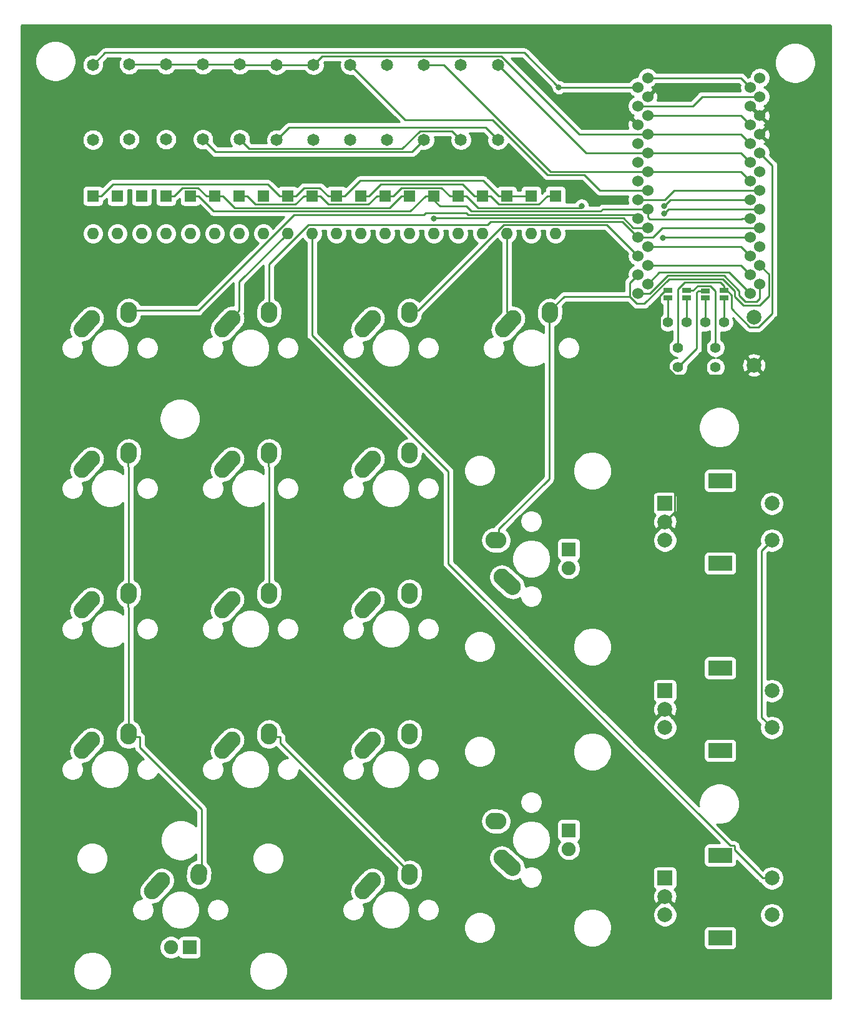
<source format=gbl>
%TF.GenerationSoftware,KiCad,Pcbnew,(5.1.10)-1*%
%TF.CreationDate,2021-10-30T13:12:33+08:00*%
%TF.ProjectId,EGPad,45475061-642e-46b6-9963-61645f706362,rev?*%
%TF.SameCoordinates,Original*%
%TF.FileFunction,Copper,L2,Bot*%
%TF.FilePolarity,Positive*%
%FSLAX46Y46*%
G04 Gerber Fmt 4.6, Leading zero omitted, Abs format (unit mm)*
G04 Created by KiCad (PCBNEW (5.1.10)-1) date 2021-10-30 13:12:33*
%MOMM*%
%LPD*%
G01*
G04 APERTURE LIST*
%TA.AperFunction,SMDPad,CuDef*%
%ADD10R,1.143000X0.635000*%
%TD*%
%TA.AperFunction,ComponentPad*%
%ADD11C,1.524000*%
%TD*%
%TA.AperFunction,ComponentPad*%
%ADD12C,2.000000*%
%TD*%
%TA.AperFunction,ComponentPad*%
%ADD13C,1.397000*%
%TD*%
%TA.AperFunction,ComponentPad*%
%ADD14C,2.250000*%
%TD*%
%TA.AperFunction,ComponentPad*%
%ADD15C,1.905000*%
%TD*%
%TA.AperFunction,ComponentPad*%
%ADD16R,1.905000X1.905000*%
%TD*%
%TA.AperFunction,ComponentPad*%
%ADD17R,1.600000X1.600000*%
%TD*%
%TA.AperFunction,ComponentPad*%
%ADD18O,1.600000X1.600000*%
%TD*%
%TA.AperFunction,WasherPad*%
%ADD19R,3.200000X2.000000*%
%TD*%
%TA.AperFunction,ComponentPad*%
%ADD20R,2.000000X2.000000*%
%TD*%
%TA.AperFunction,ComponentPad*%
%ADD21C,1.651000*%
%TD*%
%TA.AperFunction,ViaPad*%
%ADD22C,0.800000*%
%TD*%
%TA.AperFunction,Conductor*%
%ADD23C,0.254000*%
%TD*%
%TA.AperFunction,Conductor*%
%ADD24C,0.100000*%
%TD*%
G04 APERTURE END LIST*
D10*
%TO.P,JP8,2*%
%TO.N,GND*%
X178054000Y-66047620D03*
%TO.P,JP8,1*%
%TO.N,Net-(J1-Pad1)*%
X178054000Y-67048380D03*
%TD*%
%TO.P,JP7,2*%
%TO.N,VCC*%
X180594000Y-66047620D03*
%TO.P,JP7,1*%
%TO.N,Net-(J1-Pad2)*%
X180594000Y-67048380D03*
%TD*%
%TO.P,JP6,2*%
%TO.N,SCL*%
X183134000Y-66055220D03*
%TO.P,JP6,1*%
%TO.N,Net-(J1-Pad3)*%
X183134000Y-67055980D03*
%TD*%
%TO.P,JP5,1*%
%TO.N,Net-(J1-Pad4)*%
X185674000Y-67048380D03*
%TO.P,JP5,2*%
%TO.N,SDA*%
X185674000Y-66047620D03*
%TD*%
D11*
%TO.P,U1,24*%
%TO.N,Net-(U1-Pad24)*%
X189230000Y-38481000D03*
%TO.P,U1,23*%
%TO.N,GND*%
X189230000Y-41021000D03*
%TO.P,U1,22*%
%TO.N,reset*%
X189230000Y-43561000D03*
%TO.P,U1,21*%
%TO.N,VCC*%
X189230000Y-46101000D03*
%TO.P,U1,20*%
%TO.N,B1*%
X189230000Y-48641000D03*
%TO.P,U1,19*%
%TO.N,B2*%
X189230000Y-51181000D03*
%TO.P,U1,18*%
%TO.N,B3*%
X189230000Y-53721000D03*
%TO.P,U1,17*%
%TO.N,ROW5*%
X189230000Y-56261000D03*
%TO.P,U1,16*%
%TO.N,ROW4*%
X189230000Y-58801000D03*
%TO.P,U1,15*%
%TO.N,ROW3*%
X189230000Y-61341000D03*
%TO.P,U1,14*%
%TO.N,ROW2*%
X189230000Y-63881000D03*
%TO.P,U1,13*%
%TO.N,ROW1*%
X189230000Y-66421000D03*
%TO.P,U1,12*%
%TO.N,COL5*%
X173990000Y-66421000D03*
%TO.P,U1,11*%
%TO.N,COL4*%
X173990000Y-63881000D03*
%TO.P,U1,10*%
%TO.N,COL3*%
X173990000Y-61341000D03*
%TO.P,U1,9*%
%TO.N,COL2*%
X173990000Y-58801000D03*
%TO.P,U1,8*%
%TO.N,COL1*%
X173990000Y-56261000D03*
%TO.P,U1,7*%
%TO.N,A3*%
X173990000Y-53721000D03*
%TO.P,U1,6*%
%TO.N,SCL*%
X173990000Y-51181000D03*
%TO.P,U1,5*%
%TO.N,SDA*%
X173990000Y-48641000D03*
%TO.P,U1,4*%
%TO.N,GND*%
X173990000Y-46101000D03*
%TO.P,U1,3*%
X173990000Y-43561000D03*
%TO.P,U1,2*%
%TO.N,A2*%
X173990000Y-41021000D03*
%TO.P,U1,1*%
%TO.N,A1*%
X173990000Y-38481000D03*
X190536400Y-37211000D03*
%TO.P,U1,2*%
%TO.N,A2*%
X190536400Y-39751000D03*
%TO.P,U1,3*%
%TO.N,GND*%
X190536400Y-42291000D03*
%TO.P,U1,4*%
X190536400Y-44831000D03*
%TO.P,U1,5*%
%TO.N,SDA*%
X190536400Y-47371000D03*
%TO.P,U1,6*%
%TO.N,SCL*%
X190536400Y-49911000D03*
%TO.P,U1,7*%
%TO.N,A3*%
X190536400Y-52451000D03*
%TO.P,U1,8*%
%TO.N,COL1*%
X190536400Y-54991000D03*
%TO.P,U1,9*%
%TO.N,COL2*%
X190536400Y-57531000D03*
%TO.P,U1,10*%
%TO.N,COL3*%
X190536400Y-60071000D03*
%TO.P,U1,11*%
%TO.N,COL4*%
X190536400Y-62611000D03*
%TO.P,U1,12*%
%TO.N,COL5*%
X190536400Y-65151000D03*
%TO.P,U1,13*%
%TO.N,ROW1*%
X175316400Y-65151000D03*
%TO.P,U1,14*%
%TO.N,ROW2*%
X175316400Y-62611000D03*
%TO.P,U1,15*%
%TO.N,ROW3*%
X175316400Y-60071000D03*
%TO.P,U1,16*%
%TO.N,ROW4*%
X175316400Y-57531000D03*
%TO.P,U1,17*%
%TO.N,ROW5*%
X175316400Y-54991000D03*
%TO.P,U1,18*%
%TO.N,B3*%
X175316400Y-52451000D03*
%TO.P,U1,19*%
%TO.N,B2*%
X175316400Y-49911000D03*
%TO.P,U1,20*%
%TO.N,B1*%
X175316400Y-47371000D03*
%TO.P,U1,21*%
%TO.N,VCC*%
X175316400Y-44831000D03*
%TO.P,U1,22*%
%TO.N,reset*%
X175316400Y-42291000D03*
%TO.P,U1,23*%
%TO.N,GND*%
X175316400Y-39751000D03*
%TO.P,U1,24*%
%TO.N,Net-(U1-Pad24)*%
X175316400Y-37211000D03*
%TD*%
D12*
%TO.P,RSW1,2*%
%TO.N,GND*%
X189738000Y-76148000D03*
%TO.P,RSW1,1*%
%TO.N,reset*%
X189738000Y-69648000D03*
%TD*%
D13*
%TO.P,R14,2*%
%TO.N,VCC*%
X184531000Y-76454000D03*
%TO.P,R14,1*%
%TO.N,SCL*%
X179451000Y-76454000D03*
%TD*%
%TO.P,R13,2*%
%TO.N,VCC*%
X184531000Y-73787000D03*
%TO.P,R13,1*%
%TO.N,SDA*%
X179451000Y-73787000D03*
%TD*%
%TO.P,J1,4*%
%TO.N,Net-(J1-Pad4)*%
X185674000Y-70358000D03*
%TO.P,J1,3*%
%TO.N,Net-(J1-Pad3)*%
X183134000Y-70358000D03*
%TO.P,J1,2*%
%TO.N,Net-(J1-Pad2)*%
X180594000Y-70358000D03*
%TO.P,J1,1*%
%TO.N,Net-(J1-Pad1)*%
X178054000Y-70358000D03*
%TD*%
D14*
%TO.P,MX15,2*%
%TO.N,Net-(D15-Pad2)*%
X157044000Y-69818800D03*
%TA.AperFunction,ComponentPad*%
G36*
G01*
X154981228Y-72114838D02*
X154981228Y-72114838D01*
G75*
G02*
X154897962Y-70526028I752772J836038D01*
G01*
X156210500Y-69068308D01*
G75*
G02*
X157799310Y-68985042I836038J-752772D01*
G01*
X157799310Y-68985042D01*
G75*
G02*
X157882576Y-70573852I-752772J-836038D01*
G01*
X156570038Y-72031572D01*
G75*
G02*
X154981228Y-72114838I-836038J752772D01*
G01*
G37*
%TD.AperFunction*%
%TO.P,MX15,1*%
%TO.N,COL4*%
X162084000Y-68738800D03*
%TA.AperFunction,ComponentPad*%
G36*
G01*
X161965524Y-70441060D02*
X161965524Y-70441060D01*
G75*
G02*
X160921740Y-69240324I78476J1122260D01*
G01*
X160962294Y-68660362D01*
G75*
G02*
X162163030Y-67616578I1122260J-78476D01*
G01*
X162163030Y-67616578D01*
G75*
G02*
X163206814Y-68817314I-78476J-1122260D01*
G01*
X163166260Y-69397276D01*
G75*
G02*
X161965524Y-70441060I-1122260J78476D01*
G01*
G37*
%TD.AperFunction*%
%TD*%
%TO.P,MX5,1*%
%TO.N,COL1*%
%TA.AperFunction,ComponentPad*%
G36*
G01*
X114340524Y-146641260D02*
X114340524Y-146641260D01*
G75*
G02*
X113296740Y-145440524I78476J1122260D01*
G01*
X113337294Y-144860562D01*
G75*
G02*
X114538030Y-143816778I1122260J-78476D01*
G01*
X114538030Y-143816778D01*
G75*
G02*
X115581814Y-145017514I-78476J-1122260D01*
G01*
X115541260Y-145597476D01*
G75*
G02*
X114340524Y-146641260I-1122260J78476D01*
G01*
G37*
%TD.AperFunction*%
X114459000Y-144939000D03*
%TO.P,MX5,2*%
%TO.N,Net-(D5-Pad2)*%
%TA.AperFunction,ComponentPad*%
G36*
G01*
X107356228Y-148315038D02*
X107356228Y-148315038D01*
G75*
G02*
X107272962Y-146726228I752772J836038D01*
G01*
X108585500Y-145268508D01*
G75*
G02*
X110174310Y-145185242I836038J-752772D01*
G01*
X110174310Y-145185242D01*
G75*
G02*
X110257576Y-146774052I-752772J-836038D01*
G01*
X108945038Y-148231772D01*
G75*
G02*
X107356228Y-148315038I-836038J752772D01*
G01*
G37*
%TD.AperFunction*%
X109419000Y-146019000D03*
D15*
%TO.P,MX5,3*%
%TO.N,N/C*%
X110649000Y-155099000D03*
D16*
%TO.P,MX5,4*%
X113189000Y-155099000D03*
%TD*%
%TO.P,MX17,1*%
%TO.N,COL4*%
%TA.AperFunction,ComponentPad*%
G36*
G01*
X156166260Y-138072476D02*
X156166260Y-138072476D01*
G75*
G02*
X154965524Y-139116260I-1122260J78476D01*
G01*
X154385562Y-139075706D01*
G75*
G02*
X153341778Y-137874970I78476J1122260D01*
G01*
X153341778Y-137874970D01*
G75*
G02*
X154542514Y-136831186I1122260J-78476D01*
G01*
X155122476Y-136871740D01*
G75*
G02*
X156166260Y-138072476I-78476J-1122260D01*
G01*
G37*
%TD.AperFunction*%
D14*
X154464000Y-137954000D03*
%TO.P,MX17,2*%
%TO.N,Net-(D17-Pad2)*%
%TA.AperFunction,ComponentPad*%
G36*
G01*
X157840038Y-145056772D02*
X157840038Y-145056772D01*
G75*
G02*
X156251228Y-145140038I-836038J752772D01*
G01*
X154793508Y-143827500D01*
G75*
G02*
X154710242Y-142238690I752772J836038D01*
G01*
X154710242Y-142238690D01*
G75*
G02*
X156299052Y-142155424I836038J-752772D01*
G01*
X157756772Y-143467962D01*
G75*
G02*
X157840038Y-145056772I-752772J-836038D01*
G01*
G37*
%TD.AperFunction*%
X155544000Y-142994000D03*
D15*
%TO.P,MX17,3*%
%TO.N,N/C*%
X164624000Y-141764000D03*
D16*
%TO.P,MX17,4*%
X164624000Y-139224000D03*
%TD*%
%TO.P,MX16,1*%
%TO.N,COL4*%
%TA.AperFunction,ComponentPad*%
G36*
G01*
X156166260Y-99972476D02*
X156166260Y-99972476D01*
G75*
G02*
X154965524Y-101016260I-1122260J78476D01*
G01*
X154385562Y-100975706D01*
G75*
G02*
X153341778Y-99774970I78476J1122260D01*
G01*
X153341778Y-99774970D01*
G75*
G02*
X154542514Y-98731186I1122260J-78476D01*
G01*
X155122476Y-98771740D01*
G75*
G02*
X156166260Y-99972476I-78476J-1122260D01*
G01*
G37*
%TD.AperFunction*%
D14*
X154464000Y-99854000D03*
%TO.P,MX16,2*%
%TO.N,Net-(D16-Pad2)*%
%TA.AperFunction,ComponentPad*%
G36*
G01*
X157840038Y-106956772D02*
X157840038Y-106956772D01*
G75*
G02*
X156251228Y-107040038I-836038J752772D01*
G01*
X154793508Y-105727500D01*
G75*
G02*
X154710242Y-104138690I752772J836038D01*
G01*
X154710242Y-104138690D01*
G75*
G02*
X156299052Y-104055424I836038J-752772D01*
G01*
X157756772Y-105367962D01*
G75*
G02*
X157840038Y-106956772I-752772J-836038D01*
G01*
G37*
%TD.AperFunction*%
X155544000Y-104894000D03*
D15*
%TO.P,MX16,3*%
%TO.N,N/C*%
X164624000Y-103664000D03*
D16*
%TO.P,MX16,4*%
X164624000Y-101124000D03*
%TD*%
D14*
%TO.P,MX11,2*%
%TO.N,Net-(D11-Pad2)*%
X137994000Y-69818800D03*
%TA.AperFunction,ComponentPad*%
G36*
G01*
X135931228Y-72114838D02*
X135931228Y-72114838D01*
G75*
G02*
X135847962Y-70526028I752772J836038D01*
G01*
X137160500Y-69068308D01*
G75*
G02*
X138749310Y-68985042I836038J-752772D01*
G01*
X138749310Y-68985042D01*
G75*
G02*
X138832576Y-70573852I-752772J-836038D01*
G01*
X137520038Y-72031572D01*
G75*
G02*
X135931228Y-72114838I-836038J752772D01*
G01*
G37*
%TD.AperFunction*%
%TO.P,MX11,1*%
%TO.N,COL3*%
X143034000Y-68738800D03*
%TA.AperFunction,ComponentPad*%
G36*
G01*
X142915524Y-70441060D02*
X142915524Y-70441060D01*
G75*
G02*
X141871740Y-69240324I78476J1122260D01*
G01*
X141912294Y-68660362D01*
G75*
G02*
X143113030Y-67616578I1122260J-78476D01*
G01*
X143113030Y-67616578D01*
G75*
G02*
X144156814Y-68817314I-78476J-1122260D01*
G01*
X144116260Y-69397276D01*
G75*
G02*
X142915524Y-70441060I-1122260J78476D01*
G01*
G37*
%TD.AperFunction*%
%TD*%
%TO.P,MX8,2*%
%TO.N,Net-(D8-Pad2)*%
X118944000Y-107919000D03*
%TA.AperFunction,ComponentPad*%
G36*
G01*
X116881228Y-110215038D02*
X116881228Y-110215038D01*
G75*
G02*
X116797962Y-108626228I752772J836038D01*
G01*
X118110500Y-107168508D01*
G75*
G02*
X119699310Y-107085242I836038J-752772D01*
G01*
X119699310Y-107085242D01*
G75*
G02*
X119782576Y-108674052I-752772J-836038D01*
G01*
X118470038Y-110131772D01*
G75*
G02*
X116881228Y-110215038I-836038J752772D01*
G01*
G37*
%TD.AperFunction*%
%TO.P,MX8,1*%
%TO.N,COL2*%
X123984000Y-106839000D03*
%TA.AperFunction,ComponentPad*%
G36*
G01*
X123865524Y-108541260D02*
X123865524Y-108541260D01*
G75*
G02*
X122821740Y-107340524I78476J1122260D01*
G01*
X122862294Y-106760562D01*
G75*
G02*
X124063030Y-105716778I1122260J-78476D01*
G01*
X124063030Y-105716778D01*
G75*
G02*
X125106814Y-106917514I-78476J-1122260D01*
G01*
X125066260Y-107497476D01*
G75*
G02*
X123865524Y-108541260I-1122260J78476D01*
G01*
G37*
%TD.AperFunction*%
%TD*%
%TO.P,MX4,2*%
%TO.N,Net-(D4-Pad2)*%
X99894000Y-126969000D03*
%TA.AperFunction,ComponentPad*%
G36*
G01*
X97831228Y-129265038D02*
X97831228Y-129265038D01*
G75*
G02*
X97747962Y-127676228I752772J836038D01*
G01*
X99060500Y-126218508D01*
G75*
G02*
X100649310Y-126135242I836038J-752772D01*
G01*
X100649310Y-126135242D01*
G75*
G02*
X100732576Y-127724052I-752772J-836038D01*
G01*
X99420038Y-129181772D01*
G75*
G02*
X97831228Y-129265038I-836038J752772D01*
G01*
G37*
%TD.AperFunction*%
%TO.P,MX4,1*%
%TO.N,COL1*%
X104934000Y-125889000D03*
%TA.AperFunction,ComponentPad*%
G36*
G01*
X104815524Y-127591260D02*
X104815524Y-127591260D01*
G75*
G02*
X103771740Y-126390524I78476J1122260D01*
G01*
X103812294Y-125810562D01*
G75*
G02*
X105013030Y-124766778I1122260J-78476D01*
G01*
X105013030Y-124766778D01*
G75*
G02*
X106056814Y-125967514I-78476J-1122260D01*
G01*
X106016260Y-126547476D01*
G75*
G02*
X104815524Y-127591260I-1122260J78476D01*
G01*
G37*
%TD.AperFunction*%
%TD*%
%TO.P,MX14,2*%
%TO.N,Net-(D14-Pad2)*%
X137994000Y-126969000D03*
%TA.AperFunction,ComponentPad*%
G36*
G01*
X135931228Y-129265038D02*
X135931228Y-129265038D01*
G75*
G02*
X135847962Y-127676228I752772J836038D01*
G01*
X137160500Y-126218508D01*
G75*
G02*
X138749310Y-126135242I836038J-752772D01*
G01*
X138749310Y-126135242D01*
G75*
G02*
X138832576Y-127724052I-752772J-836038D01*
G01*
X137520038Y-129181772D01*
G75*
G02*
X135931228Y-129265038I-836038J752772D01*
G01*
G37*
%TD.AperFunction*%
%TO.P,MX14,1*%
%TO.N,COL3*%
X143034000Y-125889000D03*
%TA.AperFunction,ComponentPad*%
G36*
G01*
X142915524Y-127591260D02*
X142915524Y-127591260D01*
G75*
G02*
X141871740Y-126390524I78476J1122260D01*
G01*
X141912294Y-125810562D01*
G75*
G02*
X143113030Y-124766778I1122260J-78476D01*
G01*
X143113030Y-124766778D01*
G75*
G02*
X144156814Y-125967514I-78476J-1122260D01*
G01*
X144116260Y-126547476D01*
G75*
G02*
X142915524Y-127591260I-1122260J78476D01*
G01*
G37*
%TD.AperFunction*%
%TD*%
%TO.P,MX13,2*%
%TO.N,Net-(D13-Pad2)*%
X137994000Y-107919000D03*
%TA.AperFunction,ComponentPad*%
G36*
G01*
X135931228Y-110215038D02*
X135931228Y-110215038D01*
G75*
G02*
X135847962Y-108626228I752772J836038D01*
G01*
X137160500Y-107168508D01*
G75*
G02*
X138749310Y-107085242I836038J-752772D01*
G01*
X138749310Y-107085242D01*
G75*
G02*
X138832576Y-108674052I-752772J-836038D01*
G01*
X137520038Y-110131772D01*
G75*
G02*
X135931228Y-110215038I-836038J752772D01*
G01*
G37*
%TD.AperFunction*%
%TO.P,MX13,1*%
%TO.N,COL3*%
X143034000Y-106839000D03*
%TA.AperFunction,ComponentPad*%
G36*
G01*
X142915524Y-108541260D02*
X142915524Y-108541260D01*
G75*
G02*
X141871740Y-107340524I78476J1122260D01*
G01*
X141912294Y-106760562D01*
G75*
G02*
X143113030Y-105716778I1122260J-78476D01*
G01*
X143113030Y-105716778D01*
G75*
G02*
X144156814Y-106917514I-78476J-1122260D01*
G01*
X144116260Y-107497476D01*
G75*
G02*
X142915524Y-108541260I-1122260J78476D01*
G01*
G37*
%TD.AperFunction*%
%TD*%
%TO.P,MX12,2*%
%TO.N,Net-(D12-Pad2)*%
X137994000Y-88868800D03*
%TA.AperFunction,ComponentPad*%
G36*
G01*
X135931228Y-91164838D02*
X135931228Y-91164838D01*
G75*
G02*
X135847962Y-89576028I752772J836038D01*
G01*
X137160500Y-88118308D01*
G75*
G02*
X138749310Y-88035042I836038J-752772D01*
G01*
X138749310Y-88035042D01*
G75*
G02*
X138832576Y-89623852I-752772J-836038D01*
G01*
X137520038Y-91081572D01*
G75*
G02*
X135931228Y-91164838I-836038J752772D01*
G01*
G37*
%TD.AperFunction*%
%TO.P,MX12,1*%
%TO.N,COL3*%
X143034000Y-87788800D03*
%TA.AperFunction,ComponentPad*%
G36*
G01*
X142915524Y-89491060D02*
X142915524Y-89491060D01*
G75*
G02*
X141871740Y-88290324I78476J1122260D01*
G01*
X141912294Y-87710362D01*
G75*
G02*
X143113030Y-86666578I1122260J-78476D01*
G01*
X143113030Y-86666578D01*
G75*
G02*
X144156814Y-87867314I-78476J-1122260D01*
G01*
X144116260Y-88447276D01*
G75*
G02*
X142915524Y-89491060I-1122260J78476D01*
G01*
G37*
%TD.AperFunction*%
%TD*%
%TO.P,MX10,2*%
%TO.N,Net-(D10-Pad2)*%
X137994000Y-146019000D03*
%TA.AperFunction,ComponentPad*%
G36*
G01*
X135931228Y-148315038D02*
X135931228Y-148315038D01*
G75*
G02*
X135847962Y-146726228I752772J836038D01*
G01*
X137160500Y-145268508D01*
G75*
G02*
X138749310Y-145185242I836038J-752772D01*
G01*
X138749310Y-145185242D01*
G75*
G02*
X138832576Y-146774052I-752772J-836038D01*
G01*
X137520038Y-148231772D01*
G75*
G02*
X135931228Y-148315038I-836038J752772D01*
G01*
G37*
%TD.AperFunction*%
%TO.P,MX10,1*%
%TO.N,COL2*%
X143034000Y-144939000D03*
%TA.AperFunction,ComponentPad*%
G36*
G01*
X142915524Y-146641260D02*
X142915524Y-146641260D01*
G75*
G02*
X141871740Y-145440524I78476J1122260D01*
G01*
X141912294Y-144860562D01*
G75*
G02*
X143113030Y-143816778I1122260J-78476D01*
G01*
X143113030Y-143816778D01*
G75*
G02*
X144156814Y-145017514I-78476J-1122260D01*
G01*
X144116260Y-145597476D01*
G75*
G02*
X142915524Y-146641260I-1122260J78476D01*
G01*
G37*
%TD.AperFunction*%
%TD*%
%TO.P,MX9,2*%
%TO.N,Net-(D9-Pad2)*%
X118944000Y-126969000D03*
%TA.AperFunction,ComponentPad*%
G36*
G01*
X116881228Y-129265038D02*
X116881228Y-129265038D01*
G75*
G02*
X116797962Y-127676228I752772J836038D01*
G01*
X118110500Y-126218508D01*
G75*
G02*
X119699310Y-126135242I836038J-752772D01*
G01*
X119699310Y-126135242D01*
G75*
G02*
X119782576Y-127724052I-752772J-836038D01*
G01*
X118470038Y-129181772D01*
G75*
G02*
X116881228Y-129265038I-836038J752772D01*
G01*
G37*
%TD.AperFunction*%
%TO.P,MX9,1*%
%TO.N,COL2*%
X123984000Y-125889000D03*
%TA.AperFunction,ComponentPad*%
G36*
G01*
X123865524Y-127591260D02*
X123865524Y-127591260D01*
G75*
G02*
X122821740Y-126390524I78476J1122260D01*
G01*
X122862294Y-125810562D01*
G75*
G02*
X124063030Y-124766778I1122260J-78476D01*
G01*
X124063030Y-124766778D01*
G75*
G02*
X125106814Y-125967514I-78476J-1122260D01*
G01*
X125066260Y-126547476D01*
G75*
G02*
X123865524Y-127591260I-1122260J78476D01*
G01*
G37*
%TD.AperFunction*%
%TD*%
%TO.P,MX7,2*%
%TO.N,Net-(D7-Pad2)*%
X118944000Y-88868800D03*
%TA.AperFunction,ComponentPad*%
G36*
G01*
X116881228Y-91164838D02*
X116881228Y-91164838D01*
G75*
G02*
X116797962Y-89576028I752772J836038D01*
G01*
X118110500Y-88118308D01*
G75*
G02*
X119699310Y-88035042I836038J-752772D01*
G01*
X119699310Y-88035042D01*
G75*
G02*
X119782576Y-89623852I-752772J-836038D01*
G01*
X118470038Y-91081572D01*
G75*
G02*
X116881228Y-91164838I-836038J752772D01*
G01*
G37*
%TD.AperFunction*%
%TO.P,MX7,1*%
%TO.N,COL2*%
X123984000Y-87788800D03*
%TA.AperFunction,ComponentPad*%
G36*
G01*
X123865524Y-89491060D02*
X123865524Y-89491060D01*
G75*
G02*
X122821740Y-88290324I78476J1122260D01*
G01*
X122862294Y-87710362D01*
G75*
G02*
X124063030Y-86666578I1122260J-78476D01*
G01*
X124063030Y-86666578D01*
G75*
G02*
X125106814Y-87867314I-78476J-1122260D01*
G01*
X125066260Y-88447276D01*
G75*
G02*
X123865524Y-89491060I-1122260J78476D01*
G01*
G37*
%TD.AperFunction*%
%TD*%
%TO.P,MX6,2*%
%TO.N,Net-(D6-Pad2)*%
X118944000Y-69818800D03*
%TA.AperFunction,ComponentPad*%
G36*
G01*
X116881228Y-72114838D02*
X116881228Y-72114838D01*
G75*
G02*
X116797962Y-70526028I752772J836038D01*
G01*
X118110500Y-69068308D01*
G75*
G02*
X119699310Y-68985042I836038J-752772D01*
G01*
X119699310Y-68985042D01*
G75*
G02*
X119782576Y-70573852I-752772J-836038D01*
G01*
X118470038Y-72031572D01*
G75*
G02*
X116881228Y-72114838I-836038J752772D01*
G01*
G37*
%TD.AperFunction*%
%TO.P,MX6,1*%
%TO.N,COL2*%
X123984000Y-68738800D03*
%TA.AperFunction,ComponentPad*%
G36*
G01*
X123865524Y-70441060D02*
X123865524Y-70441060D01*
G75*
G02*
X122821740Y-69240324I78476J1122260D01*
G01*
X122862294Y-68660362D01*
G75*
G02*
X124063030Y-67616578I1122260J-78476D01*
G01*
X124063030Y-67616578D01*
G75*
G02*
X125106814Y-68817314I-78476J-1122260D01*
G01*
X125066260Y-69397276D01*
G75*
G02*
X123865524Y-70441060I-1122260J78476D01*
G01*
G37*
%TD.AperFunction*%
%TD*%
%TO.P,MX3,2*%
%TO.N,Net-(D3-Pad2)*%
X99894000Y-107919000D03*
%TA.AperFunction,ComponentPad*%
G36*
G01*
X97831228Y-110215038D02*
X97831228Y-110215038D01*
G75*
G02*
X97747962Y-108626228I752772J836038D01*
G01*
X99060500Y-107168508D01*
G75*
G02*
X100649310Y-107085242I836038J-752772D01*
G01*
X100649310Y-107085242D01*
G75*
G02*
X100732576Y-108674052I-752772J-836038D01*
G01*
X99420038Y-110131772D01*
G75*
G02*
X97831228Y-110215038I-836038J752772D01*
G01*
G37*
%TD.AperFunction*%
%TO.P,MX3,1*%
%TO.N,COL1*%
X104934000Y-106839000D03*
%TA.AperFunction,ComponentPad*%
G36*
G01*
X104815524Y-108541260D02*
X104815524Y-108541260D01*
G75*
G02*
X103771740Y-107340524I78476J1122260D01*
G01*
X103812294Y-106760562D01*
G75*
G02*
X105013030Y-105716778I1122260J-78476D01*
G01*
X105013030Y-105716778D01*
G75*
G02*
X106056814Y-106917514I-78476J-1122260D01*
G01*
X106016260Y-107497476D01*
G75*
G02*
X104815524Y-108541260I-1122260J78476D01*
G01*
G37*
%TD.AperFunction*%
%TD*%
%TO.P,MX2,2*%
%TO.N,Net-(D2-Pad2)*%
X99894000Y-88868800D03*
%TA.AperFunction,ComponentPad*%
G36*
G01*
X97831228Y-91164838D02*
X97831228Y-91164838D01*
G75*
G02*
X97747962Y-89576028I752772J836038D01*
G01*
X99060500Y-88118308D01*
G75*
G02*
X100649310Y-88035042I836038J-752772D01*
G01*
X100649310Y-88035042D01*
G75*
G02*
X100732576Y-89623852I-752772J-836038D01*
G01*
X99420038Y-91081572D01*
G75*
G02*
X97831228Y-91164838I-836038J752772D01*
G01*
G37*
%TD.AperFunction*%
%TO.P,MX2,1*%
%TO.N,COL1*%
X104934000Y-87788800D03*
%TA.AperFunction,ComponentPad*%
G36*
G01*
X104815524Y-89491060D02*
X104815524Y-89491060D01*
G75*
G02*
X103771740Y-88290324I78476J1122260D01*
G01*
X103812294Y-87710362D01*
G75*
G02*
X105013030Y-86666578I1122260J-78476D01*
G01*
X105013030Y-86666578D01*
G75*
G02*
X106056814Y-87867314I-78476J-1122260D01*
G01*
X106016260Y-88447276D01*
G75*
G02*
X104815524Y-89491060I-1122260J78476D01*
G01*
G37*
%TD.AperFunction*%
%TD*%
%TO.P,MX1,2*%
%TO.N,Net-(D1-Pad2)*%
X99894000Y-69818800D03*
%TA.AperFunction,ComponentPad*%
G36*
G01*
X97831228Y-72114838D02*
X97831228Y-72114838D01*
G75*
G02*
X97747962Y-70526028I752772J836038D01*
G01*
X99060500Y-69068308D01*
G75*
G02*
X100649310Y-68985042I836038J-752772D01*
G01*
X100649310Y-68985042D01*
G75*
G02*
X100732576Y-70573852I-752772J-836038D01*
G01*
X99420038Y-72031572D01*
G75*
G02*
X97831228Y-72114838I-836038J752772D01*
G01*
G37*
%TD.AperFunction*%
%TO.P,MX1,1*%
%TO.N,COL1*%
X104934000Y-68738800D03*
%TA.AperFunction,ComponentPad*%
G36*
G01*
X104815524Y-70441060D02*
X104815524Y-70441060D01*
G75*
G02*
X103771740Y-69240324I78476J1122260D01*
G01*
X103812294Y-68660362D01*
G75*
G02*
X105013030Y-67616578I1122260J-78476D01*
G01*
X105013030Y-67616578D01*
G75*
G02*
X106056814Y-68817314I-78476J-1122260D01*
G01*
X106016260Y-69397276D01*
G75*
G02*
X104815524Y-70441060I-1122260J78476D01*
G01*
G37*
%TD.AperFunction*%
%TD*%
D17*
%TO.P,D20,1*%
%TO.N,ROW3*%
X129794000Y-53213000D03*
D18*
%TO.P,D20,2*%
%TO.N,Net-(D20-Pad2)*%
X129794000Y-58293000D03*
%TD*%
D17*
%TO.P,D19,1*%
%TO.N,ROW2*%
X162814000Y-53213000D03*
D18*
%TO.P,D19,2*%
%TO.N,Net-(D19-Pad2)*%
X162814000Y-58293000D03*
%TD*%
D17*
%TO.P,D18,1*%
%TO.N,ROW1*%
X159512000Y-53213000D03*
D18*
%TO.P,D18,2*%
%TO.N,Net-(D18-Pad2)*%
X159512000Y-58293000D03*
%TD*%
D17*
%TO.P,D17,1*%
%TO.N,ROW3*%
X149606000Y-53213000D03*
D18*
%TO.P,D17,2*%
%TO.N,Net-(D17-Pad2)*%
X149606000Y-58293000D03*
%TD*%
D17*
%TO.P,D16,1*%
%TO.N,ROW2*%
X152908000Y-53213000D03*
D18*
%TO.P,D16,2*%
%TO.N,Net-(D16-Pad2)*%
X152908000Y-58293000D03*
%TD*%
D17*
%TO.P,D15,1*%
%TO.N,ROW1*%
X156210000Y-53213000D03*
D18*
%TO.P,D15,2*%
%TO.N,Net-(D15-Pad2)*%
X156210000Y-58293000D03*
%TD*%
%TO.P,D14,2*%
%TO.N,Net-(D14-Pad2)*%
X143002000Y-58293000D03*
D17*
%TO.P,D14,1*%
%TO.N,ROW4*%
X143002000Y-53213000D03*
%TD*%
%TO.P,D13,1*%
%TO.N,ROW3*%
X139700000Y-53213000D03*
D18*
%TO.P,D13,2*%
%TO.N,Net-(D13-Pad2)*%
X139700000Y-58293000D03*
%TD*%
D17*
%TO.P,D12,1*%
%TO.N,ROW2*%
X136398000Y-53213000D03*
D18*
%TO.P,D12,2*%
%TO.N,Net-(D12-Pad2)*%
X136398000Y-58293000D03*
%TD*%
D17*
%TO.P,D11,1*%
%TO.N,ROW1*%
X133096000Y-53213000D03*
D18*
%TO.P,D11,2*%
%TO.N,Net-(D11-Pad2)*%
X133096000Y-58293000D03*
%TD*%
D17*
%TO.P,D10,1*%
%TO.N,ROW5*%
X146304000Y-53213000D03*
D18*
%TO.P,D10,2*%
%TO.N,Net-(D10-Pad2)*%
X146304000Y-58293000D03*
%TD*%
D17*
%TO.P,D9,1*%
%TO.N,ROW4*%
X116586000Y-53213000D03*
D18*
%TO.P,D9,2*%
%TO.N,Net-(D9-Pad2)*%
X116586000Y-58293000D03*
%TD*%
D17*
%TO.P,D8,1*%
%TO.N,ROW3*%
X119888000Y-53213000D03*
D18*
%TO.P,D8,2*%
%TO.N,Net-(D8-Pad2)*%
X119888000Y-58293000D03*
%TD*%
D17*
%TO.P,D7,1*%
%TO.N,ROW2*%
X123190000Y-53213000D03*
D18*
%TO.P,D7,2*%
%TO.N,Net-(D7-Pad2)*%
X123190000Y-58293000D03*
%TD*%
D17*
%TO.P,D6,1*%
%TO.N,ROW1*%
X126492000Y-53213000D03*
D18*
%TO.P,D6,2*%
%TO.N,Net-(D6-Pad2)*%
X126492000Y-58293000D03*
%TD*%
D17*
%TO.P,D5,1*%
%TO.N,ROW5*%
X113284000Y-53213000D03*
D18*
%TO.P,D5,2*%
%TO.N,Net-(D5-Pad2)*%
X113284000Y-58293000D03*
%TD*%
D17*
%TO.P,D4,1*%
%TO.N,ROW4*%
X109982000Y-53213000D03*
D18*
%TO.P,D4,2*%
%TO.N,Net-(D4-Pad2)*%
X109982000Y-58293000D03*
%TD*%
D17*
%TO.P,D3,1*%
%TO.N,ROW3*%
X106680000Y-53213000D03*
D18*
%TO.P,D3,2*%
%TO.N,Net-(D3-Pad2)*%
X106680000Y-58293000D03*
%TD*%
D17*
%TO.P,D2,1*%
%TO.N,ROW2*%
X103378000Y-53213000D03*
D18*
%TO.P,D2,2*%
%TO.N,Net-(D2-Pad2)*%
X103378000Y-58293000D03*
%TD*%
D17*
%TO.P,D1,1*%
%TO.N,ROW1*%
X100076000Y-53213000D03*
D18*
%TO.P,D1,2*%
%TO.N,Net-(D1-Pad2)*%
X100076000Y-58293000D03*
%TD*%
D12*
%TO.P,SW3,S1*%
%TO.N,COL5*%
X192166000Y-150709000D03*
%TO.P,SW3,S2*%
%TO.N,Net-(D20-Pad2)*%
X192166000Y-145709000D03*
D19*
%TO.P,SW3,*%
%TO.N,*%
X185166000Y-153809000D03*
X185166000Y-142609000D03*
D12*
%TO.P,SW3,B*%
%TO.N,Net-(R12-Pad2)*%
X177666000Y-150709000D03*
%TO.P,SW3,C*%
%TO.N,GND*%
X177666000Y-148209000D03*
D20*
%TO.P,SW3,A*%
%TO.N,Net-(R11-Pad2)*%
X177666000Y-145709000D03*
%TD*%
D12*
%TO.P,SW2,S1*%
%TO.N,COL5*%
X192166000Y-125309000D03*
%TO.P,SW2,S2*%
%TO.N,Net-(D19-Pad2)*%
X192166000Y-120309000D03*
D19*
%TO.P,SW2,*%
%TO.N,*%
X185166000Y-128409000D03*
X185166000Y-117209000D03*
D12*
%TO.P,SW2,B*%
%TO.N,Net-(R10-Pad2)*%
X177666000Y-125309000D03*
%TO.P,SW2,C*%
%TO.N,GND*%
X177666000Y-122809000D03*
D20*
%TO.P,SW2,A*%
%TO.N,Net-(R3-Pad2)*%
X177666000Y-120309000D03*
%TD*%
D12*
%TO.P,SW1,S1*%
%TO.N,COL5*%
X192166000Y-99909000D03*
%TO.P,SW1,S2*%
%TO.N,Net-(D18-Pad2)*%
X192166000Y-94909000D03*
D19*
%TO.P,SW1,*%
%TO.N,*%
X185166000Y-103009000D03*
X185166000Y-91809000D03*
D12*
%TO.P,SW1,B*%
%TO.N,Net-(R2-Pad2)*%
X177666000Y-99909000D03*
%TO.P,SW1,C*%
%TO.N,GND*%
X177666000Y-97409000D03*
D20*
%TO.P,SW1,A*%
%TO.N,Net-(R1-Pad2)*%
X177666000Y-94909000D03*
%TD*%
D21*
%TO.P,R12,1*%
%TO.N,VCC*%
X105000000Y-35369500D03*
%TO.P,R12,2*%
%TO.N,Net-(R12-Pad2)*%
X105000000Y-45529500D03*
%TD*%
%TO.P,R11,1*%
%TO.N,VCC*%
X110000000Y-35369500D03*
%TO.P,R11,2*%
%TO.N,Net-(R11-Pad2)*%
X110000000Y-45529500D03*
%TD*%
%TO.P,R10,1*%
%TO.N,VCC*%
X115000000Y-35369500D03*
%TO.P,R10,2*%
%TO.N,Net-(R10-Pad2)*%
X115000000Y-45529500D03*
%TD*%
%TO.P,R9,1*%
%TO.N,VCC*%
X120000000Y-35369500D03*
%TO.P,R9,2*%
%TO.N,Net-(R3-Pad2)*%
X120000000Y-45529500D03*
%TD*%
%TO.P,R8,1*%
%TO.N,VCC*%
X125000000Y-35433000D03*
%TO.P,R8,2*%
%TO.N,Net-(R2-Pad2)*%
X125000000Y-45593000D03*
%TD*%
%TO.P,R7,1*%
%TO.N,VCC*%
X130000000Y-35433000D03*
%TO.P,R7,2*%
%TO.N,Net-(R1-Pad2)*%
X130000000Y-45593000D03*
%TD*%
%TO.P,R6,1*%
%TO.N,B3*%
X135000000Y-35433000D03*
%TO.P,R6,2*%
%TO.N,Net-(R12-Pad2)*%
X135000000Y-45593000D03*
%TD*%
%TO.P,R5,1*%
%TO.N,A3*%
X140000000Y-35433000D03*
%TO.P,R5,2*%
%TO.N,Net-(R11-Pad2)*%
X140000000Y-45593000D03*
%TD*%
%TO.P,R4,1*%
%TO.N,B2*%
X145000000Y-35433000D03*
%TO.P,R4,2*%
%TO.N,Net-(R10-Pad2)*%
X145000000Y-45593000D03*
%TD*%
%TO.P,R3,1*%
%TO.N,A2*%
X150000000Y-35433000D03*
%TO.P,R3,2*%
%TO.N,Net-(R3-Pad2)*%
X150000000Y-45593000D03*
%TD*%
%TO.P,R2,1*%
%TO.N,B1*%
X155000000Y-35433000D03*
%TO.P,R2,2*%
%TO.N,Net-(R2-Pad2)*%
X155000000Y-45593000D03*
%TD*%
%TO.P,R1,1*%
%TO.N,A1*%
X100076000Y-35433000D03*
%TO.P,R1,2*%
%TO.N,Net-(R1-Pad2)*%
X100076000Y-45593000D03*
%TD*%
D22*
%TO.N,ROW3*%
X166378300Y-54541600D03*
%TO.N,COL1*%
X177546000Y-55626000D03*
%TO.N,A1*%
X163292700Y-38481000D03*
%TO.N,B3*%
X177522332Y-54574446D03*
%TO.N,ROW4*%
X146296700Y-56274600D03*
X177419000Y-58899300D03*
%TD*%
D23*
%TO.N,Net-(D1-Pad2)*%
X99894000Y-69818800D02*
X98584000Y-71128800D01*
X98584000Y-71128800D02*
X98584000Y-71278800D01*
%TO.N,ROW1*%
X189230000Y-66421000D02*
X186360300Y-63551300D01*
X186360300Y-63551300D02*
X176916100Y-63551300D01*
X176916100Y-63551300D02*
X175316400Y-65151000D01*
X126492000Y-53213000D02*
X125364700Y-53213000D01*
X100076000Y-53213000D02*
X101203300Y-53213000D01*
X101203300Y-53213000D02*
X102787700Y-51628600D01*
X102787700Y-51628600D02*
X123780300Y-51628600D01*
X123780300Y-51628600D02*
X125364700Y-53213000D01*
X133096000Y-53213000D02*
X131968700Y-53213000D01*
X126492000Y-53213000D02*
X127619300Y-53213000D01*
X127619300Y-53213000D02*
X128746600Y-52085700D01*
X128746600Y-52085700D02*
X130841400Y-52085700D01*
X130841400Y-52085700D02*
X131968700Y-53213000D01*
X155082700Y-53213000D02*
X152971900Y-51102200D01*
X152971900Y-51102200D02*
X136334100Y-51102200D01*
X136334100Y-51102200D02*
X134223300Y-53213000D01*
X156210000Y-53213000D02*
X159512000Y-53213000D01*
X155646400Y-53213000D02*
X156210000Y-53213000D01*
X155646400Y-53213000D02*
X155082700Y-53213000D01*
X133096000Y-53213000D02*
X134223300Y-53213000D01*
%TO.N,Net-(D2-Pad2)*%
X98584000Y-90328800D02*
X99894000Y-89018800D01*
X99894000Y-89018800D02*
X99894000Y-88868800D01*
%TO.N,ROW2*%
X152908000Y-53213000D02*
X151780700Y-53213000D01*
X136398000Y-53213000D02*
X137525300Y-53213000D01*
X137525300Y-53213000D02*
X139129900Y-51608400D01*
X139129900Y-51608400D02*
X150176100Y-51608400D01*
X150176100Y-51608400D02*
X151780700Y-53213000D01*
X189230000Y-63881000D02*
X187960000Y-62611000D01*
X187960000Y-62611000D02*
X175316400Y-62611000D01*
X162814000Y-53213000D02*
X161686700Y-53213000D01*
X152908000Y-53213000D02*
X154035300Y-53213000D01*
X154035300Y-53213000D02*
X155162600Y-54340300D01*
X155162600Y-54340300D02*
X160559400Y-54340300D01*
X160559400Y-54340300D02*
X161686700Y-53213000D01*
%TO.N,Net-(D3-Pad2)*%
X98584000Y-109379000D02*
X99894000Y-108069000D01*
X99894000Y-108069000D02*
X99894000Y-107919000D01*
%TO.N,ROW3*%
X175316400Y-60071000D02*
X187960000Y-60071000D01*
X187960000Y-60071000D02*
X189230000Y-61341000D01*
X149606000Y-53213000D02*
X148478700Y-53213000D01*
X139700000Y-53213000D02*
X140827300Y-53213000D01*
X140827300Y-53213000D02*
X141954600Y-52085700D01*
X141954600Y-52085700D02*
X147351400Y-52085700D01*
X147351400Y-52085700D02*
X148478700Y-53213000D01*
X139136400Y-53213000D02*
X139700000Y-53213000D01*
X139136400Y-53213000D02*
X138572700Y-53213000D01*
X149606000Y-53213000D02*
X150733300Y-53213000D01*
X150733300Y-53213000D02*
X152350000Y-54829700D01*
X152350000Y-54829700D02*
X166090200Y-54829700D01*
X166090200Y-54829700D02*
X166378300Y-54541600D01*
X138572700Y-53213000D02*
X137445400Y-54340300D01*
X137445400Y-54340300D02*
X132048600Y-54340300D01*
X132048600Y-54340300D02*
X130921300Y-53213000D01*
X129794000Y-53213000D02*
X128666700Y-53213000D01*
X119888000Y-53213000D02*
X121015300Y-53213000D01*
X121015300Y-53213000D02*
X122142600Y-54340300D01*
X122142600Y-54340300D02*
X127539400Y-54340300D01*
X127539400Y-54340300D02*
X128666700Y-53213000D01*
X129794000Y-53213000D02*
X130921300Y-53213000D01*
%TO.N,Net-(D6-Pad2)*%
X119939500Y-68718300D02*
X119939500Y-68718400D01*
X126492000Y-58293000D02*
X119939400Y-64845600D01*
X119939400Y-64845600D02*
X119939400Y-68718300D01*
X119939400Y-68718300D02*
X119939500Y-68718300D01*
X118944000Y-69818800D02*
X118944000Y-69713800D01*
X118944000Y-69713800D02*
X119939500Y-68718300D01*
X117634000Y-71278800D02*
X119939500Y-68718400D01*
%TO.N,Net-(D7-Pad2)*%
X117634000Y-90328800D02*
X118944000Y-89018800D01*
X118944000Y-89018800D02*
X118944000Y-88868800D01*
%TO.N,Net-(D13-Pad2)*%
X136684000Y-109379000D02*
X137994000Y-108069000D01*
X137994000Y-108069000D02*
X137994000Y-107919000D01*
%TO.N,Net-(D15-Pad2)*%
X155734000Y-71278800D02*
X157044000Y-69968800D01*
X157044000Y-69968800D02*
X157044000Y-69818800D01*
X156210000Y-58293000D02*
X156210000Y-68984800D01*
X156210000Y-68984800D02*
X157044000Y-69818800D01*
%TO.N,Net-(D17-Pad2)*%
X155544000Y-142994000D02*
X155694000Y-142994000D01*
X155694000Y-142994000D02*
X157004000Y-144304000D01*
%TO.N,COL1*%
X104934000Y-68738800D02*
X114377600Y-68738800D01*
X114377600Y-68738800D02*
X127341900Y-55774500D01*
X127341900Y-55774500D02*
X144979300Y-55774500D01*
X144979300Y-55774500D02*
X145206600Y-55547200D01*
X145206600Y-55547200D02*
X150734200Y-55547200D01*
X150734200Y-55547200D02*
X150954400Y-55767400D01*
X150954400Y-55767400D02*
X173496400Y-55767400D01*
X173496400Y-55767400D02*
X173990000Y-56261000D01*
X104894000Y-88368800D02*
X104789700Y-89859700D01*
X104934000Y-106839000D02*
X104934000Y-90004000D01*
X104934000Y-90004000D02*
X104789700Y-89859700D01*
X104894000Y-107419000D02*
X104789700Y-108909900D01*
X104934000Y-125889000D02*
X104934000Y-109054200D01*
X104934000Y-109054200D02*
X104789700Y-108909900D01*
X178181000Y-54991000D02*
X177546000Y-55626000D01*
X190536400Y-54991000D02*
X178181000Y-54991000D01*
X106425300Y-126576100D02*
X104894000Y-126469000D01*
X106425300Y-128000300D02*
X106425300Y-126576100D01*
X114808000Y-136383000D02*
X106425300Y-128000300D01*
X114808000Y-144590000D02*
X114808000Y-136383000D01*
X114459000Y-144939000D02*
X114808000Y-144590000D01*
%TO.N,A1*%
X163292700Y-38481000D02*
X158602600Y-33790900D01*
X158602600Y-33790900D02*
X101718100Y-33790900D01*
X101718100Y-33790900D02*
X100076000Y-35433000D01*
X173990000Y-38481000D02*
X163292700Y-38481000D01*
%TO.N,GND*%
X179006300Y-77512800D02*
X176984900Y-75491400D01*
X176984900Y-75491400D02*
X176984900Y-66760000D01*
X176984900Y-66760000D02*
X177697300Y-66047600D01*
X177697300Y-66047600D02*
X178054000Y-66047600D01*
X189738000Y-76148000D02*
X188373200Y-77512800D01*
X188373200Y-77512800D02*
X179006300Y-77512800D01*
X177666000Y-97409000D02*
X179006300Y-96068700D01*
X179006300Y-96068700D02*
X179006300Y-77512800D01*
X190536400Y-42291000D02*
X190500000Y-42291000D01*
X190500000Y-42291000D02*
X189230000Y-41021000D01*
%TO.N,B1*%
X175316400Y-47371000D02*
X187960000Y-47371000D01*
X187960000Y-47371000D02*
X189230000Y-48641000D01*
X155000000Y-35433000D02*
X166938000Y-47371000D01*
X166938000Y-47371000D02*
X175316400Y-47371000D01*
%TO.N,A2*%
X173990000Y-41021000D02*
X181429900Y-41021000D01*
X181429900Y-41021000D02*
X182699900Y-39751000D01*
X182699900Y-39751000D02*
X190536400Y-39751000D01*
%TO.N,B2*%
X175316400Y-49911000D02*
X187960000Y-49911000D01*
X187960000Y-49911000D02*
X189230000Y-51181000D01*
X145000000Y-35433000D02*
X147693000Y-35433000D01*
X147693000Y-35433000D02*
X162171000Y-49911000D01*
X162171000Y-49911000D02*
X175316400Y-49911000D01*
%TO.N,A3*%
X177620700Y-53721000D02*
X173990000Y-53721000D01*
X178890700Y-52451000D02*
X177620700Y-53721000D01*
X190536400Y-52451000D02*
X178890700Y-52451000D01*
%TO.N,B3*%
X135000000Y-35433000D02*
X142465200Y-42898200D01*
X142465200Y-42898200D02*
X154249600Y-42898200D01*
X154249600Y-42898200D02*
X161716800Y-50365400D01*
X161716800Y-50365400D02*
X166734700Y-50365400D01*
X166734700Y-50365400D02*
X168820300Y-52451000D01*
X168820300Y-52451000D02*
X175316400Y-52451000D01*
X189230000Y-53721000D02*
X178375778Y-53721000D01*
X178375778Y-53721000D02*
X177522332Y-54574446D01*
%TO.N,Net-(D4-Pad2)*%
X98584000Y-128429000D02*
X99894000Y-127119000D01*
X99894000Y-127119000D02*
X99894000Y-126969000D01*
%TO.N,ROW4*%
X146296700Y-56274600D02*
X146349400Y-56221900D01*
X146349400Y-56221900D02*
X172053600Y-56221900D01*
X172053600Y-56221900D02*
X173362700Y-57531000D01*
X173362700Y-57531000D02*
X175316400Y-57531000D01*
X116586000Y-53213000D02*
X117713300Y-53213000D01*
X143002000Y-53213000D02*
X141874700Y-53213000D01*
X141874700Y-53213000D02*
X140284300Y-54803400D01*
X140284300Y-54803400D02*
X119303700Y-54803400D01*
X119303700Y-54803400D02*
X117713300Y-53213000D01*
X116586000Y-53213000D02*
X116410200Y-53213000D01*
X116022400Y-53213000D02*
X115458700Y-53213000D01*
X116022400Y-53213000D02*
X116410200Y-53213000D01*
X109982000Y-53213000D02*
X111109300Y-53213000D01*
X115458700Y-53213000D02*
X114331400Y-52085700D01*
X114331400Y-52085700D02*
X112236600Y-52085700D01*
X112236600Y-52085700D02*
X111109300Y-53213000D01*
X189230000Y-58801000D02*
X177517300Y-58801000D01*
X177517300Y-58801000D02*
X177419000Y-58899300D01*
%TO.N,ROW5*%
X175316400Y-54991000D02*
X169256400Y-54991000D01*
X169256400Y-54991000D02*
X168963300Y-55284100D01*
X168963300Y-55284100D02*
X151434800Y-55284100D01*
X151434800Y-55284100D02*
X150753200Y-54602500D01*
X150753200Y-54602500D02*
X147129900Y-54602500D01*
X147129900Y-54602500D02*
X145740400Y-53213000D01*
X145740400Y-53213000D02*
X145176700Y-53213000D01*
X146304000Y-53213000D02*
X145740400Y-53213000D01*
X145176700Y-53213000D02*
X143131900Y-55257800D01*
X143131900Y-55257800D02*
X116456100Y-55257800D01*
X116456100Y-55257800D02*
X114411300Y-53213000D01*
X113284000Y-53213000D02*
X114411300Y-53213000D01*
X188152370Y-56261000D02*
X189230000Y-56261000D01*
X188025370Y-56388000D02*
X188152370Y-56261000D01*
X175635770Y-56388000D02*
X188025370Y-56388000D01*
X175316400Y-56068630D02*
X175635770Y-56388000D01*
X175316400Y-54991000D02*
X175316400Y-56068630D01*
%TO.N,Net-(D8-Pad2)*%
X117634000Y-109379000D02*
X118944000Y-108069000D01*
X118944000Y-108069000D02*
X118944000Y-107919000D01*
%TO.N,Net-(D9-Pad2)*%
X117634000Y-128429000D02*
X118944000Y-127119000D01*
X118944000Y-127119000D02*
X118944000Y-126969000D01*
%TO.N,Net-(D10-Pad2)*%
X136684000Y-147479000D02*
X137994000Y-146169000D01*
X137994000Y-146169000D02*
X137994000Y-146019000D01*
%TO.N,Net-(D14-Pad2)*%
X136684000Y-128429000D02*
X137994000Y-127119000D01*
X137994000Y-127119000D02*
X137994000Y-126969000D01*
%TO.N,Net-(D20-Pad2)*%
X129794000Y-72071900D02*
X129794000Y-58293000D01*
X148284400Y-103072400D02*
X148284400Y-90562300D01*
X186493999Y-141281999D02*
X148284400Y-103072400D01*
X187027601Y-141281999D02*
X186493999Y-141281999D01*
X148284400Y-90562300D02*
X129794000Y-72071900D01*
X187093001Y-141347399D02*
X187027601Y-141281999D01*
X187093001Y-141881001D02*
X187093001Y-141347399D01*
X190921000Y-145709000D02*
X187093001Y-141881001D01*
X192166000Y-145709000D02*
X190921000Y-145709000D01*
%TO.N,COL2*%
X123984000Y-68738800D02*
X123984000Y-62483000D01*
X123984000Y-62483000D02*
X129335400Y-57131600D01*
X129335400Y-57131600D02*
X153580800Y-57131600D01*
X153580800Y-57131600D02*
X154036100Y-56676300D01*
X154036100Y-56676300D02*
X171865300Y-56676300D01*
X171865300Y-56676300D02*
X173990000Y-58801000D01*
X123944000Y-107419000D02*
X123984000Y-107379000D01*
X123984000Y-107379000D02*
X123984000Y-106839000D01*
X123944000Y-88368800D02*
X123839700Y-89859700D01*
X123839700Y-89859700D02*
X123984000Y-90004000D01*
X123984000Y-90004000D02*
X123984000Y-106839000D01*
X123944000Y-126469000D02*
X125475300Y-126576100D01*
X143034000Y-144939000D02*
X125475300Y-127380300D01*
X125475300Y-127380300D02*
X125475300Y-126576100D01*
X177292000Y-57531000D02*
X190536400Y-57531000D01*
X176022000Y-58801000D02*
X177292000Y-57531000D01*
X173990000Y-58801000D02*
X176022000Y-58801000D01*
%TO.N,COL3*%
X143034000Y-68738800D02*
X144167200Y-68738800D01*
X144167200Y-68738800D02*
X155774600Y-57131400D01*
X155774600Y-57131400D02*
X169780400Y-57131400D01*
X169780400Y-57131400D02*
X173990000Y-61341000D01*
%TO.N,COL4*%
X173990000Y-63881000D02*
X172863800Y-65007200D01*
X172863800Y-65007200D02*
X172863800Y-66848600D01*
X162084000Y-68738800D02*
X163974200Y-66848600D01*
X163974200Y-66848600D02*
X172863800Y-66848600D01*
X162044000Y-69318800D02*
X161939700Y-70809700D01*
X155044000Y-99894000D02*
X155151100Y-98362700D01*
X155151100Y-98362700D02*
X155151200Y-98362700D01*
X155151200Y-98362700D02*
X161939700Y-91574200D01*
X161939700Y-91574200D02*
X161939700Y-70809700D01*
X154464000Y-137954000D02*
X155004000Y-137954000D01*
X155004000Y-137954000D02*
X155044000Y-137994000D01*
X191770000Y-63844600D02*
X190536400Y-62611000D01*
X191770000Y-66802000D02*
X191770000Y-63844600D01*
X187141700Y-66872700D02*
X188341000Y-68072000D01*
X187141700Y-66125200D02*
X187141700Y-66872700D01*
X185507600Y-64491100D02*
X187141700Y-66125200D01*
X174886068Y-67818000D02*
X178212968Y-64491100D01*
X178212968Y-64491100D02*
X185507600Y-64491100D01*
X173833200Y-67818000D02*
X174886068Y-67818000D01*
X188341000Y-68072000D02*
X190500000Y-68072000D01*
X190500000Y-68072000D02*
X191770000Y-66802000D01*
X172863800Y-66848600D02*
X173833200Y-67818000D01*
%TO.N,Net-(R2-Pad2)*%
X155000000Y-45593000D02*
X153346100Y-43939100D01*
X153346100Y-43939100D02*
X126653900Y-43939100D01*
X126653900Y-43939100D02*
X125000000Y-45593000D01*
%TO.N,Net-(R3-Pad2)*%
X150000000Y-45593000D02*
X148801300Y-44394300D01*
X148801300Y-44394300D02*
X144420000Y-44394300D01*
X144420000Y-44394300D02*
X142016100Y-46798200D01*
X142016100Y-46798200D02*
X121268700Y-46798200D01*
X121268700Y-46798200D02*
X120000000Y-45529500D01*
%TO.N,Net-(R10-Pad2)*%
X145000000Y-45593000D02*
X143340400Y-47252600D01*
X143340400Y-47252600D02*
X116723100Y-47252600D01*
X116723100Y-47252600D02*
X115000000Y-45529500D01*
%TO.N,VCC*%
X125000000Y-35433000D02*
X120063500Y-35433000D01*
X120063500Y-35433000D02*
X120000000Y-35369500D01*
X130000000Y-35433000D02*
X125000000Y-35433000D01*
X130000000Y-35433000D02*
X131174800Y-34258200D01*
X131174800Y-34258200D02*
X155473500Y-34258200D01*
X155473500Y-34258200D02*
X166046300Y-44831000D01*
X166046300Y-44831000D02*
X175316400Y-44831000D01*
X180594000Y-66047600D02*
X181492800Y-66047600D01*
X184531000Y-73787000D02*
X184531000Y-66100100D01*
X184531000Y-66100100D02*
X183833800Y-65402900D01*
X183833800Y-65402900D02*
X182137500Y-65402900D01*
X182137500Y-65402900D02*
X181492800Y-66047600D01*
X175316400Y-44831000D02*
X187960000Y-44831000D01*
X187960000Y-44831000D02*
X189230000Y-46101000D01*
X105000000Y-35369500D02*
X110000000Y-35369500D01*
X110000000Y-35369500D02*
X115000000Y-35369500D01*
X115000000Y-35369500D02*
X120000000Y-35369500D01*
%TO.N,COL5*%
X192166000Y-99909000D02*
X190797200Y-101277800D01*
X190797200Y-101277800D02*
X190797200Y-123940200D01*
X190797200Y-123940200D02*
X192166000Y-125309000D01*
X175641000Y-66421000D02*
X173990000Y-66421000D01*
X178056400Y-64005600D02*
X175641000Y-66421000D01*
X185692200Y-64005600D02*
X178056400Y-64005600D01*
X187756800Y-66725800D02*
X187756800Y-66070200D01*
X188595000Y-67564000D02*
X187756800Y-66725800D01*
X190119000Y-67564000D02*
X188595000Y-67564000D01*
X190536400Y-67146600D02*
X190119000Y-67564000D01*
X187756800Y-66070200D02*
X185692200Y-64005600D01*
X190536400Y-65151000D02*
X190536400Y-67146600D01*
%TO.N,Net-(U1-Pad24)*%
X175316400Y-37211000D02*
X187960000Y-37211000D01*
X187960000Y-37211000D02*
X189230000Y-38481000D01*
%TO.N,Net-(J1-Pad4)*%
X185674000Y-70358000D02*
X185674000Y-67048400D01*
%TO.N,Net-(J1-Pad3)*%
X183134000Y-70358000D02*
X183134000Y-67056000D01*
%TO.N,Net-(J1-Pad2)*%
X180594000Y-70358000D02*
X180594000Y-67048400D01*
%TO.N,Net-(J1-Pad1)*%
X178054000Y-70358000D02*
X178054000Y-67048400D01*
%TO.N,SCL*%
X183134000Y-66055200D02*
X182235200Y-66055200D01*
X182235200Y-66055200D02*
X181991000Y-66299400D01*
X181991000Y-66299400D02*
X181991000Y-73914000D01*
X181991000Y-73914000D02*
X179451000Y-76454000D01*
%TO.N,SDA*%
X192224010Y-69112490D02*
X192224010Y-49058610D01*
X189166700Y-70977300D02*
X190359200Y-70977300D01*
X186687400Y-68498000D02*
X189166700Y-70977300D01*
X192224010Y-49058610D02*
X190536400Y-47371000D01*
X186687400Y-66664300D02*
X186687400Y-68498000D01*
X190359200Y-70977300D02*
X192224010Y-69112490D01*
X186070700Y-66047600D02*
X186687400Y-66664300D01*
X185674000Y-65402800D02*
X185674000Y-66047600D01*
X185219700Y-64948500D02*
X185674000Y-65402800D01*
X185674000Y-66047600D02*
X186070700Y-66047600D01*
X180330400Y-64948500D02*
X185219700Y-64948500D01*
X179451000Y-65827900D02*
X180330400Y-64948500D01*
X179451000Y-73787000D02*
X179451000Y-65827900D01*
%TO.N,reset*%
X189230000Y-43561000D02*
X187960000Y-42291000D01*
X187960000Y-42291000D02*
X175316400Y-42291000D01*
%TD*%
%TO.N,GND*%
X200050362Y-30034402D02*
X200074763Y-30041769D01*
X200097265Y-30053733D01*
X200117014Y-30069841D01*
X200133259Y-30089477D01*
X200145383Y-30111901D01*
X200152918Y-30136242D01*
X200158750Y-30191726D01*
X200158751Y-161892711D01*
X200153098Y-161950364D01*
X200145732Y-161974760D01*
X200133766Y-161997266D01*
X200117659Y-162017014D01*
X200098023Y-162033259D01*
X200075599Y-162045383D01*
X200051258Y-162052918D01*
X199995775Y-162058750D01*
X90519779Y-162058750D01*
X90462136Y-162053098D01*
X90437740Y-162045732D01*
X90415234Y-162033766D01*
X90395486Y-162017659D01*
X90379241Y-161998023D01*
X90367117Y-161975599D01*
X90359582Y-161951258D01*
X90353750Y-161895775D01*
X90353750Y-158015076D01*
X97352100Y-158015076D01*
X97352100Y-158532924D01*
X97453127Y-159040822D01*
X97651299Y-159519251D01*
X97939000Y-159949826D01*
X98305174Y-160316000D01*
X98735749Y-160603701D01*
X99214178Y-160801873D01*
X99722076Y-160902900D01*
X100239924Y-160902900D01*
X100747822Y-160801873D01*
X101226251Y-160603701D01*
X101656826Y-160316000D01*
X102023000Y-159949826D01*
X102310701Y-159519251D01*
X102508873Y-159040822D01*
X102609900Y-158532924D01*
X102609900Y-158015076D01*
X121228100Y-158015076D01*
X121228100Y-158532924D01*
X121329127Y-159040822D01*
X121527299Y-159519251D01*
X121815000Y-159949826D01*
X122181174Y-160316000D01*
X122611749Y-160603701D01*
X123090178Y-160801873D01*
X123598076Y-160902900D01*
X124115924Y-160902900D01*
X124623822Y-160801873D01*
X125102251Y-160603701D01*
X125532826Y-160316000D01*
X125899000Y-159949826D01*
X126186701Y-159519251D01*
X126384873Y-159040822D01*
X126485900Y-158532924D01*
X126485900Y-158015076D01*
X126384873Y-157507178D01*
X126186701Y-157028749D01*
X125899000Y-156598174D01*
X125532826Y-156232000D01*
X125102251Y-155944299D01*
X124623822Y-155746127D01*
X124115924Y-155645100D01*
X123598076Y-155645100D01*
X123090178Y-155746127D01*
X122611749Y-155944299D01*
X122181174Y-156232000D01*
X121815000Y-156598174D01*
X121527299Y-157028749D01*
X121329127Y-157507178D01*
X121228100Y-158015076D01*
X102609900Y-158015076D01*
X102508873Y-157507178D01*
X102310701Y-157028749D01*
X102023000Y-156598174D01*
X101656826Y-156232000D01*
X101226251Y-155944299D01*
X100747822Y-155746127D01*
X100239924Y-155645100D01*
X99722076Y-155645100D01*
X99214178Y-155746127D01*
X98735749Y-155944299D01*
X98305174Y-156232000D01*
X97939000Y-156598174D01*
X97651299Y-157028749D01*
X97453127Y-157507178D01*
X97352100Y-158015076D01*
X90353750Y-158015076D01*
X90353750Y-154942645D01*
X109061500Y-154942645D01*
X109061500Y-155255355D01*
X109122507Y-155562057D01*
X109242176Y-155850963D01*
X109415908Y-156110972D01*
X109637028Y-156332092D01*
X109897037Y-156505824D01*
X110185943Y-156625493D01*
X110492645Y-156686500D01*
X110805355Y-156686500D01*
X111112057Y-156625493D01*
X111400963Y-156505824D01*
X111660972Y-156332092D01*
X111664549Y-156328515D01*
X111705963Y-156405994D01*
X111785315Y-156502685D01*
X111882006Y-156582037D01*
X111992320Y-156641002D01*
X112112018Y-156677312D01*
X112236500Y-156689572D01*
X114141500Y-156689572D01*
X114265982Y-156677312D01*
X114385680Y-156641002D01*
X114495994Y-156582037D01*
X114592685Y-156502685D01*
X114672037Y-156405994D01*
X114731002Y-156295680D01*
X114767312Y-156175982D01*
X114779572Y-156051500D01*
X114779572Y-154146500D01*
X114767312Y-154022018D01*
X114731002Y-153902320D01*
X114672037Y-153792006D01*
X114592685Y-153695315D01*
X114495994Y-153615963D01*
X114385680Y-153556998D01*
X114265982Y-153520688D01*
X114141500Y-153508428D01*
X112236500Y-153508428D01*
X112112018Y-153520688D01*
X111992320Y-153556998D01*
X111882006Y-153615963D01*
X111785315Y-153695315D01*
X111705963Y-153792006D01*
X111664549Y-153869485D01*
X111660972Y-153865908D01*
X111400963Y-153692176D01*
X111112057Y-153572507D01*
X110805355Y-153511500D01*
X110492645Y-153511500D01*
X110185943Y-153572507D01*
X109897037Y-153692176D01*
X109637028Y-153865908D01*
X109415908Y-154087028D01*
X109242176Y-154347037D01*
X109122507Y-154635943D01*
X109061500Y-154942645D01*
X90353750Y-154942645D01*
X90353750Y-149870278D01*
X105329000Y-149870278D01*
X105329000Y-150167722D01*
X105387029Y-150459451D01*
X105500856Y-150734253D01*
X105666107Y-150981569D01*
X105876431Y-151191893D01*
X106123747Y-151357144D01*
X106398549Y-151470971D01*
X106690278Y-151529000D01*
X106987722Y-151529000D01*
X107279451Y-151470971D01*
X107554253Y-151357144D01*
X107801569Y-151191893D01*
X108011893Y-150981569D01*
X108177144Y-150734253D01*
X108290971Y-150459451D01*
X108349000Y-150167722D01*
X108349000Y-149870278D01*
X108327080Y-149760076D01*
X109290100Y-149760076D01*
X109290100Y-150277924D01*
X109391127Y-150785822D01*
X109589299Y-151264251D01*
X109877000Y-151694826D01*
X110243174Y-152061000D01*
X110673749Y-152348701D01*
X111152178Y-152546873D01*
X111660076Y-152647900D01*
X112177924Y-152647900D01*
X112685822Y-152546873D01*
X113164251Y-152348701D01*
X113594826Y-152061000D01*
X113961000Y-151694826D01*
X114248701Y-151264251D01*
X114446873Y-150785822D01*
X114547900Y-150277924D01*
X114547900Y-149870278D01*
X115489000Y-149870278D01*
X115489000Y-150167722D01*
X115547029Y-150459451D01*
X115660856Y-150734253D01*
X115826107Y-150981569D01*
X116036431Y-151191893D01*
X116283747Y-151357144D01*
X116558549Y-151470971D01*
X116850278Y-151529000D01*
X117147722Y-151529000D01*
X117439451Y-151470971D01*
X117714253Y-151357144D01*
X117961569Y-151191893D01*
X118171893Y-150981569D01*
X118337144Y-150734253D01*
X118450971Y-150459451D01*
X118509000Y-150167722D01*
X118509000Y-149870278D01*
X133904000Y-149870278D01*
X133904000Y-150167722D01*
X133962029Y-150459451D01*
X134075856Y-150734253D01*
X134241107Y-150981569D01*
X134451431Y-151191893D01*
X134698747Y-151357144D01*
X134973549Y-151470971D01*
X135265278Y-151529000D01*
X135562722Y-151529000D01*
X135854451Y-151470971D01*
X136129253Y-151357144D01*
X136376569Y-151191893D01*
X136586893Y-150981569D01*
X136752144Y-150734253D01*
X136865971Y-150459451D01*
X136924000Y-150167722D01*
X136924000Y-149870278D01*
X136902080Y-149760076D01*
X137865100Y-149760076D01*
X137865100Y-150277924D01*
X137966127Y-150785822D01*
X138164299Y-151264251D01*
X138452000Y-151694826D01*
X138818174Y-152061000D01*
X139248749Y-152348701D01*
X139727178Y-152546873D01*
X140235076Y-152647900D01*
X140752924Y-152647900D01*
X141260822Y-152546873D01*
X141739251Y-152348701D01*
X141932827Y-152219357D01*
X150400000Y-152219357D01*
X150400000Y-152644643D01*
X150482970Y-153061757D01*
X150645719Y-153454670D01*
X150881996Y-153808282D01*
X151182718Y-154109004D01*
X151536330Y-154345281D01*
X151929243Y-154508030D01*
X152346357Y-154591000D01*
X152771643Y-154591000D01*
X153188757Y-154508030D01*
X153581670Y-154345281D01*
X153935282Y-154109004D01*
X154236004Y-153808282D01*
X154472281Y-153454670D01*
X154635030Y-153061757D01*
X154718000Y-152644643D01*
X154718000Y-152219357D01*
X154708795Y-152173076D01*
X165170100Y-152173076D01*
X165170100Y-152690924D01*
X165271127Y-153198822D01*
X165469299Y-153677251D01*
X165757000Y-154107826D01*
X166123174Y-154474000D01*
X166553749Y-154761701D01*
X167032178Y-154959873D01*
X167540076Y-155060900D01*
X168057924Y-155060900D01*
X168565822Y-154959873D01*
X169044251Y-154761701D01*
X169474826Y-154474000D01*
X169841000Y-154107826D01*
X170128701Y-153677251D01*
X170326873Y-153198822D01*
X170404413Y-152809000D01*
X182927928Y-152809000D01*
X182927928Y-154809000D01*
X182940188Y-154933482D01*
X182976498Y-155053180D01*
X183035463Y-155163494D01*
X183114815Y-155260185D01*
X183211506Y-155339537D01*
X183321820Y-155398502D01*
X183441518Y-155434812D01*
X183566000Y-155447072D01*
X186766000Y-155447072D01*
X186890482Y-155434812D01*
X187010180Y-155398502D01*
X187120494Y-155339537D01*
X187217185Y-155260185D01*
X187296537Y-155163494D01*
X187355502Y-155053180D01*
X187391812Y-154933482D01*
X187404072Y-154809000D01*
X187404072Y-152809000D01*
X187391812Y-152684518D01*
X187355502Y-152564820D01*
X187296537Y-152454506D01*
X187217185Y-152357815D01*
X187120494Y-152278463D01*
X187010180Y-152219498D01*
X186890482Y-152183188D01*
X186766000Y-152170928D01*
X183566000Y-152170928D01*
X183441518Y-152183188D01*
X183321820Y-152219498D01*
X183211506Y-152278463D01*
X183114815Y-152357815D01*
X183035463Y-152454506D01*
X182976498Y-152564820D01*
X182940188Y-152684518D01*
X182927928Y-152809000D01*
X170404413Y-152809000D01*
X170427900Y-152690924D01*
X170427900Y-152173076D01*
X170326873Y-151665178D01*
X170128701Y-151186749D01*
X169841000Y-150756174D01*
X169632793Y-150547967D01*
X176031000Y-150547967D01*
X176031000Y-150870033D01*
X176093832Y-151185912D01*
X176217082Y-151483463D01*
X176396013Y-151751252D01*
X176623748Y-151978987D01*
X176891537Y-152157918D01*
X177189088Y-152281168D01*
X177504967Y-152344000D01*
X177827033Y-152344000D01*
X178142912Y-152281168D01*
X178440463Y-152157918D01*
X178708252Y-151978987D01*
X178935987Y-151751252D01*
X179114918Y-151483463D01*
X179238168Y-151185912D01*
X179301000Y-150870033D01*
X179301000Y-150547967D01*
X190531000Y-150547967D01*
X190531000Y-150870033D01*
X190593832Y-151185912D01*
X190717082Y-151483463D01*
X190896013Y-151751252D01*
X191123748Y-151978987D01*
X191391537Y-152157918D01*
X191689088Y-152281168D01*
X192004967Y-152344000D01*
X192327033Y-152344000D01*
X192642912Y-152281168D01*
X192940463Y-152157918D01*
X193208252Y-151978987D01*
X193435987Y-151751252D01*
X193614918Y-151483463D01*
X193738168Y-151185912D01*
X193801000Y-150870033D01*
X193801000Y-150547967D01*
X193738168Y-150232088D01*
X193614918Y-149934537D01*
X193435987Y-149666748D01*
X193208252Y-149439013D01*
X192940463Y-149260082D01*
X192642912Y-149136832D01*
X192327033Y-149074000D01*
X192004967Y-149074000D01*
X191689088Y-149136832D01*
X191391537Y-149260082D01*
X191123748Y-149439013D01*
X190896013Y-149666748D01*
X190717082Y-149934537D01*
X190593832Y-150232088D01*
X190531000Y-150547967D01*
X179301000Y-150547967D01*
X179238168Y-150232088D01*
X179114918Y-149934537D01*
X178935987Y-149666748D01*
X178708252Y-149439013D01*
X178611065Y-149374075D01*
X178621808Y-149344413D01*
X177666000Y-148388605D01*
X176710192Y-149344413D01*
X176720935Y-149374075D01*
X176623748Y-149439013D01*
X176396013Y-149666748D01*
X176217082Y-149934537D01*
X176093832Y-150232088D01*
X176031000Y-150547967D01*
X169632793Y-150547967D01*
X169474826Y-150390000D01*
X169044251Y-150102299D01*
X168565822Y-149904127D01*
X168057924Y-149803100D01*
X167540076Y-149803100D01*
X167032178Y-149904127D01*
X166553749Y-150102299D01*
X166123174Y-150390000D01*
X165757000Y-150756174D01*
X165469299Y-151186749D01*
X165271127Y-151665178D01*
X165170100Y-152173076D01*
X154708795Y-152173076D01*
X154635030Y-151802243D01*
X154472281Y-151409330D01*
X154236004Y-151055718D01*
X153935282Y-150754996D01*
X153581670Y-150518719D01*
X153188757Y-150355970D01*
X152771643Y-150273000D01*
X152346357Y-150273000D01*
X151929243Y-150355970D01*
X151536330Y-150518719D01*
X151182718Y-150754996D01*
X150881996Y-151055718D01*
X150645719Y-151409330D01*
X150482970Y-151802243D01*
X150400000Y-152219357D01*
X141932827Y-152219357D01*
X142169826Y-152061000D01*
X142536000Y-151694826D01*
X142823701Y-151264251D01*
X143021873Y-150785822D01*
X143122900Y-150277924D01*
X143122900Y-149870278D01*
X144064000Y-149870278D01*
X144064000Y-150167722D01*
X144122029Y-150459451D01*
X144235856Y-150734253D01*
X144401107Y-150981569D01*
X144611431Y-151191893D01*
X144858747Y-151357144D01*
X145133549Y-151470971D01*
X145425278Y-151529000D01*
X145722722Y-151529000D01*
X146014451Y-151470971D01*
X146289253Y-151357144D01*
X146536569Y-151191893D01*
X146746893Y-150981569D01*
X146912144Y-150734253D01*
X147025971Y-150459451D01*
X147084000Y-150167722D01*
X147084000Y-149870278D01*
X147025971Y-149578549D01*
X146912144Y-149303747D01*
X146746893Y-149056431D01*
X146536569Y-148846107D01*
X146289253Y-148680856D01*
X146014451Y-148567029D01*
X145722722Y-148509000D01*
X145425278Y-148509000D01*
X145133549Y-148567029D01*
X144858747Y-148680856D01*
X144611431Y-148846107D01*
X144401107Y-149056431D01*
X144235856Y-149303747D01*
X144122029Y-149578549D01*
X144064000Y-149870278D01*
X143122900Y-149870278D01*
X143122900Y-149760076D01*
X143021873Y-149252178D01*
X142823701Y-148773749D01*
X142536000Y-148343174D01*
X142464421Y-148271595D01*
X176024282Y-148271595D01*
X176068039Y-148590675D01*
X176173205Y-148895088D01*
X176266186Y-149069044D01*
X176530587Y-149164808D01*
X177486395Y-148209000D01*
X177472253Y-148194858D01*
X177651858Y-148015253D01*
X177666000Y-148029395D01*
X177680143Y-148015253D01*
X177859748Y-148194858D01*
X177845605Y-148209000D01*
X178801413Y-149164808D01*
X179065814Y-149069044D01*
X179206704Y-148779429D01*
X179288384Y-148467892D01*
X179307718Y-148146405D01*
X179263961Y-147827325D01*
X179158795Y-147522912D01*
X179065814Y-147348956D01*
X178916777Y-147294976D01*
X179020494Y-147239537D01*
X179117185Y-147160185D01*
X179196537Y-147063494D01*
X179255502Y-146953180D01*
X179291812Y-146833482D01*
X179304072Y-146709000D01*
X179304072Y-144709000D01*
X179291812Y-144584518D01*
X179255502Y-144464820D01*
X179196537Y-144354506D01*
X179117185Y-144257815D01*
X179020494Y-144178463D01*
X178910180Y-144119498D01*
X178790482Y-144083188D01*
X178666000Y-144070928D01*
X176666000Y-144070928D01*
X176541518Y-144083188D01*
X176421820Y-144119498D01*
X176311506Y-144178463D01*
X176214815Y-144257815D01*
X176135463Y-144354506D01*
X176076498Y-144464820D01*
X176040188Y-144584518D01*
X176027928Y-144709000D01*
X176027928Y-146709000D01*
X176040188Y-146833482D01*
X176076498Y-146953180D01*
X176135463Y-147063494D01*
X176214815Y-147160185D01*
X176311506Y-147239537D01*
X176415223Y-147294976D01*
X176266186Y-147348956D01*
X176125296Y-147638571D01*
X176043616Y-147950108D01*
X176024282Y-148271595D01*
X142464421Y-148271595D01*
X142169826Y-147977000D01*
X141739251Y-147689299D01*
X141260822Y-147491127D01*
X140752924Y-147390100D01*
X140235076Y-147390100D01*
X139727178Y-147491127D01*
X139248749Y-147689299D01*
X138818174Y-147977000D01*
X138452000Y-148343174D01*
X138164299Y-148773749D01*
X137966127Y-149252178D01*
X137865100Y-149760076D01*
X136902080Y-149760076D01*
X136865971Y-149578549D01*
X136752144Y-149303747D01*
X136710941Y-149242083D01*
X136776556Y-149245091D01*
X137119324Y-149193099D01*
X137445365Y-149075235D01*
X137742145Y-148896029D01*
X137934086Y-148720917D01*
X139317189Y-147184827D01*
X139361081Y-147140935D01*
X139393807Y-147091957D01*
X139516410Y-146925511D01*
X139543215Y-146868352D01*
X139553692Y-146852673D01*
X139577322Y-146795626D01*
X139663612Y-146611624D01*
X139678496Y-146551368D01*
X139686364Y-146532373D01*
X139699498Y-146466343D01*
X139746750Y-146275050D01*
X139749506Y-146214937D01*
X139754000Y-146192345D01*
X139754000Y-146116926D01*
X139762629Y-145928725D01*
X139754000Y-145871837D01*
X139754000Y-145845655D01*
X139737273Y-145761563D01*
X139710636Y-145585956D01*
X139692196Y-145534946D01*
X139686364Y-145505627D01*
X139648907Y-145415197D01*
X139592773Y-145259916D01*
X139566708Y-145216749D01*
X139553692Y-145185327D01*
X139491819Y-145092727D01*
X139413567Y-144963136D01*
X139382407Y-144928981D01*
X139361081Y-144897065D01*
X139272211Y-144808195D01*
X139179905Y-144707018D01*
X139146228Y-144682212D01*
X139115935Y-144651919D01*
X138999292Y-144573980D01*
X138900767Y-144501408D01*
X138866934Y-144485542D01*
X138827673Y-144459308D01*
X138684829Y-144400141D01*
X138586881Y-144354206D01*
X138554805Y-144346283D01*
X138507373Y-144326636D01*
X138342496Y-144293840D01*
X138250307Y-144271068D01*
X138221337Y-144269740D01*
X138167345Y-144259000D01*
X137987100Y-144259000D01*
X137903981Y-144255189D01*
X137878857Y-144259000D01*
X137820655Y-144259000D01*
X137633724Y-144296183D01*
X137561212Y-144307182D01*
X137540149Y-144314796D01*
X137480627Y-144326636D01*
X137297041Y-144402679D01*
X137235172Y-144425045D01*
X137217973Y-144435430D01*
X137160327Y-144459308D01*
X136990448Y-144572818D01*
X136938392Y-144604251D01*
X136924672Y-144616768D01*
X136872065Y-144651919D01*
X136626919Y-144897065D01*
X136587924Y-144955426D01*
X135318218Y-146365577D01*
X135164128Y-146574771D01*
X135016925Y-146888657D01*
X134933788Y-147225231D01*
X134917909Y-147571556D01*
X134969901Y-147914324D01*
X135087765Y-148240365D01*
X135251617Y-148511717D01*
X134973549Y-148567029D01*
X134698747Y-148680856D01*
X134451431Y-148846107D01*
X134241107Y-149056431D01*
X134075856Y-149303747D01*
X133962029Y-149578549D01*
X133904000Y-149870278D01*
X118509000Y-149870278D01*
X118450971Y-149578549D01*
X118337144Y-149303747D01*
X118171893Y-149056431D01*
X117961569Y-148846107D01*
X117714253Y-148680856D01*
X117439451Y-148567029D01*
X117147722Y-148509000D01*
X116850278Y-148509000D01*
X116558549Y-148567029D01*
X116283747Y-148680856D01*
X116036431Y-148846107D01*
X115826107Y-149056431D01*
X115660856Y-149303747D01*
X115547029Y-149578549D01*
X115489000Y-149870278D01*
X114547900Y-149870278D01*
X114547900Y-149760076D01*
X114446873Y-149252178D01*
X114248701Y-148773749D01*
X113961000Y-148343174D01*
X113594826Y-147977000D01*
X113164251Y-147689299D01*
X112685822Y-147491127D01*
X112177924Y-147390100D01*
X111660076Y-147390100D01*
X111152178Y-147491127D01*
X110673749Y-147689299D01*
X110243174Y-147977000D01*
X109877000Y-148343174D01*
X109589299Y-148773749D01*
X109391127Y-149252178D01*
X109290100Y-149760076D01*
X108327080Y-149760076D01*
X108290971Y-149578549D01*
X108177144Y-149303747D01*
X108135941Y-149242083D01*
X108201556Y-149245091D01*
X108544324Y-149193099D01*
X108870365Y-149075235D01*
X109167145Y-148896029D01*
X109359086Y-148720917D01*
X110742189Y-147184827D01*
X110786081Y-147140935D01*
X110818807Y-147091957D01*
X110941410Y-146925511D01*
X110968215Y-146868352D01*
X110978692Y-146852673D01*
X111002322Y-146795626D01*
X111088612Y-146611624D01*
X111103496Y-146551368D01*
X111111364Y-146532373D01*
X111124498Y-146466343D01*
X111171750Y-146275050D01*
X111174506Y-146214937D01*
X111179000Y-146192345D01*
X111179000Y-146116926D01*
X111187629Y-145928725D01*
X111179000Y-145871837D01*
X111179000Y-145845655D01*
X111162273Y-145761563D01*
X111135636Y-145585956D01*
X111117196Y-145534946D01*
X111111364Y-145505627D01*
X111073907Y-145415197D01*
X111017773Y-145259916D01*
X110991708Y-145216749D01*
X110978692Y-145185327D01*
X110916819Y-145092727D01*
X110838567Y-144963136D01*
X110807407Y-144928981D01*
X110786081Y-144897065D01*
X110697211Y-144808195D01*
X110604905Y-144707018D01*
X110571228Y-144682212D01*
X110540935Y-144651919D01*
X110424292Y-144573980D01*
X110325767Y-144501408D01*
X110291934Y-144485542D01*
X110252673Y-144459308D01*
X110109829Y-144400141D01*
X110011881Y-144354206D01*
X109979805Y-144346283D01*
X109932373Y-144326636D01*
X109767496Y-144293840D01*
X109675307Y-144271068D01*
X109646337Y-144269740D01*
X109592345Y-144259000D01*
X109412100Y-144259000D01*
X109328981Y-144255189D01*
X109303857Y-144259000D01*
X109245655Y-144259000D01*
X109058724Y-144296183D01*
X108986212Y-144307182D01*
X108965149Y-144314796D01*
X108905627Y-144326636D01*
X108722041Y-144402679D01*
X108660172Y-144425045D01*
X108642973Y-144435430D01*
X108585327Y-144459308D01*
X108415448Y-144572818D01*
X108363392Y-144604251D01*
X108349672Y-144616768D01*
X108297065Y-144651919D01*
X108051919Y-144897065D01*
X108012924Y-144955426D01*
X106743218Y-146365577D01*
X106589128Y-146574771D01*
X106441925Y-146888657D01*
X106358788Y-147225231D01*
X106342909Y-147571556D01*
X106394901Y-147914324D01*
X106512765Y-148240365D01*
X106676617Y-148511717D01*
X106398549Y-148567029D01*
X106123747Y-148680856D01*
X105876431Y-148846107D01*
X105666107Y-149056431D01*
X105500856Y-149303747D01*
X105387029Y-149578549D01*
X105329000Y-149870278D01*
X90353750Y-149870278D01*
X90353750Y-142821357D01*
X97822000Y-142821357D01*
X97822000Y-143246643D01*
X97904970Y-143663757D01*
X98067719Y-144056670D01*
X98303996Y-144410282D01*
X98604718Y-144711004D01*
X98958330Y-144947281D01*
X99351243Y-145110030D01*
X99768357Y-145193000D01*
X100193643Y-145193000D01*
X100610757Y-145110030D01*
X101003670Y-144947281D01*
X101357282Y-144711004D01*
X101658004Y-144410282D01*
X101894281Y-144056670D01*
X102057030Y-143663757D01*
X102140000Y-143246643D01*
X102140000Y-142821357D01*
X102057030Y-142404243D01*
X101894281Y-142011330D01*
X101658004Y-141657718D01*
X101357282Y-141356996D01*
X101003670Y-141120719D01*
X100610757Y-140957970D01*
X100193643Y-140875000D01*
X99768357Y-140875000D01*
X99351243Y-140957970D01*
X98958330Y-141120719D01*
X98604718Y-141356996D01*
X98303996Y-141657718D01*
X98067719Y-142011330D01*
X97904970Y-142404243D01*
X97822000Y-142821357D01*
X90353750Y-142821357D01*
X90353750Y-130820278D01*
X95804000Y-130820278D01*
X95804000Y-131117722D01*
X95862029Y-131409451D01*
X95975856Y-131684253D01*
X96141107Y-131931569D01*
X96351431Y-132141893D01*
X96598747Y-132307144D01*
X96873549Y-132420971D01*
X97165278Y-132479000D01*
X97462722Y-132479000D01*
X97754451Y-132420971D01*
X98029253Y-132307144D01*
X98276569Y-132141893D01*
X98486893Y-131931569D01*
X98652144Y-131684253D01*
X98765971Y-131409451D01*
X98824000Y-131117722D01*
X98824000Y-130820278D01*
X98802080Y-130710076D01*
X99765100Y-130710076D01*
X99765100Y-131227924D01*
X99866127Y-131735822D01*
X100064299Y-132214251D01*
X100352000Y-132644826D01*
X100718174Y-133011000D01*
X101148749Y-133298701D01*
X101627178Y-133496873D01*
X102135076Y-133597900D01*
X102652924Y-133597900D01*
X103160822Y-133496873D01*
X103639251Y-133298701D01*
X104069826Y-133011000D01*
X104436000Y-132644826D01*
X104723701Y-132214251D01*
X104921873Y-131735822D01*
X105022900Y-131227924D01*
X105022900Y-130710076D01*
X104921873Y-130202178D01*
X104723701Y-129723749D01*
X104436000Y-129293174D01*
X104069826Y-128927000D01*
X103639251Y-128639299D01*
X103160822Y-128441127D01*
X102652924Y-128340100D01*
X102135076Y-128340100D01*
X101627178Y-128441127D01*
X101148749Y-128639299D01*
X100718174Y-128927000D01*
X100352000Y-129293174D01*
X100064299Y-129723749D01*
X99866127Y-130202178D01*
X99765100Y-130710076D01*
X98802080Y-130710076D01*
X98765971Y-130528549D01*
X98652144Y-130253747D01*
X98610941Y-130192083D01*
X98676556Y-130195091D01*
X99019324Y-130143099D01*
X99345365Y-130025235D01*
X99642145Y-129846029D01*
X99834086Y-129670917D01*
X101217189Y-128134827D01*
X101261081Y-128090935D01*
X101293807Y-128041957D01*
X101416410Y-127875511D01*
X101443215Y-127818352D01*
X101453692Y-127802673D01*
X101477322Y-127745626D01*
X101563612Y-127561624D01*
X101578496Y-127501368D01*
X101586364Y-127482373D01*
X101599498Y-127416343D01*
X101646750Y-127225050D01*
X101649506Y-127164937D01*
X101654000Y-127142345D01*
X101654000Y-127066926D01*
X101662629Y-126878725D01*
X101654000Y-126821837D01*
X101654000Y-126795655D01*
X101637273Y-126711563D01*
X101610636Y-126535956D01*
X101592196Y-126484946D01*
X101586364Y-126455627D01*
X101548907Y-126365197D01*
X101492773Y-126209916D01*
X101466708Y-126166749D01*
X101453692Y-126135327D01*
X101391819Y-126042727D01*
X101313567Y-125913136D01*
X101282407Y-125878981D01*
X101261081Y-125847065D01*
X101172211Y-125758195D01*
X101079905Y-125657018D01*
X101046228Y-125632212D01*
X101015935Y-125601919D01*
X100899292Y-125523980D01*
X100800767Y-125451408D01*
X100766934Y-125435542D01*
X100727673Y-125409308D01*
X100584829Y-125350141D01*
X100486881Y-125304206D01*
X100454805Y-125296283D01*
X100407373Y-125276636D01*
X100242496Y-125243840D01*
X100150307Y-125221068D01*
X100121337Y-125219740D01*
X100067345Y-125209000D01*
X99887100Y-125209000D01*
X99803981Y-125205189D01*
X99778857Y-125209000D01*
X99720655Y-125209000D01*
X99533724Y-125246183D01*
X99461212Y-125257182D01*
X99440149Y-125264796D01*
X99380627Y-125276636D01*
X99197041Y-125352679D01*
X99135172Y-125375045D01*
X99117973Y-125385430D01*
X99060327Y-125409308D01*
X98890448Y-125522818D01*
X98838392Y-125554251D01*
X98824672Y-125566768D01*
X98772065Y-125601919D01*
X98526919Y-125847065D01*
X98487924Y-125905426D01*
X97218218Y-127315577D01*
X97064128Y-127524771D01*
X96916925Y-127838657D01*
X96833788Y-128175231D01*
X96817909Y-128521556D01*
X96869901Y-128864324D01*
X96987765Y-129190365D01*
X97151617Y-129461717D01*
X96873549Y-129517029D01*
X96598747Y-129630856D01*
X96351431Y-129796107D01*
X96141107Y-130006431D01*
X95975856Y-130253747D01*
X95862029Y-130528549D01*
X95804000Y-130820278D01*
X90353750Y-130820278D01*
X90353750Y-111770278D01*
X95804000Y-111770278D01*
X95804000Y-112067722D01*
X95862029Y-112359451D01*
X95975856Y-112634253D01*
X96141107Y-112881569D01*
X96351431Y-113091893D01*
X96598747Y-113257144D01*
X96873549Y-113370971D01*
X97165278Y-113429000D01*
X97462722Y-113429000D01*
X97754451Y-113370971D01*
X98029253Y-113257144D01*
X98276569Y-113091893D01*
X98486893Y-112881569D01*
X98652144Y-112634253D01*
X98765971Y-112359451D01*
X98824000Y-112067722D01*
X98824000Y-111770278D01*
X98765971Y-111478549D01*
X98652144Y-111203747D01*
X98610941Y-111142083D01*
X98676556Y-111145091D01*
X99019324Y-111093099D01*
X99345365Y-110975235D01*
X99642145Y-110796029D01*
X99834086Y-110620917D01*
X101217189Y-109084827D01*
X101261081Y-109040935D01*
X101293807Y-108991957D01*
X101416410Y-108825511D01*
X101443215Y-108768352D01*
X101453692Y-108752673D01*
X101477322Y-108695626D01*
X101563612Y-108511624D01*
X101578496Y-108451368D01*
X101586364Y-108432373D01*
X101599498Y-108366343D01*
X101646750Y-108175050D01*
X101649506Y-108114937D01*
X101654000Y-108092345D01*
X101654000Y-108016926D01*
X101662629Y-107828725D01*
X101654000Y-107771837D01*
X101654000Y-107745655D01*
X101637273Y-107661563D01*
X101610636Y-107485956D01*
X101592196Y-107434946D01*
X101586364Y-107405627D01*
X101548907Y-107315197D01*
X101492773Y-107159916D01*
X101466708Y-107116749D01*
X101453692Y-107085327D01*
X101391819Y-106992727D01*
X101313567Y-106863136D01*
X101282407Y-106828981D01*
X101261081Y-106797065D01*
X101172211Y-106708195D01*
X101079905Y-106607018D01*
X101046228Y-106582212D01*
X101015935Y-106551919D01*
X100899292Y-106473980D01*
X100800767Y-106401408D01*
X100766934Y-106385542D01*
X100727673Y-106359308D01*
X100584829Y-106300141D01*
X100486881Y-106254206D01*
X100454805Y-106246283D01*
X100407373Y-106226636D01*
X100242496Y-106193840D01*
X100150307Y-106171068D01*
X100121337Y-106169740D01*
X100067345Y-106159000D01*
X99887100Y-106159000D01*
X99803981Y-106155189D01*
X99778857Y-106159000D01*
X99720655Y-106159000D01*
X99533724Y-106196183D01*
X99461212Y-106207182D01*
X99440149Y-106214796D01*
X99380627Y-106226636D01*
X99197041Y-106302679D01*
X99135172Y-106325045D01*
X99117973Y-106335430D01*
X99060327Y-106359308D01*
X98890448Y-106472818D01*
X98838392Y-106504251D01*
X98824672Y-106516768D01*
X98772065Y-106551919D01*
X98526919Y-106797065D01*
X98487924Y-106855426D01*
X97218218Y-108265577D01*
X97064128Y-108474771D01*
X96916925Y-108788657D01*
X96833788Y-109125231D01*
X96817909Y-109471556D01*
X96869901Y-109814324D01*
X96987765Y-110140365D01*
X97151617Y-110411717D01*
X96873549Y-110467029D01*
X96598747Y-110580856D01*
X96351431Y-110746107D01*
X96141107Y-110956431D01*
X95975856Y-111203747D01*
X95862029Y-111478549D01*
X95804000Y-111770278D01*
X90353750Y-111770278D01*
X90353750Y-92720078D01*
X95804000Y-92720078D01*
X95804000Y-93017522D01*
X95862029Y-93309251D01*
X95975856Y-93584053D01*
X96141107Y-93831369D01*
X96351431Y-94041693D01*
X96598747Y-94206944D01*
X96873549Y-94320771D01*
X97165278Y-94378800D01*
X97462722Y-94378800D01*
X97754451Y-94320771D01*
X98029253Y-94206944D01*
X98276569Y-94041693D01*
X98486893Y-93831369D01*
X98652144Y-93584053D01*
X98765971Y-93309251D01*
X98824000Y-93017522D01*
X98824000Y-92720078D01*
X98802080Y-92609876D01*
X99765100Y-92609876D01*
X99765100Y-93127724D01*
X99866127Y-93635622D01*
X100064299Y-94114051D01*
X100352000Y-94544626D01*
X100718174Y-94910800D01*
X101148749Y-95198501D01*
X101627178Y-95396673D01*
X102135076Y-95497700D01*
X102652924Y-95497700D01*
X103160822Y-95396673D01*
X103639251Y-95198501D01*
X104069826Y-94910800D01*
X104172001Y-94808625D01*
X104172000Y-105249620D01*
X104100327Y-105279308D01*
X104078089Y-105294167D01*
X104056986Y-105303618D01*
X103945817Y-105382549D01*
X103812065Y-105471919D01*
X103792775Y-105491209D01*
X103774302Y-105504325D01*
X103682581Y-105601403D01*
X103566919Y-105717065D01*
X103551503Y-105740137D01*
X103536207Y-105756326D01*
X103466378Y-105867535D01*
X103374308Y-106005327D01*
X103363552Y-106031294D01*
X103351848Y-106049934D01*
X103305609Y-106171183D01*
X103241636Y-106325627D01*
X103236104Y-106353437D01*
X103228313Y-106373867D01*
X103206760Y-106500961D01*
X103174000Y-106665655D01*
X103174000Y-106785508D01*
X103132257Y-107382474D01*
X103139626Y-107642187D01*
X103216877Y-107980160D01*
X103358580Y-108296568D01*
X103559287Y-108579252D01*
X103811288Y-108817347D01*
X104028321Y-108953624D01*
X104028761Y-108958095D01*
X104030133Y-109006505D01*
X104036101Y-109032620D01*
X104038727Y-109059278D01*
X104052785Y-109105622D01*
X104063575Y-109152833D01*
X104074523Y-109177281D01*
X104082299Y-109202915D01*
X104105129Y-109245628D01*
X104124921Y-109289825D01*
X104140426Y-109311664D01*
X104153055Y-109335292D01*
X104172001Y-109358378D01*
X104172001Y-109979175D01*
X104069826Y-109877000D01*
X103639251Y-109589299D01*
X103160822Y-109391127D01*
X102652924Y-109290100D01*
X102135076Y-109290100D01*
X101627178Y-109391127D01*
X101148749Y-109589299D01*
X100718174Y-109877000D01*
X100352000Y-110243174D01*
X100064299Y-110673749D01*
X99866127Y-111152178D01*
X99765100Y-111660076D01*
X99765100Y-112177924D01*
X99866127Y-112685822D01*
X100064299Y-113164251D01*
X100352000Y-113594826D01*
X100718174Y-113961000D01*
X101148749Y-114248701D01*
X101627178Y-114446873D01*
X102135076Y-114547900D01*
X102652924Y-114547900D01*
X103160822Y-114446873D01*
X103639251Y-114248701D01*
X104069826Y-113961000D01*
X104172001Y-113858825D01*
X104172000Y-124299620D01*
X104100327Y-124329308D01*
X104078089Y-124344167D01*
X104056986Y-124353618D01*
X103945817Y-124432549D01*
X103812065Y-124521919D01*
X103792775Y-124541209D01*
X103774302Y-124554325D01*
X103682581Y-124651403D01*
X103566919Y-124767065D01*
X103551503Y-124790137D01*
X103536207Y-124806326D01*
X103466378Y-124917535D01*
X103374308Y-125055327D01*
X103363552Y-125081294D01*
X103351848Y-125099934D01*
X103305609Y-125221183D01*
X103241636Y-125375627D01*
X103236104Y-125403437D01*
X103228313Y-125423867D01*
X103206760Y-125550961D01*
X103174000Y-125715655D01*
X103174000Y-125835508D01*
X103132257Y-126432474D01*
X103139626Y-126692187D01*
X103216877Y-127030160D01*
X103358580Y-127346568D01*
X103559287Y-127629252D01*
X103811288Y-127867347D01*
X104104896Y-128051706D01*
X104428829Y-128175241D01*
X104770638Y-128233207D01*
X105117187Y-128223374D01*
X105455160Y-128146123D01*
X105664732Y-128052266D01*
X105674326Y-128149677D01*
X105717898Y-128293314D01*
X105742906Y-128340100D01*
X105788655Y-128425692D01*
X105828283Y-128473978D01*
X105883878Y-128541722D01*
X105912954Y-128565584D01*
X106913942Y-129566572D01*
X106758747Y-129630856D01*
X106511431Y-129796107D01*
X106301107Y-130006431D01*
X106135856Y-130253747D01*
X106022029Y-130528549D01*
X105964000Y-130820278D01*
X105964000Y-131117722D01*
X106022029Y-131409451D01*
X106135856Y-131684253D01*
X106301107Y-131931569D01*
X106511431Y-132141893D01*
X106758747Y-132307144D01*
X107033549Y-132420971D01*
X107325278Y-132479000D01*
X107622722Y-132479000D01*
X107914451Y-132420971D01*
X108189253Y-132307144D01*
X108436569Y-132141893D01*
X108646893Y-131931569D01*
X108812144Y-131684253D01*
X108876428Y-131529058D01*
X114046001Y-136698632D01*
X114046001Y-138682417D01*
X113789334Y-138425750D01*
X113333192Y-138120965D01*
X112826354Y-137911026D01*
X112288299Y-137804000D01*
X111739701Y-137804000D01*
X111201646Y-137911026D01*
X110694808Y-138120965D01*
X110238666Y-138425750D01*
X109850750Y-138813666D01*
X109545965Y-139269808D01*
X109336026Y-139776646D01*
X109229000Y-140314701D01*
X109229000Y-140863299D01*
X109336026Y-141401354D01*
X109545965Y-141908192D01*
X109850750Y-142364334D01*
X110238666Y-142752250D01*
X110694808Y-143057035D01*
X111201646Y-143266974D01*
X111739701Y-143374000D01*
X112288299Y-143374000D01*
X112826354Y-143266974D01*
X113333192Y-143057035D01*
X113789334Y-142752250D01*
X114046000Y-142495584D01*
X114046000Y-143226670D01*
X113945627Y-143246636D01*
X113921479Y-143256638D01*
X113898394Y-143261915D01*
X113770992Y-143318972D01*
X113625327Y-143379308D01*
X113603089Y-143394167D01*
X113581986Y-143403618D01*
X113470817Y-143482549D01*
X113337065Y-143571919D01*
X113317775Y-143591209D01*
X113299302Y-143604325D01*
X113207582Y-143701402D01*
X113091919Y-143817065D01*
X113076503Y-143840137D01*
X113061207Y-143856326D01*
X112991378Y-143967535D01*
X112899308Y-144105327D01*
X112888552Y-144131294D01*
X112876848Y-144149934D01*
X112830609Y-144271183D01*
X112766636Y-144425627D01*
X112761104Y-144453437D01*
X112753313Y-144473867D01*
X112731760Y-144600961D01*
X112699000Y-144765655D01*
X112699000Y-144885508D01*
X112657257Y-145482474D01*
X112664626Y-145742187D01*
X112741877Y-146080160D01*
X112883580Y-146396568D01*
X113084287Y-146679252D01*
X113336288Y-146917347D01*
X113629896Y-147101706D01*
X113953829Y-147225241D01*
X114295638Y-147283207D01*
X114642187Y-147273374D01*
X114980160Y-147196123D01*
X115296568Y-147054420D01*
X115579252Y-146853713D01*
X115817347Y-146601712D01*
X116001706Y-146308104D01*
X116125241Y-145984171D01*
X116168682Y-145728011D01*
X116207793Y-145168687D01*
X116219000Y-145112345D01*
X116219000Y-145008414D01*
X116221297Y-144975565D01*
X116219000Y-144894609D01*
X116219000Y-144765655D01*
X116214732Y-144744200D01*
X116213928Y-144715851D01*
X116176668Y-144552840D01*
X116151364Y-144425627D01*
X116142946Y-144405303D01*
X116136677Y-144377878D01*
X116068893Y-144226522D01*
X116018692Y-144105327D01*
X116006329Y-144086824D01*
X115994974Y-144061470D01*
X115900141Y-143927903D01*
X115826081Y-143817065D01*
X115810095Y-143801079D01*
X115794267Y-143778786D01*
X115677110Y-143668094D01*
X115580935Y-143571919D01*
X115570000Y-143564612D01*
X115570000Y-142821357D01*
X121698000Y-142821357D01*
X121698000Y-143246643D01*
X121780970Y-143663757D01*
X121943719Y-144056670D01*
X122179996Y-144410282D01*
X122480718Y-144711004D01*
X122834330Y-144947281D01*
X123227243Y-145110030D01*
X123644357Y-145193000D01*
X124069643Y-145193000D01*
X124486757Y-145110030D01*
X124879670Y-144947281D01*
X125233282Y-144711004D01*
X125534004Y-144410282D01*
X125770281Y-144056670D01*
X125933030Y-143663757D01*
X126016000Y-143246643D01*
X126016000Y-142821357D01*
X125933030Y-142404243D01*
X125770281Y-142011330D01*
X125534004Y-141657718D01*
X125233282Y-141356996D01*
X124879670Y-141120719D01*
X124486757Y-140957970D01*
X124069643Y-140875000D01*
X123644357Y-140875000D01*
X123227243Y-140957970D01*
X122834330Y-141120719D01*
X122480718Y-141356996D01*
X122179996Y-141657718D01*
X121943719Y-142011330D01*
X121780970Y-142404243D01*
X121698000Y-142821357D01*
X115570000Y-142821357D01*
X115570000Y-136420422D01*
X115573686Y-136382999D01*
X115570000Y-136345574D01*
X115558974Y-136233622D01*
X115515402Y-136089985D01*
X115444645Y-135957608D01*
X115349422Y-135841578D01*
X115320352Y-135817721D01*
X110322909Y-130820278D01*
X114854000Y-130820278D01*
X114854000Y-131117722D01*
X114912029Y-131409451D01*
X115025856Y-131684253D01*
X115191107Y-131931569D01*
X115401431Y-132141893D01*
X115648747Y-132307144D01*
X115923549Y-132420971D01*
X116215278Y-132479000D01*
X116512722Y-132479000D01*
X116804451Y-132420971D01*
X117079253Y-132307144D01*
X117326569Y-132141893D01*
X117536893Y-131931569D01*
X117702144Y-131684253D01*
X117815971Y-131409451D01*
X117874000Y-131117722D01*
X117874000Y-130820278D01*
X117852080Y-130710076D01*
X118815100Y-130710076D01*
X118815100Y-131227924D01*
X118916127Y-131735822D01*
X119114299Y-132214251D01*
X119402000Y-132644826D01*
X119768174Y-133011000D01*
X120198749Y-133298701D01*
X120677178Y-133496873D01*
X121185076Y-133597900D01*
X121702924Y-133597900D01*
X122210822Y-133496873D01*
X122689251Y-133298701D01*
X123119826Y-133011000D01*
X123486000Y-132644826D01*
X123773701Y-132214251D01*
X123971873Y-131735822D01*
X124072900Y-131227924D01*
X124072900Y-130710076D01*
X123971873Y-130202178D01*
X123773701Y-129723749D01*
X123486000Y-129293174D01*
X123119826Y-128927000D01*
X122689251Y-128639299D01*
X122210822Y-128441127D01*
X121702924Y-128340100D01*
X121185076Y-128340100D01*
X120677178Y-128441127D01*
X120198749Y-128639299D01*
X119768174Y-128927000D01*
X119402000Y-129293174D01*
X119114299Y-129723749D01*
X118916127Y-130202178D01*
X118815100Y-130710076D01*
X117852080Y-130710076D01*
X117815971Y-130528549D01*
X117702144Y-130253747D01*
X117660941Y-130192083D01*
X117726556Y-130195091D01*
X118069324Y-130143099D01*
X118395365Y-130025235D01*
X118692145Y-129846029D01*
X118884086Y-129670917D01*
X120267189Y-128134827D01*
X120311081Y-128090935D01*
X120343807Y-128041957D01*
X120466410Y-127875511D01*
X120493215Y-127818352D01*
X120503692Y-127802673D01*
X120527322Y-127745626D01*
X120613612Y-127561624D01*
X120628496Y-127501368D01*
X120636364Y-127482373D01*
X120649498Y-127416343D01*
X120696750Y-127225050D01*
X120699506Y-127164937D01*
X120704000Y-127142345D01*
X120704000Y-127066926D01*
X120712629Y-126878725D01*
X120704000Y-126821837D01*
X120704000Y-126795655D01*
X120687273Y-126711563D01*
X120660636Y-126535956D01*
X120642196Y-126484946D01*
X120636364Y-126455627D01*
X120626774Y-126432474D01*
X122182257Y-126432474D01*
X122189626Y-126692187D01*
X122266877Y-127030160D01*
X122408580Y-127346568D01*
X122609287Y-127629252D01*
X122861288Y-127867347D01*
X123154896Y-128051706D01*
X123478829Y-128175241D01*
X123820638Y-128233207D01*
X124167187Y-128223374D01*
X124505160Y-128146123D01*
X124821568Y-128004420D01*
X124935810Y-127923308D01*
X124962954Y-127945584D01*
X126476370Y-129459000D01*
X126375278Y-129459000D01*
X126083549Y-129517029D01*
X125808747Y-129630856D01*
X125561431Y-129796107D01*
X125351107Y-130006431D01*
X125185856Y-130253747D01*
X125072029Y-130528549D01*
X125014000Y-130820278D01*
X125014000Y-131117722D01*
X125072029Y-131409451D01*
X125185856Y-131684253D01*
X125351107Y-131931569D01*
X125561431Y-132141893D01*
X125808747Y-132307144D01*
X126083549Y-132420971D01*
X126375278Y-132479000D01*
X126672722Y-132479000D01*
X126964451Y-132420971D01*
X127239253Y-132307144D01*
X127486569Y-132141893D01*
X127696893Y-131931569D01*
X127862144Y-131684253D01*
X127975971Y-131409451D01*
X128034000Y-131117722D01*
X128034000Y-131016630D01*
X141371324Y-144353954D01*
X141341636Y-144425627D01*
X141336104Y-144453437D01*
X141328313Y-144473867D01*
X141306760Y-144600961D01*
X141274000Y-144765655D01*
X141274000Y-144885508D01*
X141232257Y-145482474D01*
X141239626Y-145742187D01*
X141316877Y-146080160D01*
X141458580Y-146396568D01*
X141659287Y-146679252D01*
X141911288Y-146917347D01*
X142204896Y-147101706D01*
X142528829Y-147225241D01*
X142870638Y-147283207D01*
X143217187Y-147273374D01*
X143555160Y-147196123D01*
X143871568Y-147054420D01*
X144154252Y-146853713D01*
X144392347Y-146601712D01*
X144576706Y-146308104D01*
X144700241Y-145984171D01*
X144743682Y-145728011D01*
X144782793Y-145168687D01*
X144794000Y-145112345D01*
X144794000Y-145008414D01*
X144796297Y-144975565D01*
X144794000Y-144894609D01*
X144794000Y-144765655D01*
X144789732Y-144744200D01*
X144788928Y-144715851D01*
X144751668Y-144552840D01*
X144726364Y-144425627D01*
X144717946Y-144405303D01*
X144711677Y-144377878D01*
X144643893Y-144226522D01*
X144593692Y-144105327D01*
X144581329Y-144086824D01*
X144569974Y-144061470D01*
X144475141Y-143927903D01*
X144401081Y-143817065D01*
X144385095Y-143801079D01*
X144369267Y-143778786D01*
X144252110Y-143668094D01*
X144155935Y-143571919D01*
X144136750Y-143559100D01*
X144117266Y-143540691D01*
X143983422Y-143456649D01*
X143867673Y-143379308D01*
X143845860Y-143370273D01*
X143823658Y-143356332D01*
X143679252Y-143301262D01*
X143547373Y-143246636D01*
X143523624Y-143241912D01*
X143499725Y-143232798D01*
X143351036Y-143207582D01*
X143207345Y-143179000D01*
X143182499Y-143179000D01*
X143157916Y-143174831D01*
X143010986Y-143179000D01*
X142860655Y-143179000D01*
X142835643Y-143183975D01*
X142811367Y-143184664D01*
X142671777Y-143216570D01*
X142520627Y-143246636D01*
X142496479Y-143256638D01*
X142473394Y-143261915D01*
X142446562Y-143273932D01*
X142256648Y-143084018D01*
X153780189Y-143084018D01*
X153784000Y-143109143D01*
X153784000Y-143167345D01*
X153821181Y-143354265D01*
X153832181Y-143426786D01*
X153839797Y-143447853D01*
X153851636Y-143507373D01*
X153927681Y-143690963D01*
X153950045Y-143752827D01*
X153960429Y-143770024D01*
X153984308Y-143827673D01*
X154097824Y-143997561D01*
X154129251Y-144049607D01*
X154141765Y-144063324D01*
X154176919Y-144115935D01*
X154422065Y-144361081D01*
X154480429Y-144400079D01*
X155890576Y-145669782D01*
X156099769Y-145823872D01*
X156413656Y-145971074D01*
X156750230Y-146054212D01*
X157096555Y-146070091D01*
X157439324Y-146018098D01*
X157765364Y-145900235D01*
X158036717Y-145736383D01*
X158092029Y-146014451D01*
X158205856Y-146289253D01*
X158371107Y-146536569D01*
X158581431Y-146746893D01*
X158828747Y-146912144D01*
X159103549Y-147025971D01*
X159395278Y-147084000D01*
X159692722Y-147084000D01*
X159984451Y-147025971D01*
X160259253Y-146912144D01*
X160506569Y-146746893D01*
X160716893Y-146536569D01*
X160882144Y-146289253D01*
X160995971Y-146014451D01*
X161054000Y-145722722D01*
X161054000Y-145425278D01*
X160995971Y-145133549D01*
X160882144Y-144858747D01*
X160716893Y-144611431D01*
X160506569Y-144401107D01*
X160259253Y-144235856D01*
X159984451Y-144122029D01*
X159692722Y-144064000D01*
X159395278Y-144064000D01*
X159103549Y-144122029D01*
X158828747Y-144235856D01*
X158767083Y-144277059D01*
X158770091Y-144211443D01*
X158718098Y-143868674D01*
X158600235Y-143542634D01*
X158421029Y-143245854D01*
X158245917Y-143053913D01*
X156709835Y-141670819D01*
X156665935Y-141626919D01*
X156616944Y-141594184D01*
X156450509Y-141471590D01*
X156393356Y-141444787D01*
X156377673Y-141434308D01*
X156320620Y-141410676D01*
X156136623Y-141324387D01*
X156076365Y-141309503D01*
X156057373Y-141301636D01*
X155991350Y-141288503D01*
X155800049Y-141241250D01*
X155739937Y-141238494D01*
X155717345Y-141234000D01*
X155641925Y-141234000D01*
X155453724Y-141225371D01*
X155396836Y-141234000D01*
X155370655Y-141234000D01*
X155286575Y-141250725D01*
X155110956Y-141277363D01*
X155059940Y-141295805D01*
X155030627Y-141301636D01*
X154940210Y-141339088D01*
X154784915Y-141395227D01*
X154741746Y-141421294D01*
X154710327Y-141434308D01*
X154617737Y-141496175D01*
X154488135Y-141574433D01*
X154453977Y-141605596D01*
X154422065Y-141626919D01*
X154333206Y-141715778D01*
X154232018Y-141808094D01*
X154207209Y-141841775D01*
X154176919Y-141872065D01*
X154098983Y-141988704D01*
X154026408Y-142087233D01*
X154010541Y-142121066D01*
X153984308Y-142160327D01*
X153925146Y-142303158D01*
X153879205Y-142401119D01*
X153871280Y-142433201D01*
X153851636Y-142480627D01*
X153818841Y-142645499D01*
X153796068Y-142737693D01*
X153794740Y-142766663D01*
X153784000Y-142820655D01*
X153784000Y-143000899D01*
X153780189Y-143084018D01*
X142256648Y-143084018D01*
X139407706Y-140235076D01*
X156915100Y-140235076D01*
X156915100Y-140752924D01*
X157016127Y-141260822D01*
X157214299Y-141739251D01*
X157502000Y-142169826D01*
X157868174Y-142536000D01*
X158298749Y-142823701D01*
X158777178Y-143021873D01*
X159285076Y-143122900D01*
X159802924Y-143122900D01*
X160310822Y-143021873D01*
X160789251Y-142823701D01*
X161219826Y-142536000D01*
X161586000Y-142169826D01*
X161873701Y-141739251D01*
X162071873Y-141260822D01*
X162172900Y-140752924D01*
X162172900Y-140235076D01*
X162071873Y-139727178D01*
X161873701Y-139248749D01*
X161586000Y-138818174D01*
X161219826Y-138452000D01*
X160949689Y-138271500D01*
X163033428Y-138271500D01*
X163033428Y-140176500D01*
X163045688Y-140300982D01*
X163081998Y-140420680D01*
X163140963Y-140530994D01*
X163220315Y-140627685D01*
X163317006Y-140707037D01*
X163394485Y-140748451D01*
X163390908Y-140752028D01*
X163217176Y-141012037D01*
X163097507Y-141300943D01*
X163036500Y-141607645D01*
X163036500Y-141920355D01*
X163097507Y-142227057D01*
X163217176Y-142515963D01*
X163390908Y-142775972D01*
X163612028Y-142997092D01*
X163872037Y-143170824D01*
X164160943Y-143290493D01*
X164467645Y-143351500D01*
X164780355Y-143351500D01*
X165087057Y-143290493D01*
X165375963Y-143170824D01*
X165635972Y-142997092D01*
X165857092Y-142775972D01*
X166030824Y-142515963D01*
X166150493Y-142227057D01*
X166211500Y-141920355D01*
X166211500Y-141607645D01*
X166150493Y-141300943D01*
X166030824Y-141012037D01*
X165857092Y-140752028D01*
X165853515Y-140748451D01*
X165930994Y-140707037D01*
X166027685Y-140627685D01*
X166107037Y-140530994D01*
X166166002Y-140420680D01*
X166202312Y-140300982D01*
X166214572Y-140176500D01*
X166214572Y-138271500D01*
X166202312Y-138147018D01*
X166166002Y-138027320D01*
X166107037Y-137917006D01*
X166027685Y-137820315D01*
X165930994Y-137740963D01*
X165820680Y-137681998D01*
X165700982Y-137645688D01*
X165576500Y-137633428D01*
X163671500Y-137633428D01*
X163547018Y-137645688D01*
X163427320Y-137681998D01*
X163317006Y-137740963D01*
X163220315Y-137820315D01*
X163140963Y-137917006D01*
X163081998Y-138027320D01*
X163045688Y-138147018D01*
X163033428Y-138271500D01*
X160949689Y-138271500D01*
X160789251Y-138164299D01*
X160310822Y-137966127D01*
X159802924Y-137865100D01*
X159285076Y-137865100D01*
X158777178Y-137966127D01*
X158298749Y-138164299D01*
X157868174Y-138452000D01*
X157502000Y-138818174D01*
X157214299Y-139248749D01*
X157016127Y-139727178D01*
X156915100Y-140235076D01*
X139407706Y-140235076D01*
X137002714Y-137830084D01*
X152699831Y-137830084D01*
X152704000Y-137977014D01*
X152704000Y-138127345D01*
X152708975Y-138152357D01*
X152709664Y-138176633D01*
X152741570Y-138316223D01*
X152771636Y-138467373D01*
X152781638Y-138491521D01*
X152786915Y-138514606D01*
X152843972Y-138642008D01*
X152904308Y-138787673D01*
X152919167Y-138809911D01*
X152928618Y-138831014D01*
X153007549Y-138942183D01*
X153096919Y-139075935D01*
X153116209Y-139095225D01*
X153129325Y-139113698D01*
X153226403Y-139205419D01*
X153342065Y-139321081D01*
X153365137Y-139336497D01*
X153381326Y-139351793D01*
X153492535Y-139421622D01*
X153630327Y-139513692D01*
X153656294Y-139524448D01*
X153674934Y-139536152D01*
X153796183Y-139582391D01*
X153950627Y-139646364D01*
X153978437Y-139651896D01*
X153998867Y-139659687D01*
X154125963Y-139681241D01*
X154290655Y-139714000D01*
X154410507Y-139714000D01*
X155007473Y-139755743D01*
X155267187Y-139748374D01*
X155605160Y-139671123D01*
X155921568Y-139529420D01*
X156204252Y-139328713D01*
X156442347Y-139076712D01*
X156626706Y-138783104D01*
X156750240Y-138459171D01*
X156808207Y-138117362D01*
X156798374Y-137770813D01*
X156721123Y-137432840D01*
X156579420Y-137116432D01*
X156378713Y-136833748D01*
X156126712Y-136595653D01*
X155833104Y-136411294D01*
X155509171Y-136287759D01*
X155253010Y-136244318D01*
X154693687Y-136205207D01*
X154637345Y-136194000D01*
X154533413Y-136194000D01*
X154500564Y-136191703D01*
X154419609Y-136194000D01*
X154290655Y-136194000D01*
X154269200Y-136198268D01*
X154240851Y-136199072D01*
X154077840Y-136236332D01*
X153950627Y-136261636D01*
X153930303Y-136270054D01*
X153902878Y-136276323D01*
X153751522Y-136344107D01*
X153630327Y-136394308D01*
X153611824Y-136406671D01*
X153586470Y-136418026D01*
X153452903Y-136512859D01*
X153342065Y-136586919D01*
X153326079Y-136602905D01*
X153303786Y-136618733D01*
X153193094Y-136735890D01*
X153096919Y-136832065D01*
X153084100Y-136851250D01*
X153065691Y-136870734D01*
X152981649Y-137004578D01*
X152904308Y-137120327D01*
X152895273Y-137142140D01*
X152881332Y-137164342D01*
X152826256Y-137308762D01*
X152771636Y-137440627D01*
X152766913Y-137464371D01*
X152757797Y-137488275D01*
X152732578Y-137636984D01*
X152704000Y-137780655D01*
X152704000Y-137805501D01*
X152699831Y-137830084D01*
X137002714Y-137830084D01*
X134437908Y-135265278D01*
X158034000Y-135265278D01*
X158034000Y-135562722D01*
X158092029Y-135854451D01*
X158205856Y-136129253D01*
X158371107Y-136376569D01*
X158581431Y-136586893D01*
X158828747Y-136752144D01*
X159103549Y-136865971D01*
X159395278Y-136924000D01*
X159692722Y-136924000D01*
X159984451Y-136865971D01*
X160259253Y-136752144D01*
X160506569Y-136586893D01*
X160716893Y-136376569D01*
X160882144Y-136129253D01*
X160995971Y-135854451D01*
X161054000Y-135562722D01*
X161054000Y-135265278D01*
X160995971Y-134973549D01*
X160882144Y-134698747D01*
X160716893Y-134451431D01*
X160506569Y-134241107D01*
X160259253Y-134075856D01*
X159984451Y-133962029D01*
X159692722Y-133904000D01*
X159395278Y-133904000D01*
X159103549Y-133962029D01*
X158828747Y-134075856D01*
X158581431Y-134241107D01*
X158371107Y-134451431D01*
X158205856Y-134698747D01*
X158092029Y-134973549D01*
X158034000Y-135265278D01*
X134437908Y-135265278D01*
X129992908Y-130820278D01*
X133904000Y-130820278D01*
X133904000Y-131117722D01*
X133962029Y-131409451D01*
X134075856Y-131684253D01*
X134241107Y-131931569D01*
X134451431Y-132141893D01*
X134698747Y-132307144D01*
X134973549Y-132420971D01*
X135265278Y-132479000D01*
X135562722Y-132479000D01*
X135854451Y-132420971D01*
X136129253Y-132307144D01*
X136376569Y-132141893D01*
X136586893Y-131931569D01*
X136752144Y-131684253D01*
X136865971Y-131409451D01*
X136924000Y-131117722D01*
X136924000Y-130820278D01*
X136902080Y-130710076D01*
X137865100Y-130710076D01*
X137865100Y-131227924D01*
X137966127Y-131735822D01*
X138164299Y-132214251D01*
X138452000Y-132644826D01*
X138818174Y-133011000D01*
X139248749Y-133298701D01*
X139727178Y-133496873D01*
X140235076Y-133597900D01*
X140752924Y-133597900D01*
X141260822Y-133496873D01*
X141739251Y-133298701D01*
X142169826Y-133011000D01*
X142536000Y-132644826D01*
X142823701Y-132214251D01*
X143021873Y-131735822D01*
X143122900Y-131227924D01*
X143122900Y-130820278D01*
X144064000Y-130820278D01*
X144064000Y-131117722D01*
X144122029Y-131409451D01*
X144235856Y-131684253D01*
X144401107Y-131931569D01*
X144611431Y-132141893D01*
X144858747Y-132307144D01*
X145133549Y-132420971D01*
X145425278Y-132479000D01*
X145722722Y-132479000D01*
X146014451Y-132420971D01*
X146289253Y-132307144D01*
X146536569Y-132141893D01*
X146746893Y-131931569D01*
X146912144Y-131684253D01*
X147025971Y-131409451D01*
X147084000Y-131117722D01*
X147084000Y-130820278D01*
X147025971Y-130528549D01*
X146912144Y-130253747D01*
X146746893Y-130006431D01*
X146536569Y-129796107D01*
X146289253Y-129630856D01*
X146014451Y-129517029D01*
X145722722Y-129459000D01*
X145425278Y-129459000D01*
X145133549Y-129517029D01*
X144858747Y-129630856D01*
X144611431Y-129796107D01*
X144401107Y-130006431D01*
X144235856Y-130253747D01*
X144122029Y-130528549D01*
X144064000Y-130820278D01*
X143122900Y-130820278D01*
X143122900Y-130710076D01*
X143021873Y-130202178D01*
X142823701Y-129723749D01*
X142536000Y-129293174D01*
X142169826Y-128927000D01*
X141739251Y-128639299D01*
X141260822Y-128441127D01*
X140769299Y-128343357D01*
X150400000Y-128343357D01*
X150400000Y-128768643D01*
X150482970Y-129185757D01*
X150645719Y-129578670D01*
X150881996Y-129932282D01*
X151182718Y-130233004D01*
X151536330Y-130469281D01*
X151929243Y-130632030D01*
X152346357Y-130715000D01*
X152771643Y-130715000D01*
X153188757Y-130632030D01*
X153581670Y-130469281D01*
X153935282Y-130233004D01*
X154236004Y-129932282D01*
X154472281Y-129578670D01*
X154635030Y-129185757D01*
X154718000Y-128768643D01*
X154718000Y-128343357D01*
X154708795Y-128297076D01*
X165170100Y-128297076D01*
X165170100Y-128814924D01*
X165271127Y-129322822D01*
X165469299Y-129801251D01*
X165757000Y-130231826D01*
X166123174Y-130598000D01*
X166553749Y-130885701D01*
X167032178Y-131083873D01*
X167540076Y-131184900D01*
X168057924Y-131184900D01*
X168565822Y-131083873D01*
X169044251Y-130885701D01*
X169474826Y-130598000D01*
X169841000Y-130231826D01*
X170128701Y-129801251D01*
X170326873Y-129322822D01*
X170427900Y-128814924D01*
X170427900Y-128297076D01*
X170326873Y-127789178D01*
X170128701Y-127310749D01*
X169841000Y-126880174D01*
X169474826Y-126514000D01*
X169044251Y-126226299D01*
X168565822Y-126028127D01*
X168057924Y-125927100D01*
X167540076Y-125927100D01*
X167032178Y-126028127D01*
X166553749Y-126226299D01*
X166123174Y-126514000D01*
X165757000Y-126880174D01*
X165469299Y-127310749D01*
X165271127Y-127789178D01*
X165170100Y-128297076D01*
X154708795Y-128297076D01*
X154635030Y-127926243D01*
X154472281Y-127533330D01*
X154236004Y-127179718D01*
X153935282Y-126878996D01*
X153581670Y-126642719D01*
X153188757Y-126479970D01*
X152771643Y-126397000D01*
X152346357Y-126397000D01*
X151929243Y-126479970D01*
X151536330Y-126642719D01*
X151182718Y-126878996D01*
X150881996Y-127179718D01*
X150645719Y-127533330D01*
X150482970Y-127926243D01*
X150400000Y-128343357D01*
X140769299Y-128343357D01*
X140752924Y-128340100D01*
X140235076Y-128340100D01*
X139727178Y-128441127D01*
X139248749Y-128639299D01*
X138818174Y-128927000D01*
X138452000Y-129293174D01*
X138164299Y-129723749D01*
X137966127Y-130202178D01*
X137865100Y-130710076D01*
X136902080Y-130710076D01*
X136865971Y-130528549D01*
X136752144Y-130253747D01*
X136710941Y-130192083D01*
X136776556Y-130195091D01*
X137119324Y-130143099D01*
X137445365Y-130025235D01*
X137742145Y-129846029D01*
X137934086Y-129670917D01*
X139317189Y-128134827D01*
X139361081Y-128090935D01*
X139393807Y-128041957D01*
X139516410Y-127875511D01*
X139543215Y-127818352D01*
X139553692Y-127802673D01*
X139577322Y-127745626D01*
X139663612Y-127561624D01*
X139678496Y-127501368D01*
X139686364Y-127482373D01*
X139699498Y-127416343D01*
X139746750Y-127225050D01*
X139749506Y-127164937D01*
X139754000Y-127142345D01*
X139754000Y-127066926D01*
X139762629Y-126878725D01*
X139754000Y-126821837D01*
X139754000Y-126795655D01*
X139737273Y-126711563D01*
X139710636Y-126535956D01*
X139692196Y-126484946D01*
X139686364Y-126455627D01*
X139676774Y-126432474D01*
X141232257Y-126432474D01*
X141239626Y-126692187D01*
X141316877Y-127030160D01*
X141458580Y-127346568D01*
X141659287Y-127629252D01*
X141911288Y-127867347D01*
X142204896Y-128051706D01*
X142528829Y-128175241D01*
X142870638Y-128233207D01*
X143217187Y-128223374D01*
X143555160Y-128146123D01*
X143871568Y-128004420D01*
X144154252Y-127803713D01*
X144392347Y-127551712D01*
X144576706Y-127258104D01*
X144700241Y-126934171D01*
X144743682Y-126678011D01*
X144782793Y-126118687D01*
X144794000Y-126062345D01*
X144794000Y-125958414D01*
X144796297Y-125925565D01*
X144794000Y-125844609D01*
X144794000Y-125715655D01*
X144789732Y-125694200D01*
X144788928Y-125665851D01*
X144751668Y-125502840D01*
X144726364Y-125375627D01*
X144717946Y-125355303D01*
X144711677Y-125327878D01*
X144643893Y-125176522D01*
X144593692Y-125055327D01*
X144581329Y-125036824D01*
X144569974Y-125011470D01*
X144475141Y-124877903D01*
X144401081Y-124767065D01*
X144385095Y-124751079D01*
X144369267Y-124728786D01*
X144252110Y-124618094D01*
X144155935Y-124521919D01*
X144136750Y-124509100D01*
X144117266Y-124490691D01*
X143983422Y-124406649D01*
X143867673Y-124329308D01*
X143845860Y-124320273D01*
X143823658Y-124306332D01*
X143679252Y-124251262D01*
X143547373Y-124196636D01*
X143523624Y-124191912D01*
X143499725Y-124182798D01*
X143351036Y-124157582D01*
X143207345Y-124129000D01*
X143182499Y-124129000D01*
X143157916Y-124124831D01*
X143010986Y-124129000D01*
X142860655Y-124129000D01*
X142835643Y-124133975D01*
X142811367Y-124134664D01*
X142671777Y-124166570D01*
X142520627Y-124196636D01*
X142496479Y-124206638D01*
X142473394Y-124211915D01*
X142345992Y-124268972D01*
X142200327Y-124329308D01*
X142178089Y-124344167D01*
X142156986Y-124353618D01*
X142045817Y-124432549D01*
X141912065Y-124521919D01*
X141892775Y-124541209D01*
X141874302Y-124554325D01*
X141782581Y-124651403D01*
X141666919Y-124767065D01*
X141651503Y-124790137D01*
X141636207Y-124806326D01*
X141566378Y-124917535D01*
X141474308Y-125055327D01*
X141463552Y-125081294D01*
X141451848Y-125099934D01*
X141405609Y-125221183D01*
X141341636Y-125375627D01*
X141336104Y-125403437D01*
X141328313Y-125423867D01*
X141306760Y-125550961D01*
X141274000Y-125715655D01*
X141274000Y-125835508D01*
X141232257Y-126432474D01*
X139676774Y-126432474D01*
X139648907Y-126365197D01*
X139592773Y-126209916D01*
X139566708Y-126166749D01*
X139553692Y-126135327D01*
X139491819Y-126042727D01*
X139413567Y-125913136D01*
X139382407Y-125878981D01*
X139361081Y-125847065D01*
X139272211Y-125758195D01*
X139179905Y-125657018D01*
X139146228Y-125632212D01*
X139115935Y-125601919D01*
X138999292Y-125523980D01*
X138900767Y-125451408D01*
X138866934Y-125435542D01*
X138827673Y-125409308D01*
X138684829Y-125350141D01*
X138586881Y-125304206D01*
X138554805Y-125296283D01*
X138507373Y-125276636D01*
X138342496Y-125243840D01*
X138250307Y-125221068D01*
X138221337Y-125219740D01*
X138167345Y-125209000D01*
X137987100Y-125209000D01*
X137903981Y-125205189D01*
X137878857Y-125209000D01*
X137820655Y-125209000D01*
X137633724Y-125246183D01*
X137561212Y-125257182D01*
X137540149Y-125264796D01*
X137480627Y-125276636D01*
X137297041Y-125352679D01*
X137235172Y-125375045D01*
X137217973Y-125385430D01*
X137160327Y-125409308D01*
X136990448Y-125522818D01*
X136938392Y-125554251D01*
X136924672Y-125566768D01*
X136872065Y-125601919D01*
X136626919Y-125847065D01*
X136587924Y-125905426D01*
X135318218Y-127315577D01*
X135164128Y-127524771D01*
X135016925Y-127838657D01*
X134933788Y-128175231D01*
X134917909Y-128521556D01*
X134969901Y-128864324D01*
X135087765Y-129190365D01*
X135251617Y-129461717D01*
X134973549Y-129517029D01*
X134698747Y-129630856D01*
X134451431Y-129796107D01*
X134241107Y-130006431D01*
X134075856Y-130253747D01*
X133962029Y-130528549D01*
X133904000Y-130820278D01*
X129992908Y-130820278D01*
X126237300Y-127064670D01*
X126237300Y-126640253D01*
X126239120Y-126629522D01*
X126237300Y-126565330D01*
X126237300Y-126538674D01*
X126236239Y-126527899D01*
X126234866Y-126479481D01*
X126228899Y-126453373D01*
X126226274Y-126426722D01*
X126212214Y-126380372D01*
X126201422Y-126333155D01*
X126190476Y-126308714D01*
X126182702Y-126283085D01*
X126159867Y-126240365D01*
X126140073Y-126196164D01*
X126124571Y-126174330D01*
X126111945Y-126150708D01*
X126081212Y-126113259D01*
X126053177Y-126073773D01*
X126033716Y-126055385D01*
X126016722Y-126034678D01*
X125979271Y-126003943D01*
X125944074Y-125970687D01*
X125921399Y-125956449D01*
X125900692Y-125939455D01*
X125857967Y-125916618D01*
X125816956Y-125890866D01*
X125791938Y-125881325D01*
X125768315Y-125868698D01*
X125744478Y-125861467D01*
X125744000Y-125844609D01*
X125744000Y-125715655D01*
X125739732Y-125694200D01*
X125738928Y-125665851D01*
X125701668Y-125502840D01*
X125676364Y-125375627D01*
X125667946Y-125355303D01*
X125661677Y-125327878D01*
X125593893Y-125176522D01*
X125543692Y-125055327D01*
X125531329Y-125036824D01*
X125519974Y-125011470D01*
X125425141Y-124877903D01*
X125351081Y-124767065D01*
X125335095Y-124751079D01*
X125319267Y-124728786D01*
X125202110Y-124618094D01*
X125105935Y-124521919D01*
X125086750Y-124509100D01*
X125067266Y-124490691D01*
X124933422Y-124406649D01*
X124817673Y-124329308D01*
X124795860Y-124320273D01*
X124773658Y-124306332D01*
X124629252Y-124251262D01*
X124497373Y-124196636D01*
X124473624Y-124191912D01*
X124449725Y-124182798D01*
X124301036Y-124157582D01*
X124157345Y-124129000D01*
X124132499Y-124129000D01*
X124107916Y-124124831D01*
X123960986Y-124129000D01*
X123810655Y-124129000D01*
X123785643Y-124133975D01*
X123761367Y-124134664D01*
X123621777Y-124166570D01*
X123470627Y-124196636D01*
X123446479Y-124206638D01*
X123423394Y-124211915D01*
X123295992Y-124268972D01*
X123150327Y-124329308D01*
X123128089Y-124344167D01*
X123106986Y-124353618D01*
X122995817Y-124432549D01*
X122862065Y-124521919D01*
X122842775Y-124541209D01*
X122824302Y-124554325D01*
X122732581Y-124651403D01*
X122616919Y-124767065D01*
X122601503Y-124790137D01*
X122586207Y-124806326D01*
X122516378Y-124917535D01*
X122424308Y-125055327D01*
X122413552Y-125081294D01*
X122401848Y-125099934D01*
X122355609Y-125221183D01*
X122291636Y-125375627D01*
X122286104Y-125403437D01*
X122278313Y-125423867D01*
X122256760Y-125550961D01*
X122224000Y-125715655D01*
X122224000Y-125835508D01*
X122182257Y-126432474D01*
X120626774Y-126432474D01*
X120598907Y-126365197D01*
X120542773Y-126209916D01*
X120516708Y-126166749D01*
X120503692Y-126135327D01*
X120441819Y-126042727D01*
X120363567Y-125913136D01*
X120332407Y-125878981D01*
X120311081Y-125847065D01*
X120222211Y-125758195D01*
X120129905Y-125657018D01*
X120096228Y-125632212D01*
X120065935Y-125601919D01*
X119949292Y-125523980D01*
X119850767Y-125451408D01*
X119816934Y-125435542D01*
X119777673Y-125409308D01*
X119634829Y-125350141D01*
X119536881Y-125304206D01*
X119504805Y-125296283D01*
X119457373Y-125276636D01*
X119292496Y-125243840D01*
X119200307Y-125221068D01*
X119171337Y-125219740D01*
X119117345Y-125209000D01*
X118937100Y-125209000D01*
X118853981Y-125205189D01*
X118828857Y-125209000D01*
X118770655Y-125209000D01*
X118583724Y-125246183D01*
X118511212Y-125257182D01*
X118490149Y-125264796D01*
X118430627Y-125276636D01*
X118247041Y-125352679D01*
X118185172Y-125375045D01*
X118167973Y-125385430D01*
X118110327Y-125409308D01*
X117940448Y-125522818D01*
X117888392Y-125554251D01*
X117874672Y-125566768D01*
X117822065Y-125601919D01*
X117576919Y-125847065D01*
X117537924Y-125905426D01*
X116268218Y-127315577D01*
X116114128Y-127524771D01*
X115966925Y-127838657D01*
X115883788Y-128175231D01*
X115867909Y-128521556D01*
X115919901Y-128864324D01*
X116037765Y-129190365D01*
X116201617Y-129461717D01*
X115923549Y-129517029D01*
X115648747Y-129630856D01*
X115401431Y-129796107D01*
X115191107Y-130006431D01*
X115025856Y-130253747D01*
X114912029Y-130528549D01*
X114854000Y-130820278D01*
X110322909Y-130820278D01*
X107187300Y-127684670D01*
X107187300Y-126640253D01*
X107189120Y-126629522D01*
X107187300Y-126565330D01*
X107187300Y-126538674D01*
X107186239Y-126527899D01*
X107184866Y-126479481D01*
X107178899Y-126453373D01*
X107176274Y-126426722D01*
X107162214Y-126380372D01*
X107151422Y-126333155D01*
X107140476Y-126308714D01*
X107132702Y-126283085D01*
X107109867Y-126240365D01*
X107090073Y-126196164D01*
X107074571Y-126174330D01*
X107061945Y-126150708D01*
X107031212Y-126113259D01*
X107003177Y-126073773D01*
X106983716Y-126055385D01*
X106966722Y-126034678D01*
X106929271Y-126003943D01*
X106894074Y-125970687D01*
X106871399Y-125956449D01*
X106850692Y-125939455D01*
X106807967Y-125916618D01*
X106766956Y-125890866D01*
X106741938Y-125881325D01*
X106718315Y-125868698D01*
X106694478Y-125861467D01*
X106694000Y-125844609D01*
X106694000Y-125715655D01*
X106689732Y-125694200D01*
X106688928Y-125665851D01*
X106651668Y-125502840D01*
X106626364Y-125375627D01*
X106617946Y-125355303D01*
X106611677Y-125327878D01*
X106543893Y-125176522D01*
X106493692Y-125055327D01*
X106481329Y-125036824D01*
X106469974Y-125011470D01*
X106375141Y-124877903D01*
X106301081Y-124767065D01*
X106285095Y-124751079D01*
X106269267Y-124728786D01*
X106152110Y-124618094D01*
X106055935Y-124521919D01*
X106036750Y-124509100D01*
X106017266Y-124490691D01*
X105883422Y-124406649D01*
X105767673Y-124329308D01*
X105745860Y-124320273D01*
X105723658Y-124306332D01*
X105696000Y-124295784D01*
X105696000Y-111770278D01*
X105964000Y-111770278D01*
X105964000Y-112067722D01*
X106022029Y-112359451D01*
X106135856Y-112634253D01*
X106301107Y-112881569D01*
X106511431Y-113091893D01*
X106758747Y-113257144D01*
X107033549Y-113370971D01*
X107325278Y-113429000D01*
X107622722Y-113429000D01*
X107914451Y-113370971D01*
X108189253Y-113257144D01*
X108436569Y-113091893D01*
X108646893Y-112881569D01*
X108812144Y-112634253D01*
X108925971Y-112359451D01*
X108984000Y-112067722D01*
X108984000Y-111770278D01*
X114854000Y-111770278D01*
X114854000Y-112067722D01*
X114912029Y-112359451D01*
X115025856Y-112634253D01*
X115191107Y-112881569D01*
X115401431Y-113091893D01*
X115648747Y-113257144D01*
X115923549Y-113370971D01*
X116215278Y-113429000D01*
X116512722Y-113429000D01*
X116804451Y-113370971D01*
X117079253Y-113257144D01*
X117326569Y-113091893D01*
X117536893Y-112881569D01*
X117702144Y-112634253D01*
X117815971Y-112359451D01*
X117874000Y-112067722D01*
X117874000Y-111770278D01*
X117852080Y-111660076D01*
X118815100Y-111660076D01*
X118815100Y-112177924D01*
X118916127Y-112685822D01*
X119114299Y-113164251D01*
X119402000Y-113594826D01*
X119768174Y-113961000D01*
X120198749Y-114248701D01*
X120677178Y-114446873D01*
X121185076Y-114547900D01*
X121702924Y-114547900D01*
X122210822Y-114446873D01*
X122689251Y-114248701D01*
X123119826Y-113961000D01*
X123486000Y-113594826D01*
X123773701Y-113164251D01*
X123971873Y-112685822D01*
X124072900Y-112177924D01*
X124072900Y-111770278D01*
X125014000Y-111770278D01*
X125014000Y-112067722D01*
X125072029Y-112359451D01*
X125185856Y-112634253D01*
X125351107Y-112881569D01*
X125561431Y-113091893D01*
X125808747Y-113257144D01*
X126083549Y-113370971D01*
X126375278Y-113429000D01*
X126672722Y-113429000D01*
X126964451Y-113370971D01*
X127239253Y-113257144D01*
X127486569Y-113091893D01*
X127696893Y-112881569D01*
X127862144Y-112634253D01*
X127975971Y-112359451D01*
X128034000Y-112067722D01*
X128034000Y-111770278D01*
X133904000Y-111770278D01*
X133904000Y-112067722D01*
X133962029Y-112359451D01*
X134075856Y-112634253D01*
X134241107Y-112881569D01*
X134451431Y-113091893D01*
X134698747Y-113257144D01*
X134973549Y-113370971D01*
X135265278Y-113429000D01*
X135562722Y-113429000D01*
X135854451Y-113370971D01*
X136129253Y-113257144D01*
X136376569Y-113091893D01*
X136586893Y-112881569D01*
X136752144Y-112634253D01*
X136865971Y-112359451D01*
X136924000Y-112067722D01*
X136924000Y-111770278D01*
X136902080Y-111660076D01*
X137865100Y-111660076D01*
X137865100Y-112177924D01*
X137966127Y-112685822D01*
X138164299Y-113164251D01*
X138452000Y-113594826D01*
X138818174Y-113961000D01*
X139248749Y-114248701D01*
X139727178Y-114446873D01*
X140235076Y-114547900D01*
X140752924Y-114547900D01*
X141260822Y-114446873D01*
X141739251Y-114248701D01*
X141932827Y-114119357D01*
X150400000Y-114119357D01*
X150400000Y-114544643D01*
X150482970Y-114961757D01*
X150645719Y-115354670D01*
X150881996Y-115708282D01*
X151182718Y-116009004D01*
X151536330Y-116245281D01*
X151929243Y-116408030D01*
X152346357Y-116491000D01*
X152771643Y-116491000D01*
X153188757Y-116408030D01*
X153581670Y-116245281D01*
X153935282Y-116009004D01*
X154236004Y-115708282D01*
X154472281Y-115354670D01*
X154635030Y-114961757D01*
X154718000Y-114544643D01*
X154718000Y-114119357D01*
X154635030Y-113702243D01*
X154472281Y-113309330D01*
X154236004Y-112955718D01*
X153935282Y-112654996D01*
X153581670Y-112418719D01*
X153188757Y-112255970D01*
X152771643Y-112173000D01*
X152346357Y-112173000D01*
X151929243Y-112255970D01*
X151536330Y-112418719D01*
X151182718Y-112654996D01*
X150881996Y-112955718D01*
X150645719Y-113309330D01*
X150482970Y-113702243D01*
X150400000Y-114119357D01*
X141932827Y-114119357D01*
X142169826Y-113961000D01*
X142536000Y-113594826D01*
X142823701Y-113164251D01*
X143021873Y-112685822D01*
X143122900Y-112177924D01*
X143122900Y-111770278D01*
X144064000Y-111770278D01*
X144064000Y-112067722D01*
X144122029Y-112359451D01*
X144235856Y-112634253D01*
X144401107Y-112881569D01*
X144611431Y-113091893D01*
X144858747Y-113257144D01*
X145133549Y-113370971D01*
X145425278Y-113429000D01*
X145722722Y-113429000D01*
X146014451Y-113370971D01*
X146289253Y-113257144D01*
X146536569Y-113091893D01*
X146746893Y-112881569D01*
X146912144Y-112634253D01*
X147025971Y-112359451D01*
X147084000Y-112067722D01*
X147084000Y-111770278D01*
X147025971Y-111478549D01*
X146912144Y-111203747D01*
X146746893Y-110956431D01*
X146536569Y-110746107D01*
X146289253Y-110580856D01*
X146014451Y-110467029D01*
X145722722Y-110409000D01*
X145425278Y-110409000D01*
X145133549Y-110467029D01*
X144858747Y-110580856D01*
X144611431Y-110746107D01*
X144401107Y-110956431D01*
X144235856Y-111203747D01*
X144122029Y-111478549D01*
X144064000Y-111770278D01*
X143122900Y-111770278D01*
X143122900Y-111660076D01*
X143021873Y-111152178D01*
X142823701Y-110673749D01*
X142536000Y-110243174D01*
X142169826Y-109877000D01*
X141739251Y-109589299D01*
X141260822Y-109391127D01*
X140752924Y-109290100D01*
X140235076Y-109290100D01*
X139727178Y-109391127D01*
X139248749Y-109589299D01*
X138818174Y-109877000D01*
X138452000Y-110243174D01*
X138164299Y-110673749D01*
X137966127Y-111152178D01*
X137865100Y-111660076D01*
X136902080Y-111660076D01*
X136865971Y-111478549D01*
X136752144Y-111203747D01*
X136710941Y-111142083D01*
X136776556Y-111145091D01*
X137119324Y-111093099D01*
X137445365Y-110975235D01*
X137742145Y-110796029D01*
X137934086Y-110620917D01*
X139317189Y-109084827D01*
X139361081Y-109040935D01*
X139393807Y-108991957D01*
X139516410Y-108825511D01*
X139543215Y-108768352D01*
X139553692Y-108752673D01*
X139577322Y-108695626D01*
X139663612Y-108511624D01*
X139678496Y-108451368D01*
X139686364Y-108432373D01*
X139699498Y-108366343D01*
X139746750Y-108175050D01*
X139749506Y-108114937D01*
X139754000Y-108092345D01*
X139754000Y-108016926D01*
X139762629Y-107828725D01*
X139754000Y-107771837D01*
X139754000Y-107745655D01*
X139737273Y-107661563D01*
X139710636Y-107485956D01*
X139692196Y-107434946D01*
X139686364Y-107405627D01*
X139676774Y-107382474D01*
X141232257Y-107382474D01*
X141239626Y-107642187D01*
X141316877Y-107980160D01*
X141458580Y-108296568D01*
X141659287Y-108579252D01*
X141911288Y-108817347D01*
X142204896Y-109001706D01*
X142528829Y-109125241D01*
X142870638Y-109183207D01*
X143217187Y-109173374D01*
X143555160Y-109096123D01*
X143871568Y-108954420D01*
X144154252Y-108753713D01*
X144392347Y-108501712D01*
X144576706Y-108208104D01*
X144700241Y-107884171D01*
X144743682Y-107628011D01*
X144782793Y-107068687D01*
X144794000Y-107012345D01*
X144794000Y-106908414D01*
X144796297Y-106875565D01*
X144794000Y-106794609D01*
X144794000Y-106665655D01*
X144789732Y-106644200D01*
X144788928Y-106615851D01*
X144751668Y-106452840D01*
X144726364Y-106325627D01*
X144717946Y-106305303D01*
X144711677Y-106277878D01*
X144643893Y-106126522D01*
X144593692Y-106005327D01*
X144581329Y-105986824D01*
X144569974Y-105961470D01*
X144475141Y-105827903D01*
X144401081Y-105717065D01*
X144385095Y-105701079D01*
X144369267Y-105678786D01*
X144252110Y-105568094D01*
X144155935Y-105471919D01*
X144136750Y-105459100D01*
X144117266Y-105440691D01*
X143983422Y-105356649D01*
X143867673Y-105279308D01*
X143845860Y-105270273D01*
X143823658Y-105256332D01*
X143679252Y-105201262D01*
X143547373Y-105146636D01*
X143523624Y-105141912D01*
X143499725Y-105132798D01*
X143351036Y-105107582D01*
X143207345Y-105079000D01*
X143182499Y-105079000D01*
X143157916Y-105074831D01*
X143010986Y-105079000D01*
X142860655Y-105079000D01*
X142835643Y-105083975D01*
X142811367Y-105084664D01*
X142671777Y-105116570D01*
X142520627Y-105146636D01*
X142496479Y-105156638D01*
X142473394Y-105161915D01*
X142345992Y-105218972D01*
X142200327Y-105279308D01*
X142178089Y-105294167D01*
X142156986Y-105303618D01*
X142045817Y-105382549D01*
X141912065Y-105471919D01*
X141892775Y-105491209D01*
X141874302Y-105504325D01*
X141782581Y-105601403D01*
X141666919Y-105717065D01*
X141651503Y-105740137D01*
X141636207Y-105756326D01*
X141566378Y-105867535D01*
X141474308Y-106005327D01*
X141463552Y-106031294D01*
X141451848Y-106049934D01*
X141405609Y-106171183D01*
X141341636Y-106325627D01*
X141336104Y-106353437D01*
X141328313Y-106373867D01*
X141306760Y-106500961D01*
X141274000Y-106665655D01*
X141274000Y-106785508D01*
X141232257Y-107382474D01*
X139676774Y-107382474D01*
X139648907Y-107315197D01*
X139592773Y-107159916D01*
X139566708Y-107116749D01*
X139553692Y-107085327D01*
X139491819Y-106992727D01*
X139413567Y-106863136D01*
X139382407Y-106828981D01*
X139361081Y-106797065D01*
X139272211Y-106708195D01*
X139179905Y-106607018D01*
X139146228Y-106582212D01*
X139115935Y-106551919D01*
X138999292Y-106473980D01*
X138900767Y-106401408D01*
X138866934Y-106385542D01*
X138827673Y-106359308D01*
X138684829Y-106300141D01*
X138586881Y-106254206D01*
X138554805Y-106246283D01*
X138507373Y-106226636D01*
X138342496Y-106193840D01*
X138250307Y-106171068D01*
X138221337Y-106169740D01*
X138167345Y-106159000D01*
X137987100Y-106159000D01*
X137903981Y-106155189D01*
X137878857Y-106159000D01*
X137820655Y-106159000D01*
X137633724Y-106196183D01*
X137561212Y-106207182D01*
X137540149Y-106214796D01*
X137480627Y-106226636D01*
X137297041Y-106302679D01*
X137235172Y-106325045D01*
X137217973Y-106335430D01*
X137160327Y-106359308D01*
X136990448Y-106472818D01*
X136938392Y-106504251D01*
X136924672Y-106516768D01*
X136872065Y-106551919D01*
X136626919Y-106797065D01*
X136587924Y-106855426D01*
X135318218Y-108265577D01*
X135164128Y-108474771D01*
X135016925Y-108788657D01*
X134933788Y-109125231D01*
X134917909Y-109471556D01*
X134969901Y-109814324D01*
X135087765Y-110140365D01*
X135251617Y-110411717D01*
X134973549Y-110467029D01*
X134698747Y-110580856D01*
X134451431Y-110746107D01*
X134241107Y-110956431D01*
X134075856Y-111203747D01*
X133962029Y-111478549D01*
X133904000Y-111770278D01*
X128034000Y-111770278D01*
X127975971Y-111478549D01*
X127862144Y-111203747D01*
X127696893Y-110956431D01*
X127486569Y-110746107D01*
X127239253Y-110580856D01*
X126964451Y-110467029D01*
X126672722Y-110409000D01*
X126375278Y-110409000D01*
X126083549Y-110467029D01*
X125808747Y-110580856D01*
X125561431Y-110746107D01*
X125351107Y-110956431D01*
X125185856Y-111203747D01*
X125072029Y-111478549D01*
X125014000Y-111770278D01*
X124072900Y-111770278D01*
X124072900Y-111660076D01*
X123971873Y-111152178D01*
X123773701Y-110673749D01*
X123486000Y-110243174D01*
X123119826Y-109877000D01*
X122689251Y-109589299D01*
X122210822Y-109391127D01*
X121702924Y-109290100D01*
X121185076Y-109290100D01*
X120677178Y-109391127D01*
X120198749Y-109589299D01*
X119768174Y-109877000D01*
X119402000Y-110243174D01*
X119114299Y-110673749D01*
X118916127Y-111152178D01*
X118815100Y-111660076D01*
X117852080Y-111660076D01*
X117815971Y-111478549D01*
X117702144Y-111203747D01*
X117660941Y-111142083D01*
X117726556Y-111145091D01*
X118069324Y-111093099D01*
X118395365Y-110975235D01*
X118692145Y-110796029D01*
X118884086Y-110620917D01*
X120267189Y-109084827D01*
X120311081Y-109040935D01*
X120343807Y-108991957D01*
X120466410Y-108825511D01*
X120493215Y-108768352D01*
X120503692Y-108752673D01*
X120527322Y-108695626D01*
X120613612Y-108511624D01*
X120628496Y-108451368D01*
X120636364Y-108432373D01*
X120649498Y-108366343D01*
X120696750Y-108175050D01*
X120699506Y-108114937D01*
X120704000Y-108092345D01*
X120704000Y-108016926D01*
X120712629Y-107828725D01*
X120704000Y-107771837D01*
X120704000Y-107745655D01*
X120687273Y-107661563D01*
X120660636Y-107485956D01*
X120642196Y-107434946D01*
X120636364Y-107405627D01*
X120598907Y-107315197D01*
X120542773Y-107159916D01*
X120516708Y-107116749D01*
X120503692Y-107085327D01*
X120441819Y-106992727D01*
X120363567Y-106863136D01*
X120332407Y-106828981D01*
X120311081Y-106797065D01*
X120222211Y-106708195D01*
X120129905Y-106607018D01*
X120096228Y-106582212D01*
X120065935Y-106551919D01*
X119949292Y-106473980D01*
X119850767Y-106401408D01*
X119816934Y-106385542D01*
X119777673Y-106359308D01*
X119634829Y-106300141D01*
X119536881Y-106254206D01*
X119504805Y-106246283D01*
X119457373Y-106226636D01*
X119292496Y-106193840D01*
X119200307Y-106171068D01*
X119171337Y-106169740D01*
X119117345Y-106159000D01*
X118937100Y-106159000D01*
X118853981Y-106155189D01*
X118828857Y-106159000D01*
X118770655Y-106159000D01*
X118583724Y-106196183D01*
X118511212Y-106207182D01*
X118490149Y-106214796D01*
X118430627Y-106226636D01*
X118247041Y-106302679D01*
X118185172Y-106325045D01*
X118167973Y-106335430D01*
X118110327Y-106359308D01*
X117940448Y-106472818D01*
X117888392Y-106504251D01*
X117874672Y-106516768D01*
X117822065Y-106551919D01*
X117576919Y-106797065D01*
X117537924Y-106855426D01*
X116268218Y-108265577D01*
X116114128Y-108474771D01*
X115966925Y-108788657D01*
X115883788Y-109125231D01*
X115867909Y-109471556D01*
X115919901Y-109814324D01*
X116037765Y-110140365D01*
X116201617Y-110411717D01*
X115923549Y-110467029D01*
X115648747Y-110580856D01*
X115401431Y-110746107D01*
X115191107Y-110956431D01*
X115025856Y-111203747D01*
X114912029Y-111478549D01*
X114854000Y-111770278D01*
X108984000Y-111770278D01*
X108925971Y-111478549D01*
X108812144Y-111203747D01*
X108646893Y-110956431D01*
X108436569Y-110746107D01*
X108189253Y-110580856D01*
X107914451Y-110467029D01*
X107622722Y-110409000D01*
X107325278Y-110409000D01*
X107033549Y-110467029D01*
X106758747Y-110580856D01*
X106511431Y-110746107D01*
X106301107Y-110956431D01*
X106135856Y-111203747D01*
X106022029Y-111478549D01*
X105964000Y-111770278D01*
X105696000Y-111770278D01*
X105696000Y-109091622D01*
X105699686Y-109054199D01*
X105696000Y-109016774D01*
X105693311Y-108989467D01*
X105771568Y-108954420D01*
X106054252Y-108753713D01*
X106292347Y-108501712D01*
X106476706Y-108208104D01*
X106600241Y-107884171D01*
X106643682Y-107628011D01*
X106682793Y-107068687D01*
X106694000Y-107012345D01*
X106694000Y-106908414D01*
X106696297Y-106875565D01*
X106694000Y-106794609D01*
X106694000Y-106665655D01*
X106689732Y-106644200D01*
X106688928Y-106615851D01*
X106651668Y-106452840D01*
X106626364Y-106325627D01*
X106617946Y-106305303D01*
X106611677Y-106277878D01*
X106543893Y-106126522D01*
X106493692Y-106005327D01*
X106481329Y-105986824D01*
X106469974Y-105961470D01*
X106375141Y-105827903D01*
X106301081Y-105717065D01*
X106285095Y-105701079D01*
X106269267Y-105678786D01*
X106152110Y-105568094D01*
X106055935Y-105471919D01*
X106036750Y-105459100D01*
X106017266Y-105440691D01*
X105883422Y-105356649D01*
X105767673Y-105279308D01*
X105745860Y-105270273D01*
X105723658Y-105256332D01*
X105696000Y-105245784D01*
X105696000Y-92720078D01*
X105964000Y-92720078D01*
X105964000Y-93017522D01*
X106022029Y-93309251D01*
X106135856Y-93584053D01*
X106301107Y-93831369D01*
X106511431Y-94041693D01*
X106758747Y-94206944D01*
X107033549Y-94320771D01*
X107325278Y-94378800D01*
X107622722Y-94378800D01*
X107914451Y-94320771D01*
X108189253Y-94206944D01*
X108436569Y-94041693D01*
X108646893Y-93831369D01*
X108812144Y-93584053D01*
X108925971Y-93309251D01*
X108984000Y-93017522D01*
X108984000Y-92720078D01*
X114854000Y-92720078D01*
X114854000Y-93017522D01*
X114912029Y-93309251D01*
X115025856Y-93584053D01*
X115191107Y-93831369D01*
X115401431Y-94041693D01*
X115648747Y-94206944D01*
X115923549Y-94320771D01*
X116215278Y-94378800D01*
X116512722Y-94378800D01*
X116804451Y-94320771D01*
X117079253Y-94206944D01*
X117326569Y-94041693D01*
X117536893Y-93831369D01*
X117702144Y-93584053D01*
X117815971Y-93309251D01*
X117874000Y-93017522D01*
X117874000Y-92720078D01*
X117852080Y-92609876D01*
X118815100Y-92609876D01*
X118815100Y-93127724D01*
X118916127Y-93635622D01*
X119114299Y-94114051D01*
X119402000Y-94544626D01*
X119768174Y-94910800D01*
X120198749Y-95198501D01*
X120677178Y-95396673D01*
X121185076Y-95497700D01*
X121702924Y-95497700D01*
X122210822Y-95396673D01*
X122689251Y-95198501D01*
X123119826Y-94910800D01*
X123222000Y-94808626D01*
X123222001Y-105249620D01*
X123150327Y-105279308D01*
X123128089Y-105294167D01*
X123106986Y-105303618D01*
X122995817Y-105382549D01*
X122862065Y-105471919D01*
X122842775Y-105491209D01*
X122824302Y-105504325D01*
X122732581Y-105601403D01*
X122616919Y-105717065D01*
X122601503Y-105740137D01*
X122586207Y-105756326D01*
X122516378Y-105867535D01*
X122424308Y-106005327D01*
X122413552Y-106031294D01*
X122401848Y-106049934D01*
X122355609Y-106171183D01*
X122291636Y-106325627D01*
X122286104Y-106353437D01*
X122278313Y-106373867D01*
X122256760Y-106500961D01*
X122224000Y-106665655D01*
X122224000Y-106785508D01*
X122182257Y-107382474D01*
X122189626Y-107642187D01*
X122266877Y-107980160D01*
X122408580Y-108296568D01*
X122609287Y-108579252D01*
X122861288Y-108817347D01*
X123154896Y-109001706D01*
X123478829Y-109125241D01*
X123820638Y-109183207D01*
X124167187Y-109173374D01*
X124505160Y-109096123D01*
X124821568Y-108954420D01*
X125104252Y-108753713D01*
X125342347Y-108501712D01*
X125526706Y-108208104D01*
X125650241Y-107884171D01*
X125693682Y-107628011D01*
X125732793Y-107068687D01*
X125744000Y-107012345D01*
X125744000Y-106908414D01*
X125746297Y-106875565D01*
X125744000Y-106794609D01*
X125744000Y-106665655D01*
X125739732Y-106644200D01*
X125738928Y-106615851D01*
X125701668Y-106452840D01*
X125676364Y-106325627D01*
X125667946Y-106305303D01*
X125661677Y-106277878D01*
X125593893Y-106126522D01*
X125543692Y-106005327D01*
X125531329Y-105986824D01*
X125519974Y-105961470D01*
X125425141Y-105827903D01*
X125351081Y-105717065D01*
X125335095Y-105701079D01*
X125319267Y-105678786D01*
X125202110Y-105568094D01*
X125105935Y-105471919D01*
X125086750Y-105459100D01*
X125067266Y-105440691D01*
X124933422Y-105356649D01*
X124817673Y-105279308D01*
X124795860Y-105270273D01*
X124773658Y-105256332D01*
X124746000Y-105245784D01*
X124746000Y-92720078D01*
X125014000Y-92720078D01*
X125014000Y-93017522D01*
X125072029Y-93309251D01*
X125185856Y-93584053D01*
X125351107Y-93831369D01*
X125561431Y-94041693D01*
X125808747Y-94206944D01*
X126083549Y-94320771D01*
X126375278Y-94378800D01*
X126672722Y-94378800D01*
X126964451Y-94320771D01*
X127239253Y-94206944D01*
X127486569Y-94041693D01*
X127696893Y-93831369D01*
X127862144Y-93584053D01*
X127975971Y-93309251D01*
X128034000Y-93017522D01*
X128034000Y-92720078D01*
X133904000Y-92720078D01*
X133904000Y-93017522D01*
X133962029Y-93309251D01*
X134075856Y-93584053D01*
X134241107Y-93831369D01*
X134451431Y-94041693D01*
X134698747Y-94206944D01*
X134973549Y-94320771D01*
X135265278Y-94378800D01*
X135562722Y-94378800D01*
X135854451Y-94320771D01*
X136129253Y-94206944D01*
X136376569Y-94041693D01*
X136586893Y-93831369D01*
X136752144Y-93584053D01*
X136865971Y-93309251D01*
X136924000Y-93017522D01*
X136924000Y-92720078D01*
X136902080Y-92609876D01*
X137865100Y-92609876D01*
X137865100Y-93127724D01*
X137966127Y-93635622D01*
X138164299Y-94114051D01*
X138452000Y-94544626D01*
X138818174Y-94910800D01*
X139248749Y-95198501D01*
X139727178Y-95396673D01*
X140235076Y-95497700D01*
X140752924Y-95497700D01*
X141260822Y-95396673D01*
X141739251Y-95198501D01*
X142169826Y-94910800D01*
X142536000Y-94544626D01*
X142823701Y-94114051D01*
X143021873Y-93635622D01*
X143122900Y-93127724D01*
X143122900Y-92720078D01*
X144064000Y-92720078D01*
X144064000Y-93017522D01*
X144122029Y-93309251D01*
X144235856Y-93584053D01*
X144401107Y-93831369D01*
X144611431Y-94041693D01*
X144858747Y-94206944D01*
X145133549Y-94320771D01*
X145425278Y-94378800D01*
X145722722Y-94378800D01*
X146014451Y-94320771D01*
X146289253Y-94206944D01*
X146536569Y-94041693D01*
X146746893Y-93831369D01*
X146912144Y-93584053D01*
X147025971Y-93309251D01*
X147084000Y-93017522D01*
X147084000Y-92720078D01*
X147025971Y-92428349D01*
X146912144Y-92153547D01*
X146746893Y-91906231D01*
X146536569Y-91695907D01*
X146289253Y-91530656D01*
X146014451Y-91416829D01*
X145722722Y-91358800D01*
X145425278Y-91358800D01*
X145133549Y-91416829D01*
X144858747Y-91530656D01*
X144611431Y-91695907D01*
X144401107Y-91906231D01*
X144235856Y-92153547D01*
X144122029Y-92428349D01*
X144064000Y-92720078D01*
X143122900Y-92720078D01*
X143122900Y-92609876D01*
X143021873Y-92101978D01*
X142823701Y-91623549D01*
X142536000Y-91192974D01*
X142169826Y-90826800D01*
X141739251Y-90539099D01*
X141260822Y-90340927D01*
X140752924Y-90239900D01*
X140235076Y-90239900D01*
X139727178Y-90340927D01*
X139248749Y-90539099D01*
X138818174Y-90826800D01*
X138452000Y-91192974D01*
X138164299Y-91623549D01*
X137966127Y-92101978D01*
X137865100Y-92609876D01*
X136902080Y-92609876D01*
X136865971Y-92428349D01*
X136752144Y-92153547D01*
X136710941Y-92091883D01*
X136776556Y-92094891D01*
X137119324Y-92042899D01*
X137445365Y-91925035D01*
X137742145Y-91745829D01*
X137934086Y-91570717D01*
X139317189Y-90034627D01*
X139361081Y-89990735D01*
X139393807Y-89941757D01*
X139516410Y-89775311D01*
X139543215Y-89718152D01*
X139553692Y-89702473D01*
X139577322Y-89645426D01*
X139663612Y-89461424D01*
X139678496Y-89401168D01*
X139686364Y-89382173D01*
X139699498Y-89316143D01*
X139746750Y-89124850D01*
X139749506Y-89064737D01*
X139754000Y-89042145D01*
X139754000Y-88966726D01*
X139762629Y-88778525D01*
X139754000Y-88721637D01*
X139754000Y-88695455D01*
X139737273Y-88611363D01*
X139710636Y-88435756D01*
X139692196Y-88384746D01*
X139686364Y-88355427D01*
X139648907Y-88264997D01*
X139592773Y-88109716D01*
X139566708Y-88066549D01*
X139553692Y-88035127D01*
X139491819Y-87942527D01*
X139413567Y-87812936D01*
X139382407Y-87778781D01*
X139361081Y-87746865D01*
X139272211Y-87657995D01*
X139179905Y-87556818D01*
X139146228Y-87532012D01*
X139115935Y-87501719D01*
X138999292Y-87423780D01*
X138900767Y-87351208D01*
X138866934Y-87335342D01*
X138827673Y-87309108D01*
X138684829Y-87249941D01*
X138586881Y-87204006D01*
X138554805Y-87196083D01*
X138507373Y-87176436D01*
X138342496Y-87143640D01*
X138250307Y-87120868D01*
X138221337Y-87119540D01*
X138167345Y-87108800D01*
X137987100Y-87108800D01*
X137903981Y-87104989D01*
X137878857Y-87108800D01*
X137820655Y-87108800D01*
X137633724Y-87145983D01*
X137561212Y-87156982D01*
X137540149Y-87164596D01*
X137480627Y-87176436D01*
X137297041Y-87252479D01*
X137235172Y-87274845D01*
X137217973Y-87285230D01*
X137160327Y-87309108D01*
X136990448Y-87422618D01*
X136938392Y-87454051D01*
X136924672Y-87466568D01*
X136872065Y-87501719D01*
X136626919Y-87746865D01*
X136587924Y-87805226D01*
X135318218Y-89215377D01*
X135164128Y-89424571D01*
X135016925Y-89738457D01*
X134933788Y-90075031D01*
X134917909Y-90421356D01*
X134969901Y-90764124D01*
X135087765Y-91090165D01*
X135251617Y-91361517D01*
X134973549Y-91416829D01*
X134698747Y-91530656D01*
X134451431Y-91695907D01*
X134241107Y-91906231D01*
X134075856Y-92153547D01*
X133962029Y-92428349D01*
X133904000Y-92720078D01*
X128034000Y-92720078D01*
X127975971Y-92428349D01*
X127862144Y-92153547D01*
X127696893Y-91906231D01*
X127486569Y-91695907D01*
X127239253Y-91530656D01*
X126964451Y-91416829D01*
X126672722Y-91358800D01*
X126375278Y-91358800D01*
X126083549Y-91416829D01*
X125808747Y-91530656D01*
X125561431Y-91695907D01*
X125351107Y-91906231D01*
X125185856Y-92153547D01*
X125072029Y-92428349D01*
X125014000Y-92720078D01*
X124746000Y-92720078D01*
X124746000Y-90041422D01*
X124749686Y-90003999D01*
X124746000Y-89966574D01*
X124743311Y-89939267D01*
X124821568Y-89904220D01*
X125104252Y-89703513D01*
X125342347Y-89451512D01*
X125526706Y-89157904D01*
X125650241Y-88833971D01*
X125693682Y-88577811D01*
X125732793Y-88018487D01*
X125744000Y-87962145D01*
X125744000Y-87858214D01*
X125746297Y-87825365D01*
X125744000Y-87744409D01*
X125744000Y-87615455D01*
X125739732Y-87594000D01*
X125738928Y-87565651D01*
X125701668Y-87402640D01*
X125676364Y-87275427D01*
X125667946Y-87255103D01*
X125661677Y-87227678D01*
X125593893Y-87076322D01*
X125543692Y-86955127D01*
X125531329Y-86936624D01*
X125519974Y-86911270D01*
X125425141Y-86777703D01*
X125351081Y-86666865D01*
X125335095Y-86650879D01*
X125319267Y-86628586D01*
X125202110Y-86517894D01*
X125105935Y-86421719D01*
X125086750Y-86408900D01*
X125067266Y-86390491D01*
X124933422Y-86306449D01*
X124817673Y-86229108D01*
X124795860Y-86220073D01*
X124773658Y-86206132D01*
X124629252Y-86151062D01*
X124497373Y-86096436D01*
X124473624Y-86091712D01*
X124449725Y-86082598D01*
X124301036Y-86057382D01*
X124157345Y-86028800D01*
X124132499Y-86028800D01*
X124107916Y-86024631D01*
X123960986Y-86028800D01*
X123810655Y-86028800D01*
X123785643Y-86033775D01*
X123761367Y-86034464D01*
X123621777Y-86066370D01*
X123470627Y-86096436D01*
X123446479Y-86106438D01*
X123423394Y-86111715D01*
X123295992Y-86168772D01*
X123150327Y-86229108D01*
X123128089Y-86243967D01*
X123106986Y-86253418D01*
X122995817Y-86332349D01*
X122862065Y-86421719D01*
X122842775Y-86441009D01*
X122824302Y-86454125D01*
X122732581Y-86551203D01*
X122616919Y-86666865D01*
X122601503Y-86689937D01*
X122586207Y-86706126D01*
X122516378Y-86817335D01*
X122424308Y-86955127D01*
X122413552Y-86981094D01*
X122401848Y-86999734D01*
X122355609Y-87120983D01*
X122291636Y-87275427D01*
X122286104Y-87303237D01*
X122278313Y-87323667D01*
X122256760Y-87450761D01*
X122224000Y-87615455D01*
X122224000Y-87735308D01*
X122182257Y-88332274D01*
X122189626Y-88591987D01*
X122266877Y-88929960D01*
X122408580Y-89246368D01*
X122609287Y-89529052D01*
X122861288Y-89767147D01*
X123078321Y-89903424D01*
X123078761Y-89907895D01*
X123080133Y-89956305D01*
X123086101Y-89982420D01*
X123088727Y-90009078D01*
X123102785Y-90055422D01*
X123113575Y-90102633D01*
X123124523Y-90127081D01*
X123132299Y-90152715D01*
X123155129Y-90195428D01*
X123174921Y-90239625D01*
X123190426Y-90261464D01*
X123203055Y-90285092D01*
X123222000Y-90308176D01*
X123222000Y-90928974D01*
X123119826Y-90826800D01*
X122689251Y-90539099D01*
X122210822Y-90340927D01*
X121702924Y-90239900D01*
X121185076Y-90239900D01*
X120677178Y-90340927D01*
X120198749Y-90539099D01*
X119768174Y-90826800D01*
X119402000Y-91192974D01*
X119114299Y-91623549D01*
X118916127Y-92101978D01*
X118815100Y-92609876D01*
X117852080Y-92609876D01*
X117815971Y-92428349D01*
X117702144Y-92153547D01*
X117660941Y-92091883D01*
X117726556Y-92094891D01*
X118069324Y-92042899D01*
X118395365Y-91925035D01*
X118692145Y-91745829D01*
X118884086Y-91570717D01*
X120267189Y-90034627D01*
X120311081Y-89990735D01*
X120343807Y-89941757D01*
X120466410Y-89775311D01*
X120493215Y-89718152D01*
X120503692Y-89702473D01*
X120527322Y-89645426D01*
X120613612Y-89461424D01*
X120628496Y-89401168D01*
X120636364Y-89382173D01*
X120649498Y-89316143D01*
X120696750Y-89124850D01*
X120699506Y-89064737D01*
X120704000Y-89042145D01*
X120704000Y-88966726D01*
X120712629Y-88778525D01*
X120704000Y-88721637D01*
X120704000Y-88695455D01*
X120687273Y-88611363D01*
X120660636Y-88435756D01*
X120642196Y-88384746D01*
X120636364Y-88355427D01*
X120598907Y-88264997D01*
X120542773Y-88109716D01*
X120516708Y-88066549D01*
X120503692Y-88035127D01*
X120441819Y-87942527D01*
X120363567Y-87812936D01*
X120332407Y-87778781D01*
X120311081Y-87746865D01*
X120222211Y-87657995D01*
X120129905Y-87556818D01*
X120096228Y-87532012D01*
X120065935Y-87501719D01*
X119949292Y-87423780D01*
X119850767Y-87351208D01*
X119816934Y-87335342D01*
X119777673Y-87309108D01*
X119634829Y-87249941D01*
X119536881Y-87204006D01*
X119504805Y-87196083D01*
X119457373Y-87176436D01*
X119292496Y-87143640D01*
X119200307Y-87120868D01*
X119171337Y-87119540D01*
X119117345Y-87108800D01*
X118937100Y-87108800D01*
X118853981Y-87104989D01*
X118828857Y-87108800D01*
X118770655Y-87108800D01*
X118583724Y-87145983D01*
X118511212Y-87156982D01*
X118490149Y-87164596D01*
X118430627Y-87176436D01*
X118247041Y-87252479D01*
X118185172Y-87274845D01*
X118167973Y-87285230D01*
X118110327Y-87309108D01*
X117940448Y-87422618D01*
X117888392Y-87454051D01*
X117874672Y-87466568D01*
X117822065Y-87501719D01*
X117576919Y-87746865D01*
X117537924Y-87805226D01*
X116268218Y-89215377D01*
X116114128Y-89424571D01*
X115966925Y-89738457D01*
X115883788Y-90075031D01*
X115867909Y-90421356D01*
X115919901Y-90764124D01*
X116037765Y-91090165D01*
X116201617Y-91361517D01*
X115923549Y-91416829D01*
X115648747Y-91530656D01*
X115401431Y-91695907D01*
X115191107Y-91906231D01*
X115025856Y-92153547D01*
X114912029Y-92428349D01*
X114854000Y-92720078D01*
X108984000Y-92720078D01*
X108925971Y-92428349D01*
X108812144Y-92153547D01*
X108646893Y-91906231D01*
X108436569Y-91695907D01*
X108189253Y-91530656D01*
X107914451Y-91416829D01*
X107622722Y-91358800D01*
X107325278Y-91358800D01*
X107033549Y-91416829D01*
X106758747Y-91530656D01*
X106511431Y-91695907D01*
X106301107Y-91906231D01*
X106135856Y-92153547D01*
X106022029Y-92428349D01*
X105964000Y-92720078D01*
X105696000Y-92720078D01*
X105696000Y-90041422D01*
X105699686Y-90003999D01*
X105696000Y-89966574D01*
X105693311Y-89939267D01*
X105771568Y-89904220D01*
X106054252Y-89703513D01*
X106292347Y-89451512D01*
X106476706Y-89157904D01*
X106600241Y-88833971D01*
X106643682Y-88577811D01*
X106682793Y-88018487D01*
X106694000Y-87962145D01*
X106694000Y-87858214D01*
X106696297Y-87825365D01*
X106694000Y-87744409D01*
X106694000Y-87615455D01*
X106689732Y-87594000D01*
X106688928Y-87565651D01*
X106651668Y-87402640D01*
X106626364Y-87275427D01*
X106617946Y-87255103D01*
X106611677Y-87227678D01*
X106543893Y-87076322D01*
X106493692Y-86955127D01*
X106481329Y-86936624D01*
X106469974Y-86911270D01*
X106375141Y-86777703D01*
X106301081Y-86666865D01*
X106285095Y-86650879D01*
X106269267Y-86628586D01*
X106152110Y-86517894D01*
X106055935Y-86421719D01*
X106036750Y-86408900D01*
X106017266Y-86390491D01*
X105883422Y-86306449D01*
X105767673Y-86229108D01*
X105745860Y-86220073D01*
X105723658Y-86206132D01*
X105579252Y-86151062D01*
X105447373Y-86096436D01*
X105423624Y-86091712D01*
X105399725Y-86082598D01*
X105251036Y-86057382D01*
X105107345Y-86028800D01*
X105082499Y-86028800D01*
X105057916Y-86024631D01*
X104910986Y-86028800D01*
X104760655Y-86028800D01*
X104735643Y-86033775D01*
X104711367Y-86034464D01*
X104571777Y-86066370D01*
X104420627Y-86096436D01*
X104396479Y-86106438D01*
X104373394Y-86111715D01*
X104245992Y-86168772D01*
X104100327Y-86229108D01*
X104078089Y-86243967D01*
X104056986Y-86253418D01*
X103945817Y-86332349D01*
X103812065Y-86421719D01*
X103792775Y-86441009D01*
X103774302Y-86454125D01*
X103682581Y-86551203D01*
X103566919Y-86666865D01*
X103551503Y-86689937D01*
X103536207Y-86706126D01*
X103466378Y-86817335D01*
X103374308Y-86955127D01*
X103363552Y-86981094D01*
X103351848Y-86999734D01*
X103305609Y-87120983D01*
X103241636Y-87275427D01*
X103236104Y-87303237D01*
X103228313Y-87323667D01*
X103206760Y-87450761D01*
X103174000Y-87615455D01*
X103174000Y-87735308D01*
X103132257Y-88332274D01*
X103139626Y-88591987D01*
X103216877Y-88929960D01*
X103358580Y-89246368D01*
X103559287Y-89529052D01*
X103811288Y-89767147D01*
X104028321Y-89903424D01*
X104028761Y-89907895D01*
X104030133Y-89956305D01*
X104036101Y-89982420D01*
X104038727Y-90009078D01*
X104052785Y-90055422D01*
X104063575Y-90102633D01*
X104074523Y-90127081D01*
X104082299Y-90152715D01*
X104105129Y-90195428D01*
X104124921Y-90239625D01*
X104140426Y-90261464D01*
X104153055Y-90285092D01*
X104172001Y-90308178D01*
X104172001Y-90928975D01*
X104069826Y-90826800D01*
X103639251Y-90539099D01*
X103160822Y-90340927D01*
X102652924Y-90239900D01*
X102135076Y-90239900D01*
X101627178Y-90340927D01*
X101148749Y-90539099D01*
X100718174Y-90826800D01*
X100352000Y-91192974D01*
X100064299Y-91623549D01*
X99866127Y-92101978D01*
X99765100Y-92609876D01*
X98802080Y-92609876D01*
X98765971Y-92428349D01*
X98652144Y-92153547D01*
X98610941Y-92091883D01*
X98676556Y-92094891D01*
X99019324Y-92042899D01*
X99345365Y-91925035D01*
X99642145Y-91745829D01*
X99834086Y-91570717D01*
X101217189Y-90034627D01*
X101261081Y-89990735D01*
X101293807Y-89941757D01*
X101416410Y-89775311D01*
X101443215Y-89718152D01*
X101453692Y-89702473D01*
X101477322Y-89645426D01*
X101563612Y-89461424D01*
X101578496Y-89401168D01*
X101586364Y-89382173D01*
X101599498Y-89316143D01*
X101646750Y-89124850D01*
X101649506Y-89064737D01*
X101654000Y-89042145D01*
X101654000Y-88966726D01*
X101662629Y-88778525D01*
X101654000Y-88721637D01*
X101654000Y-88695455D01*
X101637273Y-88611363D01*
X101610636Y-88435756D01*
X101592196Y-88384746D01*
X101586364Y-88355427D01*
X101548907Y-88264997D01*
X101492773Y-88109716D01*
X101466708Y-88066549D01*
X101453692Y-88035127D01*
X101391819Y-87942527D01*
X101313567Y-87812936D01*
X101282407Y-87778781D01*
X101261081Y-87746865D01*
X101172211Y-87657995D01*
X101079905Y-87556818D01*
X101046228Y-87532012D01*
X101015935Y-87501719D01*
X100899292Y-87423780D01*
X100800767Y-87351208D01*
X100766934Y-87335342D01*
X100727673Y-87309108D01*
X100584829Y-87249941D01*
X100486881Y-87204006D01*
X100454805Y-87196083D01*
X100407373Y-87176436D01*
X100242496Y-87143640D01*
X100150307Y-87120868D01*
X100121337Y-87119540D01*
X100067345Y-87108800D01*
X99887100Y-87108800D01*
X99803981Y-87104989D01*
X99778857Y-87108800D01*
X99720655Y-87108800D01*
X99533724Y-87145983D01*
X99461212Y-87156982D01*
X99440149Y-87164596D01*
X99380627Y-87176436D01*
X99197041Y-87252479D01*
X99135172Y-87274845D01*
X99117973Y-87285230D01*
X99060327Y-87309108D01*
X98890448Y-87422618D01*
X98838392Y-87454051D01*
X98824672Y-87466568D01*
X98772065Y-87501719D01*
X98526919Y-87746865D01*
X98487924Y-87805226D01*
X97218218Y-89215377D01*
X97064128Y-89424571D01*
X96916925Y-89738457D01*
X96833788Y-90075031D01*
X96817909Y-90421356D01*
X96869901Y-90764124D01*
X96987765Y-91090165D01*
X97151617Y-91361517D01*
X96873549Y-91416829D01*
X96598747Y-91530656D01*
X96351431Y-91695907D01*
X96141107Y-91906231D01*
X95975856Y-92153547D01*
X95862029Y-92428349D01*
X95804000Y-92720078D01*
X90353750Y-92720078D01*
X90353750Y-83164701D01*
X109102000Y-83164701D01*
X109102000Y-83713299D01*
X109209026Y-84251354D01*
X109418965Y-84758192D01*
X109723750Y-85214334D01*
X110111666Y-85602250D01*
X110567808Y-85907035D01*
X111074646Y-86116974D01*
X111612701Y-86224000D01*
X112161299Y-86224000D01*
X112699354Y-86116974D01*
X113206192Y-85907035D01*
X113662334Y-85602250D01*
X114050250Y-85214334D01*
X114355035Y-84758192D01*
X114564974Y-84251354D01*
X114672000Y-83713299D01*
X114672000Y-83164701D01*
X114564974Y-82626646D01*
X114355035Y-82119808D01*
X114050250Y-81663666D01*
X113662334Y-81275750D01*
X113206192Y-80970965D01*
X112699354Y-80761026D01*
X112161299Y-80654000D01*
X111612701Y-80654000D01*
X111074646Y-80761026D01*
X110567808Y-80970965D01*
X110111666Y-81275750D01*
X109723750Y-81663666D01*
X109418965Y-82119808D01*
X109209026Y-82626646D01*
X109102000Y-83164701D01*
X90353750Y-83164701D01*
X90353750Y-73670078D01*
X95804000Y-73670078D01*
X95804000Y-73967522D01*
X95862029Y-74259251D01*
X95975856Y-74534053D01*
X96141107Y-74781369D01*
X96351431Y-74991693D01*
X96598747Y-75156944D01*
X96873549Y-75270771D01*
X97165278Y-75328800D01*
X97462722Y-75328800D01*
X97754451Y-75270771D01*
X98029253Y-75156944D01*
X98276569Y-74991693D01*
X98486893Y-74781369D01*
X98652144Y-74534053D01*
X98765971Y-74259251D01*
X98824000Y-73967522D01*
X98824000Y-73670078D01*
X98802080Y-73559876D01*
X99765100Y-73559876D01*
X99765100Y-74077724D01*
X99866127Y-74585622D01*
X100064299Y-75064051D01*
X100352000Y-75494626D01*
X100718174Y-75860800D01*
X101148749Y-76148501D01*
X101627178Y-76346673D01*
X102135076Y-76447700D01*
X102652924Y-76447700D01*
X103160822Y-76346673D01*
X103639251Y-76148501D01*
X104069826Y-75860800D01*
X104436000Y-75494626D01*
X104723701Y-75064051D01*
X104921873Y-74585622D01*
X105022900Y-74077724D01*
X105022900Y-73670078D01*
X105964000Y-73670078D01*
X105964000Y-73967522D01*
X106022029Y-74259251D01*
X106135856Y-74534053D01*
X106301107Y-74781369D01*
X106511431Y-74991693D01*
X106758747Y-75156944D01*
X107033549Y-75270771D01*
X107325278Y-75328800D01*
X107622722Y-75328800D01*
X107914451Y-75270771D01*
X108189253Y-75156944D01*
X108436569Y-74991693D01*
X108646893Y-74781369D01*
X108812144Y-74534053D01*
X108925971Y-74259251D01*
X108984000Y-73967522D01*
X108984000Y-73670078D01*
X108925971Y-73378349D01*
X108812144Y-73103547D01*
X108646893Y-72856231D01*
X108436569Y-72645907D01*
X108189253Y-72480656D01*
X107914451Y-72366829D01*
X107622722Y-72308800D01*
X107325278Y-72308800D01*
X107033549Y-72366829D01*
X106758747Y-72480656D01*
X106511431Y-72645907D01*
X106301107Y-72856231D01*
X106135856Y-73103547D01*
X106022029Y-73378349D01*
X105964000Y-73670078D01*
X105022900Y-73670078D01*
X105022900Y-73559876D01*
X104921873Y-73051978D01*
X104723701Y-72573549D01*
X104436000Y-72142974D01*
X104069826Y-71776800D01*
X103639251Y-71489099D01*
X103160822Y-71290927D01*
X102652924Y-71189900D01*
X102135076Y-71189900D01*
X101627178Y-71290927D01*
X101148749Y-71489099D01*
X100718174Y-71776800D01*
X100352000Y-72142974D01*
X100064299Y-72573549D01*
X99866127Y-73051978D01*
X99765100Y-73559876D01*
X98802080Y-73559876D01*
X98765971Y-73378349D01*
X98652144Y-73103547D01*
X98610941Y-73041883D01*
X98676556Y-73044891D01*
X99019324Y-72992899D01*
X99345365Y-72875035D01*
X99642145Y-72695829D01*
X99834086Y-72520717D01*
X101217189Y-70984627D01*
X101261081Y-70940735D01*
X101293807Y-70891757D01*
X101416410Y-70725311D01*
X101443215Y-70668152D01*
X101453692Y-70652473D01*
X101477322Y-70595426D01*
X101563612Y-70411424D01*
X101578496Y-70351168D01*
X101586364Y-70332173D01*
X101599498Y-70266143D01*
X101646750Y-70074850D01*
X101649506Y-70014737D01*
X101654000Y-69992145D01*
X101654000Y-69916726D01*
X101662629Y-69728525D01*
X101654000Y-69671637D01*
X101654000Y-69645455D01*
X101637273Y-69561363D01*
X101610636Y-69385756D01*
X101592196Y-69334746D01*
X101586364Y-69305427D01*
X101548907Y-69214997D01*
X101492773Y-69059716D01*
X101466708Y-69016549D01*
X101453692Y-68985127D01*
X101391819Y-68892527D01*
X101313567Y-68762936D01*
X101282407Y-68728781D01*
X101261081Y-68696865D01*
X101172211Y-68607995D01*
X101079905Y-68506818D01*
X101046228Y-68482012D01*
X101015935Y-68451719D01*
X100899292Y-68373780D01*
X100800767Y-68301208D01*
X100766934Y-68285342D01*
X100727673Y-68259108D01*
X100584829Y-68199941D01*
X100486881Y-68154006D01*
X100454805Y-68146083D01*
X100407373Y-68126436D01*
X100242496Y-68093640D01*
X100150307Y-68070868D01*
X100121337Y-68069540D01*
X100067345Y-68058800D01*
X99887100Y-68058800D01*
X99803981Y-68054989D01*
X99778857Y-68058800D01*
X99720655Y-68058800D01*
X99533724Y-68095983D01*
X99461212Y-68106982D01*
X99440149Y-68114596D01*
X99380627Y-68126436D01*
X99197041Y-68202479D01*
X99135172Y-68224845D01*
X99117973Y-68235230D01*
X99060327Y-68259108D01*
X98890448Y-68372618D01*
X98838392Y-68404051D01*
X98824672Y-68416568D01*
X98772065Y-68451719D01*
X98526919Y-68696865D01*
X98487924Y-68755226D01*
X97218218Y-70165377D01*
X97064128Y-70374571D01*
X96916925Y-70688457D01*
X96833788Y-71025031D01*
X96817909Y-71371356D01*
X96869901Y-71714124D01*
X96987765Y-72040165D01*
X97151617Y-72311517D01*
X96873549Y-72366829D01*
X96598747Y-72480656D01*
X96351431Y-72645907D01*
X96141107Y-72856231D01*
X95975856Y-73103547D01*
X95862029Y-73378349D01*
X95804000Y-73670078D01*
X90353750Y-73670078D01*
X90353750Y-58151665D01*
X98641000Y-58151665D01*
X98641000Y-58434335D01*
X98696147Y-58711574D01*
X98804320Y-58972727D01*
X98961363Y-59207759D01*
X99161241Y-59407637D01*
X99396273Y-59564680D01*
X99657426Y-59672853D01*
X99934665Y-59728000D01*
X100217335Y-59728000D01*
X100494574Y-59672853D01*
X100755727Y-59564680D01*
X100990759Y-59407637D01*
X101190637Y-59207759D01*
X101347680Y-58972727D01*
X101455853Y-58711574D01*
X101511000Y-58434335D01*
X101511000Y-58151665D01*
X101943000Y-58151665D01*
X101943000Y-58434335D01*
X101998147Y-58711574D01*
X102106320Y-58972727D01*
X102263363Y-59207759D01*
X102463241Y-59407637D01*
X102698273Y-59564680D01*
X102959426Y-59672853D01*
X103236665Y-59728000D01*
X103519335Y-59728000D01*
X103796574Y-59672853D01*
X104057727Y-59564680D01*
X104292759Y-59407637D01*
X104492637Y-59207759D01*
X104649680Y-58972727D01*
X104757853Y-58711574D01*
X104813000Y-58434335D01*
X104813000Y-58151665D01*
X105245000Y-58151665D01*
X105245000Y-58434335D01*
X105300147Y-58711574D01*
X105408320Y-58972727D01*
X105565363Y-59207759D01*
X105765241Y-59407637D01*
X106000273Y-59564680D01*
X106261426Y-59672853D01*
X106538665Y-59728000D01*
X106821335Y-59728000D01*
X107098574Y-59672853D01*
X107359727Y-59564680D01*
X107594759Y-59407637D01*
X107794637Y-59207759D01*
X107951680Y-58972727D01*
X108059853Y-58711574D01*
X108115000Y-58434335D01*
X108115000Y-58151665D01*
X108547000Y-58151665D01*
X108547000Y-58434335D01*
X108602147Y-58711574D01*
X108710320Y-58972727D01*
X108867363Y-59207759D01*
X109067241Y-59407637D01*
X109302273Y-59564680D01*
X109563426Y-59672853D01*
X109840665Y-59728000D01*
X110123335Y-59728000D01*
X110400574Y-59672853D01*
X110661727Y-59564680D01*
X110896759Y-59407637D01*
X111096637Y-59207759D01*
X111253680Y-58972727D01*
X111361853Y-58711574D01*
X111417000Y-58434335D01*
X111417000Y-58151665D01*
X111849000Y-58151665D01*
X111849000Y-58434335D01*
X111904147Y-58711574D01*
X112012320Y-58972727D01*
X112169363Y-59207759D01*
X112369241Y-59407637D01*
X112604273Y-59564680D01*
X112865426Y-59672853D01*
X113142665Y-59728000D01*
X113425335Y-59728000D01*
X113702574Y-59672853D01*
X113963727Y-59564680D01*
X114198759Y-59407637D01*
X114398637Y-59207759D01*
X114555680Y-58972727D01*
X114663853Y-58711574D01*
X114719000Y-58434335D01*
X114719000Y-58151665D01*
X115151000Y-58151665D01*
X115151000Y-58434335D01*
X115206147Y-58711574D01*
X115314320Y-58972727D01*
X115471363Y-59207759D01*
X115671241Y-59407637D01*
X115906273Y-59564680D01*
X116167426Y-59672853D01*
X116444665Y-59728000D01*
X116727335Y-59728000D01*
X117004574Y-59672853D01*
X117265727Y-59564680D01*
X117500759Y-59407637D01*
X117700637Y-59207759D01*
X117857680Y-58972727D01*
X117965853Y-58711574D01*
X118021000Y-58434335D01*
X118021000Y-58151665D01*
X118453000Y-58151665D01*
X118453000Y-58434335D01*
X118508147Y-58711574D01*
X118616320Y-58972727D01*
X118773363Y-59207759D01*
X118973241Y-59407637D01*
X119208273Y-59564680D01*
X119469426Y-59672853D01*
X119746665Y-59728000D01*
X120029335Y-59728000D01*
X120306574Y-59672853D01*
X120567727Y-59564680D01*
X120802759Y-59407637D01*
X121002637Y-59207759D01*
X121159680Y-58972727D01*
X121267853Y-58711574D01*
X121323000Y-58434335D01*
X121323000Y-58151665D01*
X121267853Y-57874426D01*
X121159680Y-57613273D01*
X121002637Y-57378241D01*
X120802759Y-57178363D01*
X120567727Y-57021320D01*
X120306574Y-56913147D01*
X120029335Y-56858000D01*
X119746665Y-56858000D01*
X119469426Y-56913147D01*
X119208273Y-57021320D01*
X118973241Y-57178363D01*
X118773363Y-57378241D01*
X118616320Y-57613273D01*
X118508147Y-57874426D01*
X118453000Y-58151665D01*
X118021000Y-58151665D01*
X117965853Y-57874426D01*
X117857680Y-57613273D01*
X117700637Y-57378241D01*
X117500759Y-57178363D01*
X117265727Y-57021320D01*
X117004574Y-56913147D01*
X116727335Y-56858000D01*
X116444665Y-56858000D01*
X116167426Y-56913147D01*
X115906273Y-57021320D01*
X115671241Y-57178363D01*
X115471363Y-57378241D01*
X115314320Y-57613273D01*
X115206147Y-57874426D01*
X115151000Y-58151665D01*
X114719000Y-58151665D01*
X114663853Y-57874426D01*
X114555680Y-57613273D01*
X114398637Y-57378241D01*
X114198759Y-57178363D01*
X113963727Y-57021320D01*
X113702574Y-56913147D01*
X113425335Y-56858000D01*
X113142665Y-56858000D01*
X112865426Y-56913147D01*
X112604273Y-57021320D01*
X112369241Y-57178363D01*
X112169363Y-57378241D01*
X112012320Y-57613273D01*
X111904147Y-57874426D01*
X111849000Y-58151665D01*
X111417000Y-58151665D01*
X111361853Y-57874426D01*
X111253680Y-57613273D01*
X111096637Y-57378241D01*
X110896759Y-57178363D01*
X110661727Y-57021320D01*
X110400574Y-56913147D01*
X110123335Y-56858000D01*
X109840665Y-56858000D01*
X109563426Y-56913147D01*
X109302273Y-57021320D01*
X109067241Y-57178363D01*
X108867363Y-57378241D01*
X108710320Y-57613273D01*
X108602147Y-57874426D01*
X108547000Y-58151665D01*
X108115000Y-58151665D01*
X108059853Y-57874426D01*
X107951680Y-57613273D01*
X107794637Y-57378241D01*
X107594759Y-57178363D01*
X107359727Y-57021320D01*
X107098574Y-56913147D01*
X106821335Y-56858000D01*
X106538665Y-56858000D01*
X106261426Y-56913147D01*
X106000273Y-57021320D01*
X105765241Y-57178363D01*
X105565363Y-57378241D01*
X105408320Y-57613273D01*
X105300147Y-57874426D01*
X105245000Y-58151665D01*
X104813000Y-58151665D01*
X104757853Y-57874426D01*
X104649680Y-57613273D01*
X104492637Y-57378241D01*
X104292759Y-57178363D01*
X104057727Y-57021320D01*
X103796574Y-56913147D01*
X103519335Y-56858000D01*
X103236665Y-56858000D01*
X102959426Y-56913147D01*
X102698273Y-57021320D01*
X102463241Y-57178363D01*
X102263363Y-57378241D01*
X102106320Y-57613273D01*
X101998147Y-57874426D01*
X101943000Y-58151665D01*
X101511000Y-58151665D01*
X101455853Y-57874426D01*
X101347680Y-57613273D01*
X101190637Y-57378241D01*
X100990759Y-57178363D01*
X100755727Y-57021320D01*
X100494574Y-56913147D01*
X100217335Y-56858000D01*
X99934665Y-56858000D01*
X99657426Y-56913147D01*
X99396273Y-57021320D01*
X99161241Y-57178363D01*
X98961363Y-57378241D01*
X98804320Y-57613273D01*
X98696147Y-57874426D01*
X98641000Y-58151665D01*
X90353750Y-58151665D01*
X90353750Y-45449153D01*
X98615500Y-45449153D01*
X98615500Y-45736847D01*
X98671626Y-46019012D01*
X98781721Y-46284806D01*
X98941555Y-46524015D01*
X99144985Y-46727445D01*
X99384194Y-46887279D01*
X99649988Y-46997374D01*
X99932153Y-47053500D01*
X100219847Y-47053500D01*
X100502012Y-46997374D01*
X100767806Y-46887279D01*
X101007015Y-46727445D01*
X101210445Y-46524015D01*
X101370279Y-46284806D01*
X101480374Y-46019012D01*
X101536500Y-45736847D01*
X101536500Y-45449153D01*
X101523870Y-45385653D01*
X103539500Y-45385653D01*
X103539500Y-45673347D01*
X103595626Y-45955512D01*
X103705721Y-46221306D01*
X103865555Y-46460515D01*
X104068985Y-46663945D01*
X104308194Y-46823779D01*
X104573988Y-46933874D01*
X104856153Y-46990000D01*
X105143847Y-46990000D01*
X105426012Y-46933874D01*
X105691806Y-46823779D01*
X105931015Y-46663945D01*
X106134445Y-46460515D01*
X106294279Y-46221306D01*
X106404374Y-45955512D01*
X106460500Y-45673347D01*
X106460500Y-45385653D01*
X108539500Y-45385653D01*
X108539500Y-45673347D01*
X108595626Y-45955512D01*
X108705721Y-46221306D01*
X108865555Y-46460515D01*
X109068985Y-46663945D01*
X109308194Y-46823779D01*
X109573988Y-46933874D01*
X109856153Y-46990000D01*
X110143847Y-46990000D01*
X110426012Y-46933874D01*
X110691806Y-46823779D01*
X110931015Y-46663945D01*
X111134445Y-46460515D01*
X111294279Y-46221306D01*
X111404374Y-45955512D01*
X111460500Y-45673347D01*
X111460500Y-45385653D01*
X111404374Y-45103488D01*
X111294279Y-44837694D01*
X111134445Y-44598485D01*
X110931015Y-44395055D01*
X110691806Y-44235221D01*
X110426012Y-44125126D01*
X110143847Y-44069000D01*
X109856153Y-44069000D01*
X109573988Y-44125126D01*
X109308194Y-44235221D01*
X109068985Y-44395055D01*
X108865555Y-44598485D01*
X108705721Y-44837694D01*
X108595626Y-45103488D01*
X108539500Y-45385653D01*
X106460500Y-45385653D01*
X106404374Y-45103488D01*
X106294279Y-44837694D01*
X106134445Y-44598485D01*
X105931015Y-44395055D01*
X105691806Y-44235221D01*
X105426012Y-44125126D01*
X105143847Y-44069000D01*
X104856153Y-44069000D01*
X104573988Y-44125126D01*
X104308194Y-44235221D01*
X104068985Y-44395055D01*
X103865555Y-44598485D01*
X103705721Y-44837694D01*
X103595626Y-45103488D01*
X103539500Y-45385653D01*
X101523870Y-45385653D01*
X101480374Y-45166988D01*
X101370279Y-44901194D01*
X101210445Y-44661985D01*
X101007015Y-44458555D01*
X100767806Y-44298721D01*
X100502012Y-44188626D01*
X100219847Y-44132500D01*
X99932153Y-44132500D01*
X99649988Y-44188626D01*
X99384194Y-44298721D01*
X99144985Y-44458555D01*
X98941555Y-44661985D01*
X98781721Y-44901194D01*
X98671626Y-45166988D01*
X98615500Y-45449153D01*
X90353750Y-45449153D01*
X90353750Y-34650701D01*
X92211000Y-34650701D01*
X92211000Y-35199299D01*
X92318026Y-35737354D01*
X92527965Y-36244192D01*
X92832750Y-36700334D01*
X93220666Y-37088250D01*
X93676808Y-37393035D01*
X94183646Y-37602974D01*
X94721701Y-37710000D01*
X95270299Y-37710000D01*
X95808354Y-37602974D01*
X96315192Y-37393035D01*
X96771334Y-37088250D01*
X97159250Y-36700334D01*
X97464035Y-36244192D01*
X97673974Y-35737354D01*
X97763126Y-35289153D01*
X98615500Y-35289153D01*
X98615500Y-35576847D01*
X98671626Y-35859012D01*
X98781721Y-36124806D01*
X98941555Y-36364015D01*
X99144985Y-36567445D01*
X99384194Y-36727279D01*
X99649988Y-36837374D01*
X99932153Y-36893500D01*
X100219847Y-36893500D01*
X100502012Y-36837374D01*
X100767806Y-36727279D01*
X101007015Y-36567445D01*
X101210445Y-36364015D01*
X101370279Y-36124806D01*
X101480374Y-35859012D01*
X101536500Y-35576847D01*
X101536500Y-35289153D01*
X101496844Y-35089787D01*
X102033731Y-34552900D01*
X103789106Y-34552900D01*
X103705721Y-34677694D01*
X103595626Y-34943488D01*
X103539500Y-35225653D01*
X103539500Y-35513347D01*
X103595626Y-35795512D01*
X103705721Y-36061306D01*
X103865555Y-36300515D01*
X104068985Y-36503945D01*
X104308194Y-36663779D01*
X104573988Y-36773874D01*
X104856153Y-36830000D01*
X105143847Y-36830000D01*
X105426012Y-36773874D01*
X105691806Y-36663779D01*
X105931015Y-36503945D01*
X106134445Y-36300515D01*
X106247377Y-36131500D01*
X108752623Y-36131500D01*
X108865555Y-36300515D01*
X109068985Y-36503945D01*
X109308194Y-36663779D01*
X109573988Y-36773874D01*
X109856153Y-36830000D01*
X110143847Y-36830000D01*
X110426012Y-36773874D01*
X110691806Y-36663779D01*
X110931015Y-36503945D01*
X111134445Y-36300515D01*
X111247377Y-36131500D01*
X113752623Y-36131500D01*
X113865555Y-36300515D01*
X114068985Y-36503945D01*
X114308194Y-36663779D01*
X114573988Y-36773874D01*
X114856153Y-36830000D01*
X115143847Y-36830000D01*
X115426012Y-36773874D01*
X115691806Y-36663779D01*
X115931015Y-36503945D01*
X116134445Y-36300515D01*
X116247377Y-36131500D01*
X118752623Y-36131500D01*
X118865555Y-36300515D01*
X119068985Y-36503945D01*
X119308194Y-36663779D01*
X119573988Y-36773874D01*
X119856153Y-36830000D01*
X120143847Y-36830000D01*
X120426012Y-36773874D01*
X120691806Y-36663779D01*
X120931015Y-36503945D01*
X121134445Y-36300515D01*
X121204948Y-36195000D01*
X123752623Y-36195000D01*
X123865555Y-36364015D01*
X124068985Y-36567445D01*
X124308194Y-36727279D01*
X124573988Y-36837374D01*
X124856153Y-36893500D01*
X125143847Y-36893500D01*
X125426012Y-36837374D01*
X125691806Y-36727279D01*
X125931015Y-36567445D01*
X126134445Y-36364015D01*
X126247377Y-36195000D01*
X128752623Y-36195000D01*
X128865555Y-36364015D01*
X129068985Y-36567445D01*
X129308194Y-36727279D01*
X129573988Y-36837374D01*
X129856153Y-36893500D01*
X130143847Y-36893500D01*
X130426012Y-36837374D01*
X130691806Y-36727279D01*
X130931015Y-36567445D01*
X131134445Y-36364015D01*
X131294279Y-36124806D01*
X131404374Y-35859012D01*
X131460500Y-35576847D01*
X131460500Y-35289153D01*
X131420844Y-35089787D01*
X131490431Y-35020200D01*
X133592998Y-35020200D01*
X133539500Y-35289153D01*
X133539500Y-35576847D01*
X133595626Y-35859012D01*
X133705721Y-36124806D01*
X133865555Y-36364015D01*
X134068985Y-36567445D01*
X134308194Y-36727279D01*
X134573988Y-36837374D01*
X134856153Y-36893500D01*
X135143847Y-36893500D01*
X135343213Y-36853844D01*
X141666469Y-43177100D01*
X126691323Y-43177100D01*
X126653900Y-43173414D01*
X126616477Y-43177100D01*
X126616474Y-43177100D01*
X126504522Y-43188126D01*
X126360885Y-43231698D01*
X126314362Y-43256565D01*
X126228507Y-43302455D01*
X126202752Y-43323592D01*
X126112478Y-43397678D01*
X126088621Y-43426748D01*
X125343213Y-44172156D01*
X125143847Y-44132500D01*
X124856153Y-44132500D01*
X124573988Y-44188626D01*
X124308194Y-44298721D01*
X124068985Y-44458555D01*
X123865555Y-44661985D01*
X123705721Y-44901194D01*
X123595626Y-45166988D01*
X123539500Y-45449153D01*
X123539500Y-45736847D01*
X123595626Y-46019012D01*
X123602745Y-46036200D01*
X121584331Y-46036200D01*
X121420844Y-45872713D01*
X121460500Y-45673347D01*
X121460500Y-45385653D01*
X121404374Y-45103488D01*
X121294279Y-44837694D01*
X121134445Y-44598485D01*
X120931015Y-44395055D01*
X120691806Y-44235221D01*
X120426012Y-44125126D01*
X120143847Y-44069000D01*
X119856153Y-44069000D01*
X119573988Y-44125126D01*
X119308194Y-44235221D01*
X119068985Y-44395055D01*
X118865555Y-44598485D01*
X118705721Y-44837694D01*
X118595626Y-45103488D01*
X118539500Y-45385653D01*
X118539500Y-45673347D01*
X118595626Y-45955512D01*
X118705721Y-46221306D01*
X118865555Y-46460515D01*
X118895640Y-46490600D01*
X117038731Y-46490600D01*
X116420844Y-45872713D01*
X116460500Y-45673347D01*
X116460500Y-45385653D01*
X116404374Y-45103488D01*
X116294279Y-44837694D01*
X116134445Y-44598485D01*
X115931015Y-44395055D01*
X115691806Y-44235221D01*
X115426012Y-44125126D01*
X115143847Y-44069000D01*
X114856153Y-44069000D01*
X114573988Y-44125126D01*
X114308194Y-44235221D01*
X114068985Y-44395055D01*
X113865555Y-44598485D01*
X113705721Y-44837694D01*
X113595626Y-45103488D01*
X113539500Y-45385653D01*
X113539500Y-45673347D01*
X113595626Y-45955512D01*
X113705721Y-46221306D01*
X113865555Y-46460515D01*
X114068985Y-46663945D01*
X114308194Y-46823779D01*
X114573988Y-46933874D01*
X114856153Y-46990000D01*
X115143847Y-46990000D01*
X115343213Y-46950344D01*
X116157821Y-47764952D01*
X116181678Y-47794022D01*
X116297708Y-47889245D01*
X116430085Y-47960002D01*
X116573722Y-48003574D01*
X116685674Y-48014600D01*
X116685676Y-48014600D01*
X116723099Y-48018286D01*
X116760522Y-48014600D01*
X143302977Y-48014600D01*
X143340400Y-48018286D01*
X143377823Y-48014600D01*
X143377826Y-48014600D01*
X143489778Y-48003574D01*
X143633415Y-47960002D01*
X143765792Y-47889245D01*
X143881822Y-47794022D01*
X143905684Y-47764946D01*
X144656787Y-47013844D01*
X144856153Y-47053500D01*
X145143847Y-47053500D01*
X145426012Y-46997374D01*
X145691806Y-46887279D01*
X145931015Y-46727445D01*
X146134445Y-46524015D01*
X146294279Y-46284806D01*
X146404374Y-46019012D01*
X146460500Y-45736847D01*
X146460500Y-45449153D01*
X146404374Y-45166988D01*
X146399947Y-45156300D01*
X148485670Y-45156300D01*
X148579156Y-45249787D01*
X148539500Y-45449153D01*
X148539500Y-45736847D01*
X148595626Y-46019012D01*
X148705721Y-46284806D01*
X148865555Y-46524015D01*
X149068985Y-46727445D01*
X149308194Y-46887279D01*
X149573988Y-46997374D01*
X149856153Y-47053500D01*
X150143847Y-47053500D01*
X150426012Y-46997374D01*
X150691806Y-46887279D01*
X150931015Y-46727445D01*
X151134445Y-46524015D01*
X151294279Y-46284806D01*
X151404374Y-46019012D01*
X151460500Y-45736847D01*
X151460500Y-45449153D01*
X151404374Y-45166988D01*
X151294279Y-44901194D01*
X151160581Y-44701100D01*
X153030470Y-44701100D01*
X153579156Y-45249787D01*
X153539500Y-45449153D01*
X153539500Y-45736847D01*
X153595626Y-46019012D01*
X153705721Y-46284806D01*
X153865555Y-46524015D01*
X154068985Y-46727445D01*
X154308194Y-46887279D01*
X154573988Y-46997374D01*
X154856153Y-47053500D01*
X155143847Y-47053500D01*
X155426012Y-46997374D01*
X155691806Y-46887279D01*
X155931015Y-46727445D01*
X156134445Y-46524015D01*
X156294279Y-46284806D01*
X156371690Y-46097920D01*
X161151516Y-50877746D01*
X161175378Y-50906822D01*
X161249019Y-50967257D01*
X161291407Y-51002045D01*
X161346741Y-51031621D01*
X161423785Y-51072802D01*
X161567422Y-51116374D01*
X161679374Y-51127400D01*
X161679377Y-51127400D01*
X161716800Y-51131086D01*
X161754223Y-51127400D01*
X166419070Y-51127400D01*
X168255021Y-52963352D01*
X168278878Y-52992422D01*
X168307948Y-53016279D01*
X168394907Y-53087645D01*
X168441833Y-53112727D01*
X168527285Y-53158402D01*
X168670922Y-53201974D01*
X168782874Y-53213000D01*
X168782877Y-53213000D01*
X168820300Y-53216686D01*
X168857723Y-53213000D01*
X172688319Y-53213000D01*
X172646686Y-53313510D01*
X172593000Y-53583408D01*
X172593000Y-53858592D01*
X172646686Y-54128490D01*
X172688319Y-54229000D01*
X169293823Y-54229000D01*
X169256400Y-54225314D01*
X169218977Y-54229000D01*
X169218974Y-54229000D01*
X169107022Y-54240026D01*
X168963385Y-54283598D01*
X168831008Y-54354355D01*
X168714978Y-54449578D01*
X168691116Y-54478654D01*
X168647670Y-54522100D01*
X167413300Y-54522100D01*
X167413300Y-54439661D01*
X167373526Y-54239702D01*
X167295505Y-54051344D01*
X167182237Y-53881826D01*
X167038074Y-53737663D01*
X166868556Y-53624395D01*
X166680198Y-53546374D01*
X166480239Y-53506600D01*
X166276361Y-53506600D01*
X166076402Y-53546374D01*
X165888044Y-53624395D01*
X165718526Y-53737663D01*
X165574363Y-53881826D01*
X165461095Y-54051344D01*
X165454320Y-54067700D01*
X164246685Y-54067700D01*
X164252072Y-54013000D01*
X164252072Y-52413000D01*
X164239812Y-52288518D01*
X164203502Y-52168820D01*
X164144537Y-52058506D01*
X164065185Y-51961815D01*
X163968494Y-51882463D01*
X163858180Y-51823498D01*
X163738482Y-51787188D01*
X163614000Y-51774928D01*
X162014000Y-51774928D01*
X161889518Y-51787188D01*
X161769820Y-51823498D01*
X161659506Y-51882463D01*
X161562815Y-51961815D01*
X161483463Y-52058506D01*
X161424498Y-52168820D01*
X161388188Y-52288518D01*
X161375928Y-52413000D01*
X161375928Y-52515090D01*
X161261307Y-52576355D01*
X161199448Y-52627122D01*
X161145278Y-52671578D01*
X161121421Y-52700648D01*
X160950072Y-52871997D01*
X160950072Y-52413000D01*
X160937812Y-52288518D01*
X160901502Y-52168820D01*
X160842537Y-52058506D01*
X160763185Y-51961815D01*
X160666494Y-51882463D01*
X160556180Y-51823498D01*
X160436482Y-51787188D01*
X160312000Y-51774928D01*
X158712000Y-51774928D01*
X158587518Y-51787188D01*
X158467820Y-51823498D01*
X158357506Y-51882463D01*
X158260815Y-51961815D01*
X158181463Y-52058506D01*
X158122498Y-52168820D01*
X158086188Y-52288518D01*
X158073928Y-52413000D01*
X158073928Y-52451000D01*
X157648072Y-52451000D01*
X157648072Y-52413000D01*
X157635812Y-52288518D01*
X157599502Y-52168820D01*
X157540537Y-52058506D01*
X157461185Y-51961815D01*
X157364494Y-51882463D01*
X157254180Y-51823498D01*
X157134482Y-51787188D01*
X157010000Y-51774928D01*
X155410000Y-51774928D01*
X155285518Y-51787188D01*
X155165820Y-51823498D01*
X155055506Y-51882463D01*
X154958815Y-51961815D01*
X154936426Y-51989096D01*
X153537184Y-50589854D01*
X153513322Y-50560778D01*
X153397292Y-50465555D01*
X153264915Y-50394798D01*
X153121278Y-50351226D01*
X153009326Y-50340200D01*
X153009323Y-50340200D01*
X152971900Y-50336514D01*
X152934477Y-50340200D01*
X136371523Y-50340200D01*
X136334100Y-50336514D01*
X136296677Y-50340200D01*
X136296674Y-50340200D01*
X136184722Y-50351226D01*
X136041085Y-50394798D01*
X135987666Y-50423351D01*
X135908707Y-50465555D01*
X135848729Y-50514778D01*
X135792678Y-50560778D01*
X135768821Y-50589848D01*
X134369574Y-51989096D01*
X134347185Y-51961815D01*
X134250494Y-51882463D01*
X134140180Y-51823498D01*
X134020482Y-51787188D01*
X133896000Y-51774928D01*
X132296000Y-51774928D01*
X132171518Y-51787188D01*
X132051820Y-51823498D01*
X131941506Y-51882463D01*
X131844815Y-51961815D01*
X131822426Y-51989096D01*
X131406684Y-51573354D01*
X131382822Y-51544278D01*
X131266792Y-51449055D01*
X131134415Y-51378298D01*
X130990778Y-51334726D01*
X130878826Y-51323700D01*
X130878823Y-51323700D01*
X130841400Y-51320014D01*
X130803977Y-51323700D01*
X128784023Y-51323700D01*
X128746600Y-51320014D01*
X128709177Y-51323700D01*
X128709174Y-51323700D01*
X128597222Y-51334726D01*
X128453585Y-51378298D01*
X128421936Y-51395215D01*
X128321207Y-51449055D01*
X128284449Y-51479222D01*
X128205178Y-51544278D01*
X128181321Y-51573348D01*
X127765574Y-51989096D01*
X127743185Y-51961815D01*
X127646494Y-51882463D01*
X127536180Y-51823498D01*
X127416482Y-51787188D01*
X127292000Y-51774928D01*
X125692000Y-51774928D01*
X125567518Y-51787188D01*
X125447820Y-51823498D01*
X125337506Y-51882463D01*
X125240815Y-51961815D01*
X125218426Y-51989096D01*
X124345584Y-51116254D01*
X124321722Y-51087178D01*
X124205692Y-50991955D01*
X124073315Y-50921198D01*
X123929678Y-50877626D01*
X123817726Y-50866600D01*
X123817723Y-50866600D01*
X123780300Y-50862914D01*
X123742877Y-50866600D01*
X102825123Y-50866600D01*
X102787700Y-50862914D01*
X102750277Y-50866600D01*
X102750274Y-50866600D01*
X102638322Y-50877626D01*
X102494685Y-50921198D01*
X102435521Y-50952822D01*
X102362307Y-50991955D01*
X102299962Y-51043121D01*
X102246278Y-51087178D01*
X102222421Y-51116248D01*
X101349574Y-51989096D01*
X101327185Y-51961815D01*
X101230494Y-51882463D01*
X101120180Y-51823498D01*
X101000482Y-51787188D01*
X100876000Y-51774928D01*
X99276000Y-51774928D01*
X99151518Y-51787188D01*
X99031820Y-51823498D01*
X98921506Y-51882463D01*
X98824815Y-51961815D01*
X98745463Y-52058506D01*
X98686498Y-52168820D01*
X98650188Y-52288518D01*
X98637928Y-52413000D01*
X98637928Y-54013000D01*
X98650188Y-54137482D01*
X98686498Y-54257180D01*
X98745463Y-54367494D01*
X98824815Y-54464185D01*
X98921506Y-54543537D01*
X99031820Y-54602502D01*
X99151518Y-54638812D01*
X99276000Y-54651072D01*
X100876000Y-54651072D01*
X101000482Y-54638812D01*
X101120180Y-54602502D01*
X101230494Y-54543537D01*
X101327185Y-54464185D01*
X101406537Y-54367494D01*
X101465502Y-54257180D01*
X101501812Y-54137482D01*
X101514072Y-54013000D01*
X101514072Y-53910911D01*
X101628692Y-53849645D01*
X101744722Y-53754422D01*
X101768584Y-53725346D01*
X101939928Y-53554002D01*
X101939928Y-54013000D01*
X101952188Y-54137482D01*
X101988498Y-54257180D01*
X102047463Y-54367494D01*
X102126815Y-54464185D01*
X102223506Y-54543537D01*
X102333820Y-54602502D01*
X102453518Y-54638812D01*
X102578000Y-54651072D01*
X104178000Y-54651072D01*
X104302482Y-54638812D01*
X104422180Y-54602502D01*
X104532494Y-54543537D01*
X104629185Y-54464185D01*
X104708537Y-54367494D01*
X104767502Y-54257180D01*
X104803812Y-54137482D01*
X104816072Y-54013000D01*
X104816072Y-52413000D01*
X104813866Y-52390600D01*
X105244134Y-52390600D01*
X105241928Y-52413000D01*
X105241928Y-54013000D01*
X105254188Y-54137482D01*
X105290498Y-54257180D01*
X105349463Y-54367494D01*
X105428815Y-54464185D01*
X105525506Y-54543537D01*
X105635820Y-54602502D01*
X105755518Y-54638812D01*
X105880000Y-54651072D01*
X107480000Y-54651072D01*
X107604482Y-54638812D01*
X107724180Y-54602502D01*
X107834494Y-54543537D01*
X107931185Y-54464185D01*
X108010537Y-54367494D01*
X108069502Y-54257180D01*
X108105812Y-54137482D01*
X108118072Y-54013000D01*
X108118072Y-52413000D01*
X108115866Y-52390600D01*
X108546134Y-52390600D01*
X108543928Y-52413000D01*
X108543928Y-54013000D01*
X108556188Y-54137482D01*
X108592498Y-54257180D01*
X108651463Y-54367494D01*
X108730815Y-54464185D01*
X108827506Y-54543537D01*
X108937820Y-54602502D01*
X109057518Y-54638812D01*
X109182000Y-54651072D01*
X110782000Y-54651072D01*
X110906482Y-54638812D01*
X111026180Y-54602502D01*
X111136494Y-54543537D01*
X111233185Y-54464185D01*
X111312537Y-54367494D01*
X111371502Y-54257180D01*
X111407812Y-54137482D01*
X111420072Y-54013000D01*
X111420072Y-53910911D01*
X111534692Y-53849645D01*
X111650722Y-53754422D01*
X111674584Y-53725346D01*
X111845928Y-53554002D01*
X111845928Y-54013000D01*
X111858188Y-54137482D01*
X111894498Y-54257180D01*
X111953463Y-54367494D01*
X112032815Y-54464185D01*
X112129506Y-54543537D01*
X112239820Y-54602502D01*
X112359518Y-54638812D01*
X112484000Y-54651072D01*
X114084000Y-54651072D01*
X114208482Y-54638812D01*
X114328180Y-54602502D01*
X114438494Y-54543537D01*
X114535185Y-54464185D01*
X114557574Y-54436904D01*
X115890821Y-55770152D01*
X115914678Y-55799222D01*
X115943748Y-55823079D01*
X116030707Y-55894445D01*
X116079912Y-55920745D01*
X116163085Y-55965202D01*
X116306722Y-56008774D01*
X116418674Y-56019800D01*
X116418677Y-56019800D01*
X116456100Y-56023486D01*
X116493523Y-56019800D01*
X126018969Y-56019800D01*
X124447187Y-57591582D01*
X124304637Y-57378241D01*
X124104759Y-57178363D01*
X123869727Y-57021320D01*
X123608574Y-56913147D01*
X123331335Y-56858000D01*
X123048665Y-56858000D01*
X122771426Y-56913147D01*
X122510273Y-57021320D01*
X122275241Y-57178363D01*
X122075363Y-57378241D01*
X121918320Y-57613273D01*
X121810147Y-57874426D01*
X121755000Y-58151665D01*
X121755000Y-58434335D01*
X121810147Y-58711574D01*
X121918320Y-58972727D01*
X122075363Y-59207759D01*
X122275241Y-59407637D01*
X122488582Y-59550187D01*
X114061970Y-67976800D01*
X106523380Y-67976800D01*
X106493692Y-67905127D01*
X106481329Y-67886624D01*
X106469974Y-67861270D01*
X106375141Y-67727703D01*
X106301081Y-67616865D01*
X106285095Y-67600879D01*
X106269267Y-67578586D01*
X106152110Y-67467894D01*
X106055935Y-67371719D01*
X106036750Y-67358900D01*
X106017266Y-67340491D01*
X105883422Y-67256449D01*
X105767673Y-67179108D01*
X105745860Y-67170073D01*
X105723658Y-67156132D01*
X105579252Y-67101062D01*
X105447373Y-67046436D01*
X105423624Y-67041712D01*
X105399725Y-67032598D01*
X105251036Y-67007382D01*
X105107345Y-66978800D01*
X105082499Y-66978800D01*
X105057916Y-66974631D01*
X104910986Y-66978800D01*
X104760655Y-66978800D01*
X104735643Y-66983775D01*
X104711367Y-66984464D01*
X104571777Y-67016370D01*
X104420627Y-67046436D01*
X104396479Y-67056438D01*
X104373394Y-67061715D01*
X104245992Y-67118772D01*
X104100327Y-67179108D01*
X104078089Y-67193967D01*
X104056986Y-67203418D01*
X103945817Y-67282349D01*
X103812065Y-67371719D01*
X103792775Y-67391009D01*
X103774302Y-67404125D01*
X103682581Y-67501203D01*
X103566919Y-67616865D01*
X103551503Y-67639937D01*
X103536207Y-67656126D01*
X103466378Y-67767335D01*
X103374308Y-67905127D01*
X103363552Y-67931094D01*
X103351848Y-67949734D01*
X103305609Y-68070983D01*
X103241636Y-68225427D01*
X103236104Y-68253237D01*
X103228313Y-68273667D01*
X103206760Y-68400761D01*
X103174000Y-68565455D01*
X103174000Y-68685308D01*
X103132257Y-69282274D01*
X103139626Y-69541987D01*
X103216877Y-69879960D01*
X103358580Y-70196368D01*
X103559287Y-70479052D01*
X103811288Y-70717147D01*
X104104896Y-70901506D01*
X104428829Y-71025041D01*
X104770638Y-71083007D01*
X105117187Y-71073174D01*
X105455160Y-70995923D01*
X105771568Y-70854220D01*
X106054252Y-70653513D01*
X106292347Y-70401512D01*
X106476706Y-70107904D01*
X106600241Y-69783971D01*
X106643682Y-69527811D01*
X106645571Y-69500800D01*
X114340177Y-69500800D01*
X114377600Y-69504486D01*
X114415023Y-69500800D01*
X114415026Y-69500800D01*
X114526978Y-69489774D01*
X114670615Y-69446202D01*
X114802992Y-69375445D01*
X114919022Y-69280222D01*
X114942884Y-69251146D01*
X119177400Y-65016630D01*
X119177401Y-68069818D01*
X119171337Y-68069540D01*
X119117345Y-68058800D01*
X118937100Y-68058800D01*
X118853981Y-68054989D01*
X118828857Y-68058800D01*
X118770655Y-68058800D01*
X118583724Y-68095983D01*
X118511212Y-68106982D01*
X118490149Y-68114596D01*
X118430627Y-68126436D01*
X118247041Y-68202479D01*
X118185172Y-68224845D01*
X118167973Y-68235230D01*
X118110327Y-68259108D01*
X117940448Y-68372618D01*
X117888392Y-68404051D01*
X117874672Y-68416568D01*
X117822065Y-68451719D01*
X117576919Y-68696865D01*
X117537924Y-68755226D01*
X116268218Y-70165377D01*
X116114128Y-70374571D01*
X115966925Y-70688457D01*
X115883788Y-71025031D01*
X115867909Y-71371356D01*
X115919901Y-71714124D01*
X116037765Y-72040165D01*
X116201617Y-72311517D01*
X115923549Y-72366829D01*
X115648747Y-72480656D01*
X115401431Y-72645907D01*
X115191107Y-72856231D01*
X115025856Y-73103547D01*
X114912029Y-73378349D01*
X114854000Y-73670078D01*
X114854000Y-73967522D01*
X114912029Y-74259251D01*
X115025856Y-74534053D01*
X115191107Y-74781369D01*
X115401431Y-74991693D01*
X115648747Y-75156944D01*
X115923549Y-75270771D01*
X116215278Y-75328800D01*
X116512722Y-75328800D01*
X116804451Y-75270771D01*
X117079253Y-75156944D01*
X117326569Y-74991693D01*
X117536893Y-74781369D01*
X117702144Y-74534053D01*
X117815971Y-74259251D01*
X117874000Y-73967522D01*
X117874000Y-73670078D01*
X117852080Y-73559876D01*
X118815100Y-73559876D01*
X118815100Y-74077724D01*
X118916127Y-74585622D01*
X119114299Y-75064051D01*
X119402000Y-75494626D01*
X119768174Y-75860800D01*
X120198749Y-76148501D01*
X120677178Y-76346673D01*
X121185076Y-76447700D01*
X121702924Y-76447700D01*
X122210822Y-76346673D01*
X122689251Y-76148501D01*
X123119826Y-75860800D01*
X123486000Y-75494626D01*
X123773701Y-75064051D01*
X123971873Y-74585622D01*
X124072900Y-74077724D01*
X124072900Y-73670078D01*
X125014000Y-73670078D01*
X125014000Y-73967522D01*
X125072029Y-74259251D01*
X125185856Y-74534053D01*
X125351107Y-74781369D01*
X125561431Y-74991693D01*
X125808747Y-75156944D01*
X126083549Y-75270771D01*
X126375278Y-75328800D01*
X126672722Y-75328800D01*
X126964451Y-75270771D01*
X127239253Y-75156944D01*
X127486569Y-74991693D01*
X127696893Y-74781369D01*
X127862144Y-74534053D01*
X127975971Y-74259251D01*
X128034000Y-73967522D01*
X128034000Y-73670078D01*
X127975971Y-73378349D01*
X127862144Y-73103547D01*
X127696893Y-72856231D01*
X127486569Y-72645907D01*
X127239253Y-72480656D01*
X126964451Y-72366829D01*
X126672722Y-72308800D01*
X126375278Y-72308800D01*
X126083549Y-72366829D01*
X125808747Y-72480656D01*
X125561431Y-72645907D01*
X125351107Y-72856231D01*
X125185856Y-73103547D01*
X125072029Y-73378349D01*
X125014000Y-73670078D01*
X124072900Y-73670078D01*
X124072900Y-73559876D01*
X123971873Y-73051978D01*
X123773701Y-72573549D01*
X123486000Y-72142974D01*
X123119826Y-71776800D01*
X122689251Y-71489099D01*
X122210822Y-71290927D01*
X121702924Y-71189900D01*
X121185076Y-71189900D01*
X120677178Y-71290927D01*
X120198749Y-71489099D01*
X119768174Y-71776800D01*
X119402000Y-72142974D01*
X119114299Y-72573549D01*
X118916127Y-73051978D01*
X118815100Y-73559876D01*
X117852080Y-73559876D01*
X117815971Y-73378349D01*
X117702144Y-73103547D01*
X117660941Y-73041883D01*
X117726556Y-73044891D01*
X118069324Y-72992899D01*
X118395365Y-72875035D01*
X118692145Y-72695829D01*
X118884086Y-72520717D01*
X120267189Y-70984627D01*
X120311081Y-70940735D01*
X120343807Y-70891757D01*
X120466410Y-70725311D01*
X120493215Y-70668152D01*
X120503692Y-70652473D01*
X120527322Y-70595426D01*
X120613612Y-70411424D01*
X120628496Y-70351168D01*
X120636364Y-70332173D01*
X120649498Y-70266143D01*
X120696750Y-70074850D01*
X120699506Y-70014737D01*
X120704000Y-69992145D01*
X120704000Y-69916726D01*
X120712629Y-69728525D01*
X120704000Y-69671637D01*
X120704000Y-69645455D01*
X120687273Y-69561363D01*
X120660636Y-69385756D01*
X120642196Y-69334746D01*
X120636364Y-69305427D01*
X120598907Y-69214997D01*
X120574077Y-69146311D01*
X120576145Y-69143791D01*
X120585611Y-69126081D01*
X120597527Y-69109905D01*
X120620929Y-69060006D01*
X120646902Y-69011414D01*
X120652733Y-68992192D01*
X120661261Y-68974008D01*
X120674474Y-68920522D01*
X120690474Y-68867777D01*
X120692443Y-68847782D01*
X120697259Y-68828288D01*
X120699784Y-68773247D01*
X120701500Y-68755825D01*
X120701500Y-68755726D01*
X120705186Y-68718300D01*
X120703221Y-68698344D01*
X120704138Y-68678345D01*
X120701400Y-68660291D01*
X120701400Y-65161230D01*
X123222001Y-62640629D01*
X123222000Y-67149420D01*
X123150327Y-67179108D01*
X123128089Y-67193967D01*
X123106986Y-67203418D01*
X122995817Y-67282349D01*
X122862065Y-67371719D01*
X122842775Y-67391009D01*
X122824302Y-67404125D01*
X122732581Y-67501203D01*
X122616919Y-67616865D01*
X122601503Y-67639937D01*
X122586207Y-67656126D01*
X122516378Y-67767335D01*
X122424308Y-67905127D01*
X122413552Y-67931094D01*
X122401848Y-67949734D01*
X122355609Y-68070983D01*
X122291636Y-68225427D01*
X122286104Y-68253237D01*
X122278313Y-68273667D01*
X122256760Y-68400761D01*
X122224000Y-68565455D01*
X122224000Y-68685308D01*
X122182257Y-69282274D01*
X122189626Y-69541987D01*
X122266877Y-69879960D01*
X122408580Y-70196368D01*
X122609287Y-70479052D01*
X122861288Y-70717147D01*
X123154896Y-70901506D01*
X123478829Y-71025041D01*
X123820638Y-71083007D01*
X124167187Y-71073174D01*
X124505160Y-70995923D01*
X124821568Y-70854220D01*
X125104252Y-70653513D01*
X125342347Y-70401512D01*
X125526706Y-70107904D01*
X125650241Y-69783971D01*
X125693682Y-69527811D01*
X125732793Y-68968487D01*
X125744000Y-68912145D01*
X125744000Y-68808214D01*
X125746297Y-68775365D01*
X125744000Y-68694409D01*
X125744000Y-68565455D01*
X125739732Y-68544000D01*
X125738928Y-68515651D01*
X125701668Y-68352640D01*
X125676364Y-68225427D01*
X125667946Y-68205103D01*
X125661677Y-68177678D01*
X125593893Y-68026322D01*
X125543692Y-67905127D01*
X125531329Y-67886624D01*
X125519974Y-67861270D01*
X125425141Y-67727703D01*
X125351081Y-67616865D01*
X125335095Y-67600879D01*
X125319267Y-67578586D01*
X125202110Y-67467894D01*
X125105935Y-67371719D01*
X125086750Y-67358900D01*
X125067266Y-67340491D01*
X124933422Y-67256449D01*
X124817673Y-67179108D01*
X124795860Y-67170073D01*
X124773658Y-67156132D01*
X124746000Y-67145584D01*
X124746000Y-62798630D01*
X128542180Y-59002450D01*
X128679363Y-59207759D01*
X128879241Y-59407637D01*
X129032001Y-59509708D01*
X129032000Y-72034477D01*
X129028314Y-72071900D01*
X129032000Y-72109323D01*
X129032000Y-72109325D01*
X129043026Y-72221277D01*
X129086598Y-72364914D01*
X129086599Y-72364915D01*
X129157355Y-72497292D01*
X129176580Y-72520717D01*
X129252578Y-72613322D01*
X129281654Y-72637184D01*
X142703572Y-86059103D01*
X142671777Y-86066370D01*
X142520627Y-86096436D01*
X142496479Y-86106438D01*
X142473394Y-86111715D01*
X142345992Y-86168772D01*
X142200327Y-86229108D01*
X142178089Y-86243967D01*
X142156986Y-86253418D01*
X142045817Y-86332349D01*
X141912065Y-86421719D01*
X141892775Y-86441009D01*
X141874302Y-86454125D01*
X141782581Y-86551203D01*
X141666919Y-86666865D01*
X141651503Y-86689937D01*
X141636207Y-86706126D01*
X141566378Y-86817335D01*
X141474308Y-86955127D01*
X141463552Y-86981094D01*
X141451848Y-86999734D01*
X141405609Y-87120983D01*
X141341636Y-87275427D01*
X141336104Y-87303237D01*
X141328313Y-87323667D01*
X141306760Y-87450761D01*
X141274000Y-87615455D01*
X141274000Y-87735308D01*
X141232257Y-88332274D01*
X141239626Y-88591987D01*
X141316877Y-88929960D01*
X141458580Y-89246368D01*
X141659287Y-89529052D01*
X141911288Y-89767147D01*
X142204896Y-89951506D01*
X142528829Y-90075041D01*
X142870638Y-90133007D01*
X143217187Y-90123174D01*
X143555160Y-90045923D01*
X143871568Y-89904220D01*
X144154252Y-89703513D01*
X144392347Y-89451512D01*
X144576706Y-89157904D01*
X144700241Y-88833971D01*
X144743682Y-88577811D01*
X144774961Y-88130492D01*
X147522401Y-90877932D01*
X147522400Y-103034977D01*
X147518714Y-103072400D01*
X147522400Y-103109823D01*
X147522400Y-103109825D01*
X147533426Y-103221777D01*
X147576998Y-103365414D01*
X147609935Y-103427035D01*
X147647755Y-103497792D01*
X147671659Y-103526919D01*
X147742978Y-103613822D01*
X147772054Y-103637684D01*
X185105297Y-140970928D01*
X183566000Y-140970928D01*
X183441518Y-140983188D01*
X183321820Y-141019498D01*
X183211506Y-141078463D01*
X183114815Y-141157815D01*
X183035463Y-141254506D01*
X182976498Y-141364820D01*
X182940188Y-141484518D01*
X182927928Y-141609000D01*
X182927928Y-143609000D01*
X182940188Y-143733482D01*
X182976498Y-143853180D01*
X183035463Y-143963494D01*
X183114815Y-144060185D01*
X183211506Y-144139537D01*
X183321820Y-144198502D01*
X183441518Y-144234812D01*
X183566000Y-144247072D01*
X186766000Y-144247072D01*
X186890482Y-144234812D01*
X187010180Y-144198502D01*
X187120494Y-144139537D01*
X187217185Y-144060185D01*
X187296537Y-143963494D01*
X187355502Y-143853180D01*
X187391812Y-143733482D01*
X187404072Y-143609000D01*
X187404072Y-143269702D01*
X190355721Y-146221352D01*
X190379578Y-146250422D01*
X190495608Y-146345645D01*
X190627985Y-146416402D01*
X190698116Y-146437676D01*
X190717082Y-146483463D01*
X190896013Y-146751252D01*
X191123748Y-146978987D01*
X191391537Y-147157918D01*
X191689088Y-147281168D01*
X192004967Y-147344000D01*
X192327033Y-147344000D01*
X192642912Y-147281168D01*
X192940463Y-147157918D01*
X193208252Y-146978987D01*
X193435987Y-146751252D01*
X193614918Y-146483463D01*
X193738168Y-146185912D01*
X193801000Y-145870033D01*
X193801000Y-145547967D01*
X193738168Y-145232088D01*
X193614918Y-144934537D01*
X193435987Y-144666748D01*
X193208252Y-144439013D01*
X192940463Y-144260082D01*
X192642912Y-144136832D01*
X192327033Y-144074000D01*
X192004967Y-144074000D01*
X191689088Y-144136832D01*
X191391537Y-144260082D01*
X191123748Y-144439013D01*
X190926196Y-144636565D01*
X187855001Y-141565371D01*
X187855001Y-141384822D01*
X187858687Y-141347399D01*
X187854180Y-141301636D01*
X187843975Y-141198021D01*
X187800403Y-141054384D01*
X187729646Y-140922007D01*
X187634423Y-140805977D01*
X187605344Y-140782113D01*
X187592887Y-140769655D01*
X187569023Y-140740577D01*
X187452993Y-140645354D01*
X187320616Y-140574597D01*
X187176979Y-140531025D01*
X187065027Y-140519999D01*
X187065024Y-140519999D01*
X187027601Y-140516313D01*
X186990178Y-140519999D01*
X186809630Y-140519999D01*
X184697205Y-138407574D01*
X184764701Y-138421000D01*
X185313299Y-138421000D01*
X185851354Y-138313974D01*
X186358192Y-138104035D01*
X186814334Y-137799250D01*
X187202250Y-137411334D01*
X187507035Y-136955192D01*
X187716974Y-136448354D01*
X187824000Y-135910299D01*
X187824000Y-135361701D01*
X187716974Y-134823646D01*
X187507035Y-134316808D01*
X187202250Y-133860666D01*
X186814334Y-133472750D01*
X186358192Y-133167965D01*
X185851354Y-132958026D01*
X185313299Y-132851000D01*
X184764701Y-132851000D01*
X184226646Y-132958026D01*
X183719808Y-133167965D01*
X183263666Y-133472750D01*
X182875750Y-133860666D01*
X182570965Y-134316808D01*
X182361026Y-134823646D01*
X182254000Y-135361701D01*
X182254000Y-135910299D01*
X182267426Y-135977795D01*
X173698631Y-127409000D01*
X182927928Y-127409000D01*
X182927928Y-129409000D01*
X182940188Y-129533482D01*
X182976498Y-129653180D01*
X183035463Y-129763494D01*
X183114815Y-129860185D01*
X183211506Y-129939537D01*
X183321820Y-129998502D01*
X183441518Y-130034812D01*
X183566000Y-130047072D01*
X186766000Y-130047072D01*
X186890482Y-130034812D01*
X187010180Y-129998502D01*
X187120494Y-129939537D01*
X187217185Y-129860185D01*
X187296537Y-129763494D01*
X187355502Y-129653180D01*
X187391812Y-129533482D01*
X187404072Y-129409000D01*
X187404072Y-127409000D01*
X187391812Y-127284518D01*
X187355502Y-127164820D01*
X187296537Y-127054506D01*
X187217185Y-126957815D01*
X187120494Y-126878463D01*
X187010180Y-126819498D01*
X186890482Y-126783188D01*
X186766000Y-126770928D01*
X183566000Y-126770928D01*
X183441518Y-126783188D01*
X183321820Y-126819498D01*
X183211506Y-126878463D01*
X183114815Y-126957815D01*
X183035463Y-127054506D01*
X182976498Y-127164820D01*
X182940188Y-127284518D01*
X182927928Y-127409000D01*
X173698631Y-127409000D01*
X171437598Y-125147967D01*
X176031000Y-125147967D01*
X176031000Y-125470033D01*
X176093832Y-125785912D01*
X176217082Y-126083463D01*
X176396013Y-126351252D01*
X176623748Y-126578987D01*
X176891537Y-126757918D01*
X177189088Y-126881168D01*
X177504967Y-126944000D01*
X177827033Y-126944000D01*
X178142912Y-126881168D01*
X178440463Y-126757918D01*
X178708252Y-126578987D01*
X178935987Y-126351252D01*
X179114918Y-126083463D01*
X179238168Y-125785912D01*
X179301000Y-125470033D01*
X179301000Y-125147967D01*
X179238168Y-124832088D01*
X179114918Y-124534537D01*
X178935987Y-124266748D01*
X178708252Y-124039013D01*
X178611065Y-123974075D01*
X178621808Y-123944413D01*
X177666000Y-122988605D01*
X176710192Y-123944413D01*
X176720935Y-123974075D01*
X176623748Y-124039013D01*
X176396013Y-124266748D01*
X176217082Y-124534537D01*
X176093832Y-124832088D01*
X176031000Y-125147967D01*
X171437598Y-125147967D01*
X169161226Y-122871595D01*
X176024282Y-122871595D01*
X176068039Y-123190675D01*
X176173205Y-123495088D01*
X176266186Y-123669044D01*
X176530587Y-123764808D01*
X177486395Y-122809000D01*
X177472253Y-122794858D01*
X177651858Y-122615253D01*
X177666000Y-122629395D01*
X177680143Y-122615253D01*
X177859748Y-122794858D01*
X177845605Y-122809000D01*
X178801413Y-123764808D01*
X179065814Y-123669044D01*
X179206704Y-123379429D01*
X179288384Y-123067892D01*
X179307718Y-122746405D01*
X179263961Y-122427325D01*
X179158795Y-122122912D01*
X179065814Y-121948956D01*
X178916777Y-121894976D01*
X179020494Y-121839537D01*
X179117185Y-121760185D01*
X179196537Y-121663494D01*
X179255502Y-121553180D01*
X179291812Y-121433482D01*
X179304072Y-121309000D01*
X179304072Y-119309000D01*
X179291812Y-119184518D01*
X179255502Y-119064820D01*
X179196537Y-118954506D01*
X179117185Y-118857815D01*
X179020494Y-118778463D01*
X178910180Y-118719498D01*
X178790482Y-118683188D01*
X178666000Y-118670928D01*
X176666000Y-118670928D01*
X176541518Y-118683188D01*
X176421820Y-118719498D01*
X176311506Y-118778463D01*
X176214815Y-118857815D01*
X176135463Y-118954506D01*
X176076498Y-119064820D01*
X176040188Y-119184518D01*
X176027928Y-119309000D01*
X176027928Y-121309000D01*
X176040188Y-121433482D01*
X176076498Y-121553180D01*
X176135463Y-121663494D01*
X176214815Y-121760185D01*
X176311506Y-121839537D01*
X176415223Y-121894976D01*
X176266186Y-121948956D01*
X176125296Y-122238571D01*
X176043616Y-122550108D01*
X176024282Y-122871595D01*
X169161226Y-122871595D01*
X160362707Y-114073076D01*
X165170100Y-114073076D01*
X165170100Y-114590924D01*
X165271127Y-115098822D01*
X165469299Y-115577251D01*
X165757000Y-116007826D01*
X166123174Y-116374000D01*
X166553749Y-116661701D01*
X167032178Y-116859873D01*
X167540076Y-116960900D01*
X168057924Y-116960900D01*
X168565822Y-116859873D01*
X169044251Y-116661701D01*
X169474826Y-116374000D01*
X169639826Y-116209000D01*
X182927928Y-116209000D01*
X182927928Y-118209000D01*
X182940188Y-118333482D01*
X182976498Y-118453180D01*
X183035463Y-118563494D01*
X183114815Y-118660185D01*
X183211506Y-118739537D01*
X183321820Y-118798502D01*
X183441518Y-118834812D01*
X183566000Y-118847072D01*
X186766000Y-118847072D01*
X186890482Y-118834812D01*
X187010180Y-118798502D01*
X187120494Y-118739537D01*
X187217185Y-118660185D01*
X187296537Y-118563494D01*
X187355502Y-118453180D01*
X187391812Y-118333482D01*
X187404072Y-118209000D01*
X187404072Y-116209000D01*
X187391812Y-116084518D01*
X187355502Y-115964820D01*
X187296537Y-115854506D01*
X187217185Y-115757815D01*
X187120494Y-115678463D01*
X187010180Y-115619498D01*
X186890482Y-115583188D01*
X186766000Y-115570928D01*
X183566000Y-115570928D01*
X183441518Y-115583188D01*
X183321820Y-115619498D01*
X183211506Y-115678463D01*
X183114815Y-115757815D01*
X183035463Y-115854506D01*
X182976498Y-115964820D01*
X182940188Y-116084518D01*
X182927928Y-116209000D01*
X169639826Y-116209000D01*
X169841000Y-116007826D01*
X170128701Y-115577251D01*
X170326873Y-115098822D01*
X170427900Y-114590924D01*
X170427900Y-114073076D01*
X170326873Y-113565178D01*
X170128701Y-113086749D01*
X169841000Y-112656174D01*
X169474826Y-112290000D01*
X169044251Y-112002299D01*
X168565822Y-111804127D01*
X168057924Y-111703100D01*
X167540076Y-111703100D01*
X167032178Y-111804127D01*
X166553749Y-112002299D01*
X166123174Y-112290000D01*
X165757000Y-112656174D01*
X165469299Y-113086749D01*
X165271127Y-113565178D01*
X165170100Y-114073076D01*
X160362707Y-114073076D01*
X151273649Y-104984018D01*
X153780189Y-104984018D01*
X153784000Y-105009143D01*
X153784000Y-105067345D01*
X153821181Y-105254265D01*
X153832181Y-105326786D01*
X153839797Y-105347853D01*
X153851636Y-105407373D01*
X153927681Y-105590963D01*
X153950045Y-105652827D01*
X153960429Y-105670024D01*
X153984308Y-105727673D01*
X154097824Y-105897561D01*
X154129251Y-105949607D01*
X154141765Y-105963324D01*
X154176919Y-106015935D01*
X154422065Y-106261081D01*
X154480429Y-106300079D01*
X155890576Y-107569782D01*
X156099769Y-107723872D01*
X156413656Y-107871074D01*
X156750230Y-107954212D01*
X157096555Y-107970091D01*
X157439324Y-107918098D01*
X157765364Y-107800235D01*
X158036717Y-107636383D01*
X158092029Y-107914451D01*
X158205856Y-108189253D01*
X158371107Y-108436569D01*
X158581431Y-108646893D01*
X158828747Y-108812144D01*
X159103549Y-108925971D01*
X159395278Y-108984000D01*
X159692722Y-108984000D01*
X159984451Y-108925971D01*
X160259253Y-108812144D01*
X160506569Y-108646893D01*
X160716893Y-108436569D01*
X160882144Y-108189253D01*
X160995971Y-107914451D01*
X161054000Y-107622722D01*
X161054000Y-107325278D01*
X160995971Y-107033549D01*
X160882144Y-106758747D01*
X160716893Y-106511431D01*
X160506569Y-106301107D01*
X160259253Y-106135856D01*
X159984451Y-106022029D01*
X159692722Y-105964000D01*
X159395278Y-105964000D01*
X159103549Y-106022029D01*
X158828747Y-106135856D01*
X158767083Y-106177059D01*
X158770091Y-106111443D01*
X158718098Y-105768674D01*
X158600235Y-105442634D01*
X158421029Y-105145854D01*
X158245917Y-104953913D01*
X156709835Y-103570819D01*
X156665935Y-103526919D01*
X156616944Y-103494184D01*
X156450509Y-103371590D01*
X156393356Y-103344787D01*
X156377673Y-103334308D01*
X156320620Y-103310676D01*
X156136623Y-103224387D01*
X156076365Y-103209503D01*
X156057373Y-103201636D01*
X155991350Y-103188503D01*
X155800049Y-103141250D01*
X155739937Y-103138494D01*
X155717345Y-103134000D01*
X155641925Y-103134000D01*
X155453724Y-103125371D01*
X155396836Y-103134000D01*
X155370655Y-103134000D01*
X155286575Y-103150725D01*
X155110956Y-103177363D01*
X155059940Y-103195805D01*
X155030627Y-103201636D01*
X154940210Y-103239088D01*
X154784915Y-103295227D01*
X154741746Y-103321294D01*
X154710327Y-103334308D01*
X154617737Y-103396175D01*
X154488135Y-103474433D01*
X154453977Y-103505596D01*
X154422065Y-103526919D01*
X154333206Y-103615778D01*
X154232018Y-103708094D01*
X154207209Y-103741775D01*
X154176919Y-103772065D01*
X154098983Y-103888704D01*
X154026408Y-103987233D01*
X154010541Y-104021066D01*
X153984308Y-104060327D01*
X153925146Y-104203158D01*
X153879205Y-104301119D01*
X153871280Y-104333201D01*
X153851636Y-104380627D01*
X153818841Y-104545499D01*
X153796068Y-104637693D01*
X153794740Y-104666663D01*
X153784000Y-104720655D01*
X153784000Y-104900899D01*
X153780189Y-104984018D01*
X151273649Y-104984018D01*
X149046400Y-102756770D01*
X149046400Y-102135076D01*
X156915100Y-102135076D01*
X156915100Y-102652924D01*
X157016127Y-103160822D01*
X157214299Y-103639251D01*
X157502000Y-104069826D01*
X157868174Y-104436000D01*
X158298749Y-104723701D01*
X158777178Y-104921873D01*
X159285076Y-105022900D01*
X159802924Y-105022900D01*
X160310822Y-104921873D01*
X160789251Y-104723701D01*
X161219826Y-104436000D01*
X161586000Y-104069826D01*
X161873701Y-103639251D01*
X162071873Y-103160822D01*
X162172900Y-102652924D01*
X162172900Y-102135076D01*
X162071873Y-101627178D01*
X161873701Y-101148749D01*
X161586000Y-100718174D01*
X161219826Y-100352000D01*
X160949689Y-100171500D01*
X163033428Y-100171500D01*
X163033428Y-102076500D01*
X163045688Y-102200982D01*
X163081998Y-102320680D01*
X163140963Y-102430994D01*
X163220315Y-102527685D01*
X163317006Y-102607037D01*
X163394485Y-102648451D01*
X163390908Y-102652028D01*
X163217176Y-102912037D01*
X163097507Y-103200943D01*
X163036500Y-103507645D01*
X163036500Y-103820355D01*
X163097507Y-104127057D01*
X163217176Y-104415963D01*
X163390908Y-104675972D01*
X163612028Y-104897092D01*
X163872037Y-105070824D01*
X164160943Y-105190493D01*
X164467645Y-105251500D01*
X164780355Y-105251500D01*
X165087057Y-105190493D01*
X165375963Y-105070824D01*
X165635972Y-104897092D01*
X165857092Y-104675972D01*
X166030824Y-104415963D01*
X166150493Y-104127057D01*
X166211500Y-103820355D01*
X166211500Y-103507645D01*
X166150493Y-103200943D01*
X166030824Y-102912037D01*
X165857092Y-102652028D01*
X165853515Y-102648451D01*
X165930994Y-102607037D01*
X166027685Y-102527685D01*
X166107037Y-102430994D01*
X166166002Y-102320680D01*
X166202312Y-102200982D01*
X166214572Y-102076500D01*
X166214572Y-102009000D01*
X182927928Y-102009000D01*
X182927928Y-104009000D01*
X182940188Y-104133482D01*
X182976498Y-104253180D01*
X183035463Y-104363494D01*
X183114815Y-104460185D01*
X183211506Y-104539537D01*
X183321820Y-104598502D01*
X183441518Y-104634812D01*
X183566000Y-104647072D01*
X186766000Y-104647072D01*
X186890482Y-104634812D01*
X187010180Y-104598502D01*
X187120494Y-104539537D01*
X187217185Y-104460185D01*
X187296537Y-104363494D01*
X187355502Y-104253180D01*
X187391812Y-104133482D01*
X187404072Y-104009000D01*
X187404072Y-102009000D01*
X187391812Y-101884518D01*
X187355502Y-101764820D01*
X187296537Y-101654506D01*
X187217185Y-101557815D01*
X187120494Y-101478463D01*
X187010180Y-101419498D01*
X186890482Y-101383188D01*
X186766000Y-101370928D01*
X183566000Y-101370928D01*
X183441518Y-101383188D01*
X183321820Y-101419498D01*
X183211506Y-101478463D01*
X183114815Y-101557815D01*
X183035463Y-101654506D01*
X182976498Y-101764820D01*
X182940188Y-101884518D01*
X182927928Y-102009000D01*
X166214572Y-102009000D01*
X166214572Y-100171500D01*
X166202312Y-100047018D01*
X166166002Y-99927320D01*
X166107037Y-99817006D01*
X166050379Y-99747967D01*
X176031000Y-99747967D01*
X176031000Y-100070033D01*
X176093832Y-100385912D01*
X176217082Y-100683463D01*
X176396013Y-100951252D01*
X176623748Y-101178987D01*
X176891537Y-101357918D01*
X177189088Y-101481168D01*
X177504967Y-101544000D01*
X177827033Y-101544000D01*
X178142912Y-101481168D01*
X178440463Y-101357918D01*
X178560367Y-101277800D01*
X190031514Y-101277800D01*
X190035200Y-101315223D01*
X190035201Y-123902767D01*
X190031514Y-123940200D01*
X190046227Y-124089578D01*
X190089799Y-124233215D01*
X190160555Y-124365592D01*
X190214550Y-124431384D01*
X190255779Y-124481622D01*
X190284849Y-124505479D01*
X190598995Y-124819625D01*
X190593832Y-124832088D01*
X190531000Y-125147967D01*
X190531000Y-125470033D01*
X190593832Y-125785912D01*
X190717082Y-126083463D01*
X190896013Y-126351252D01*
X191123748Y-126578987D01*
X191391537Y-126757918D01*
X191689088Y-126881168D01*
X192004967Y-126944000D01*
X192327033Y-126944000D01*
X192642912Y-126881168D01*
X192940463Y-126757918D01*
X193208252Y-126578987D01*
X193435987Y-126351252D01*
X193614918Y-126083463D01*
X193738168Y-125785912D01*
X193801000Y-125470033D01*
X193801000Y-125147967D01*
X193738168Y-124832088D01*
X193614918Y-124534537D01*
X193435987Y-124266748D01*
X193208252Y-124039013D01*
X192940463Y-123860082D01*
X192642912Y-123736832D01*
X192327033Y-123674000D01*
X192004967Y-123674000D01*
X191689088Y-123736832D01*
X191676625Y-123741995D01*
X191559200Y-123624570D01*
X191559200Y-121827366D01*
X191689088Y-121881168D01*
X192004967Y-121944000D01*
X192327033Y-121944000D01*
X192642912Y-121881168D01*
X192940463Y-121757918D01*
X193208252Y-121578987D01*
X193435987Y-121351252D01*
X193614918Y-121083463D01*
X193738168Y-120785912D01*
X193801000Y-120470033D01*
X193801000Y-120147967D01*
X193738168Y-119832088D01*
X193614918Y-119534537D01*
X193435987Y-119266748D01*
X193208252Y-119039013D01*
X192940463Y-118860082D01*
X192642912Y-118736832D01*
X192327033Y-118674000D01*
X192004967Y-118674000D01*
X191689088Y-118736832D01*
X191559200Y-118790634D01*
X191559200Y-101593430D01*
X191676625Y-101476005D01*
X191689088Y-101481168D01*
X192004967Y-101544000D01*
X192327033Y-101544000D01*
X192642912Y-101481168D01*
X192940463Y-101357918D01*
X193208252Y-101178987D01*
X193435987Y-100951252D01*
X193614918Y-100683463D01*
X193738168Y-100385912D01*
X193801000Y-100070033D01*
X193801000Y-99747967D01*
X193738168Y-99432088D01*
X193614918Y-99134537D01*
X193435987Y-98866748D01*
X193208252Y-98639013D01*
X192940463Y-98460082D01*
X192642912Y-98336832D01*
X192327033Y-98274000D01*
X192004967Y-98274000D01*
X191689088Y-98336832D01*
X191391537Y-98460082D01*
X191123748Y-98639013D01*
X190896013Y-98866748D01*
X190717082Y-99134537D01*
X190593832Y-99432088D01*
X190531000Y-99747967D01*
X190531000Y-100070033D01*
X190593832Y-100385912D01*
X190598995Y-100398375D01*
X190284854Y-100712516D01*
X190255778Y-100736378D01*
X190200183Y-100804122D01*
X190160555Y-100852408D01*
X190122735Y-100923165D01*
X190089798Y-100984786D01*
X190046226Y-101128423D01*
X190036349Y-101228713D01*
X190031514Y-101277800D01*
X178560367Y-101277800D01*
X178708252Y-101178987D01*
X178935987Y-100951252D01*
X179114918Y-100683463D01*
X179238168Y-100385912D01*
X179301000Y-100070033D01*
X179301000Y-99747967D01*
X179238168Y-99432088D01*
X179114918Y-99134537D01*
X178935987Y-98866748D01*
X178708252Y-98639013D01*
X178611065Y-98574075D01*
X178621808Y-98544413D01*
X177666000Y-97588605D01*
X176710192Y-98544413D01*
X176720935Y-98574075D01*
X176623748Y-98639013D01*
X176396013Y-98866748D01*
X176217082Y-99134537D01*
X176093832Y-99432088D01*
X176031000Y-99747967D01*
X166050379Y-99747967D01*
X166027685Y-99720315D01*
X165930994Y-99640963D01*
X165820680Y-99581998D01*
X165700982Y-99545688D01*
X165576500Y-99533428D01*
X163671500Y-99533428D01*
X163547018Y-99545688D01*
X163427320Y-99581998D01*
X163317006Y-99640963D01*
X163220315Y-99720315D01*
X163140963Y-99817006D01*
X163081998Y-99927320D01*
X163045688Y-100047018D01*
X163033428Y-100171500D01*
X160949689Y-100171500D01*
X160789251Y-100064299D01*
X160310822Y-99866127D01*
X159802924Y-99765100D01*
X159285076Y-99765100D01*
X158777178Y-99866127D01*
X158298749Y-100064299D01*
X157868174Y-100352000D01*
X157502000Y-100718174D01*
X157214299Y-101148749D01*
X157016127Y-101627178D01*
X156915100Y-102135076D01*
X149046400Y-102135076D01*
X149046400Y-90599722D01*
X149050086Y-90562299D01*
X149046361Y-90524479D01*
X149035374Y-90412922D01*
X148991802Y-90269285D01*
X148977944Y-90243357D01*
X150400000Y-90243357D01*
X150400000Y-90668643D01*
X150482970Y-91085757D01*
X150645719Y-91478670D01*
X150881996Y-91832282D01*
X151182718Y-92133004D01*
X151536330Y-92369281D01*
X151929243Y-92532030D01*
X152346357Y-92615000D01*
X152771643Y-92615000D01*
X153188757Y-92532030D01*
X153581670Y-92369281D01*
X153935282Y-92133004D01*
X154236004Y-91832282D01*
X154472281Y-91478670D01*
X154635030Y-91085757D01*
X154718000Y-90668643D01*
X154718000Y-90243357D01*
X154635030Y-89826243D01*
X154472281Y-89433330D01*
X154236004Y-89079718D01*
X153935282Y-88778996D01*
X153581670Y-88542719D01*
X153188757Y-88379970D01*
X152771643Y-88297000D01*
X152346357Y-88297000D01*
X151929243Y-88379970D01*
X151536330Y-88542719D01*
X151182718Y-88778996D01*
X150881996Y-89079718D01*
X150645719Y-89433330D01*
X150482970Y-89826243D01*
X150400000Y-90243357D01*
X148977944Y-90243357D01*
X148921045Y-90136908D01*
X148825822Y-90020878D01*
X148796752Y-89997021D01*
X132469809Y-73670078D01*
X133904000Y-73670078D01*
X133904000Y-73967522D01*
X133962029Y-74259251D01*
X134075856Y-74534053D01*
X134241107Y-74781369D01*
X134451431Y-74991693D01*
X134698747Y-75156944D01*
X134973549Y-75270771D01*
X135265278Y-75328800D01*
X135562722Y-75328800D01*
X135854451Y-75270771D01*
X136129253Y-75156944D01*
X136376569Y-74991693D01*
X136586893Y-74781369D01*
X136752144Y-74534053D01*
X136865971Y-74259251D01*
X136924000Y-73967522D01*
X136924000Y-73670078D01*
X136902080Y-73559876D01*
X137865100Y-73559876D01*
X137865100Y-74077724D01*
X137966127Y-74585622D01*
X138164299Y-75064051D01*
X138452000Y-75494626D01*
X138818174Y-75860800D01*
X139248749Y-76148501D01*
X139727178Y-76346673D01*
X140235076Y-76447700D01*
X140752924Y-76447700D01*
X141260822Y-76346673D01*
X141739251Y-76148501D01*
X142169826Y-75860800D01*
X142536000Y-75494626D01*
X142823701Y-75064051D01*
X143021873Y-74585622D01*
X143122900Y-74077724D01*
X143122900Y-73670078D01*
X144064000Y-73670078D01*
X144064000Y-73967522D01*
X144122029Y-74259251D01*
X144235856Y-74534053D01*
X144401107Y-74781369D01*
X144611431Y-74991693D01*
X144858747Y-75156944D01*
X145133549Y-75270771D01*
X145425278Y-75328800D01*
X145722722Y-75328800D01*
X146014451Y-75270771D01*
X146289253Y-75156944D01*
X146536569Y-74991693D01*
X146746893Y-74781369D01*
X146912144Y-74534053D01*
X147025971Y-74259251D01*
X147084000Y-73967522D01*
X147084000Y-73670078D01*
X147025971Y-73378349D01*
X146912144Y-73103547D01*
X146746893Y-72856231D01*
X146536569Y-72645907D01*
X146289253Y-72480656D01*
X146014451Y-72366829D01*
X145722722Y-72308800D01*
X145425278Y-72308800D01*
X145133549Y-72366829D01*
X144858747Y-72480656D01*
X144611431Y-72645907D01*
X144401107Y-72856231D01*
X144235856Y-73103547D01*
X144122029Y-73378349D01*
X144064000Y-73670078D01*
X143122900Y-73670078D01*
X143122900Y-73559876D01*
X143021873Y-73051978D01*
X142823701Y-72573549D01*
X142536000Y-72142974D01*
X142169826Y-71776800D01*
X141739251Y-71489099D01*
X141260822Y-71290927D01*
X140752924Y-71189900D01*
X140235076Y-71189900D01*
X139727178Y-71290927D01*
X139248749Y-71489099D01*
X138818174Y-71776800D01*
X138452000Y-72142974D01*
X138164299Y-72573549D01*
X137966127Y-73051978D01*
X137865100Y-73559876D01*
X136902080Y-73559876D01*
X136865971Y-73378349D01*
X136752144Y-73103547D01*
X136710941Y-73041883D01*
X136776556Y-73044891D01*
X137119324Y-72992899D01*
X137445365Y-72875035D01*
X137742145Y-72695829D01*
X137934086Y-72520717D01*
X139317189Y-70984627D01*
X139361081Y-70940735D01*
X139393807Y-70891757D01*
X139516410Y-70725311D01*
X139543215Y-70668152D01*
X139553692Y-70652473D01*
X139577322Y-70595426D01*
X139663612Y-70411424D01*
X139678496Y-70351168D01*
X139686364Y-70332173D01*
X139699498Y-70266143D01*
X139746750Y-70074850D01*
X139749506Y-70014737D01*
X139754000Y-69992145D01*
X139754000Y-69916726D01*
X139762629Y-69728525D01*
X139754000Y-69671637D01*
X139754000Y-69645455D01*
X139737273Y-69561363D01*
X139710636Y-69385756D01*
X139692196Y-69334746D01*
X139686364Y-69305427D01*
X139648907Y-69214997D01*
X139592773Y-69059716D01*
X139566708Y-69016549D01*
X139553692Y-68985127D01*
X139491819Y-68892527D01*
X139413567Y-68762936D01*
X139382407Y-68728781D01*
X139361081Y-68696865D01*
X139272211Y-68607995D01*
X139179905Y-68506818D01*
X139146228Y-68482012D01*
X139115935Y-68451719D01*
X138999292Y-68373780D01*
X138900767Y-68301208D01*
X138866934Y-68285342D01*
X138827673Y-68259108D01*
X138684829Y-68199941D01*
X138586881Y-68154006D01*
X138554805Y-68146083D01*
X138507373Y-68126436D01*
X138342496Y-68093640D01*
X138250307Y-68070868D01*
X138221337Y-68069540D01*
X138167345Y-68058800D01*
X137987100Y-68058800D01*
X137903981Y-68054989D01*
X137878857Y-68058800D01*
X137820655Y-68058800D01*
X137633724Y-68095983D01*
X137561212Y-68106982D01*
X137540149Y-68114596D01*
X137480627Y-68126436D01*
X137297041Y-68202479D01*
X137235172Y-68224845D01*
X137217973Y-68235230D01*
X137160327Y-68259108D01*
X136990448Y-68372618D01*
X136938392Y-68404051D01*
X136924672Y-68416568D01*
X136872065Y-68451719D01*
X136626919Y-68696865D01*
X136587924Y-68755226D01*
X135318218Y-70165377D01*
X135164128Y-70374571D01*
X135016925Y-70688457D01*
X134
... [232359 chars truncated]
</source>
